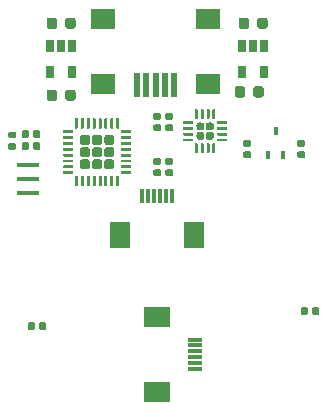
<source format=gtp>
G04 #@! TF.GenerationSoftware,KiCad,Pcbnew,(5.1.0)-1*
G04 #@! TF.CreationDate,2019-03-21T22:16:58+11:00*
G04 #@! TF.ProjectId,top-hemi,746f702d-6865-46d6-992e-6b696361645f,rev?*
G04 #@! TF.SameCoordinates,Original*
G04 #@! TF.FileFunction,Paste,Top*
G04 #@! TF.FilePolarity,Positive*
%FSLAX46Y46*%
G04 Gerber Fmt 4.6, Leading zero omitted, Abs format (unit mm)*
G04 Created by KiCad (PCBNEW (5.1.0)-1) date 2019-03-21 22:16:58*
%MOMM*%
%LPD*%
G04 APERTURE LIST*
%ADD10R,0.650000X1.060000*%
%ADD11R,0.300000X1.300000*%
%ADD12R,1.800000X2.200000*%
%ADD13C,0.100000*%
%ADD14C,0.590000*%
%ADD15C,0.875000*%
%ADD16R,0.450000X0.700000*%
%ADD17R,0.500000X2.000000*%
%ADD18R,2.000000X1.700000*%
%ADD19R,2.200000X1.800000*%
%ADD20R,1.300000X0.300000*%
%ADD21C,0.640000*%
%ADD22C,0.250000*%
%ADD23R,1.900000X0.400000*%
%ADD24C,0.830000*%
G04 APERTURE END LIST*
D10*
X142174000Y-75268000D03*
X140274000Y-75268000D03*
X140274000Y-73068000D03*
X141224000Y-73068000D03*
X142174000Y-73068000D03*
D11*
X134346000Y-85780000D03*
X133846000Y-85780000D03*
X133346000Y-85780000D03*
X132846000Y-85780000D03*
X132346000Y-85780000D03*
X131846000Y-85780000D03*
D12*
X129946000Y-89030000D03*
X136246000Y-89030000D03*
D13*
G36*
X133282958Y-83502710D02*
G01*
X133297276Y-83504834D01*
X133311317Y-83508351D01*
X133324946Y-83513228D01*
X133338031Y-83519417D01*
X133350447Y-83526858D01*
X133362073Y-83535481D01*
X133372798Y-83545202D01*
X133382519Y-83555927D01*
X133391142Y-83567553D01*
X133398583Y-83579969D01*
X133404772Y-83593054D01*
X133409649Y-83606683D01*
X133413166Y-83620724D01*
X133415290Y-83635042D01*
X133416000Y-83649500D01*
X133416000Y-83944500D01*
X133415290Y-83958958D01*
X133413166Y-83973276D01*
X133409649Y-83987317D01*
X133404772Y-84000946D01*
X133398583Y-84014031D01*
X133391142Y-84026447D01*
X133382519Y-84038073D01*
X133372798Y-84048798D01*
X133362073Y-84058519D01*
X133350447Y-84067142D01*
X133338031Y-84074583D01*
X133324946Y-84080772D01*
X133311317Y-84085649D01*
X133297276Y-84089166D01*
X133282958Y-84091290D01*
X133268500Y-84092000D01*
X132923500Y-84092000D01*
X132909042Y-84091290D01*
X132894724Y-84089166D01*
X132880683Y-84085649D01*
X132867054Y-84080772D01*
X132853969Y-84074583D01*
X132841553Y-84067142D01*
X132829927Y-84058519D01*
X132819202Y-84048798D01*
X132809481Y-84038073D01*
X132800858Y-84026447D01*
X132793417Y-84014031D01*
X132787228Y-84000946D01*
X132782351Y-83987317D01*
X132778834Y-83973276D01*
X132776710Y-83958958D01*
X132776000Y-83944500D01*
X132776000Y-83649500D01*
X132776710Y-83635042D01*
X132778834Y-83620724D01*
X132782351Y-83606683D01*
X132787228Y-83593054D01*
X132793417Y-83579969D01*
X132800858Y-83567553D01*
X132809481Y-83555927D01*
X132819202Y-83545202D01*
X132829927Y-83535481D01*
X132841553Y-83526858D01*
X132853969Y-83519417D01*
X132867054Y-83513228D01*
X132880683Y-83508351D01*
X132894724Y-83504834D01*
X132909042Y-83502710D01*
X132923500Y-83502000D01*
X133268500Y-83502000D01*
X133282958Y-83502710D01*
X133282958Y-83502710D01*
G37*
D14*
X133096000Y-83797000D03*
D13*
G36*
X133282958Y-82532710D02*
G01*
X133297276Y-82534834D01*
X133311317Y-82538351D01*
X133324946Y-82543228D01*
X133338031Y-82549417D01*
X133350447Y-82556858D01*
X133362073Y-82565481D01*
X133372798Y-82575202D01*
X133382519Y-82585927D01*
X133391142Y-82597553D01*
X133398583Y-82609969D01*
X133404772Y-82623054D01*
X133409649Y-82636683D01*
X133413166Y-82650724D01*
X133415290Y-82665042D01*
X133416000Y-82679500D01*
X133416000Y-82974500D01*
X133415290Y-82988958D01*
X133413166Y-83003276D01*
X133409649Y-83017317D01*
X133404772Y-83030946D01*
X133398583Y-83044031D01*
X133391142Y-83056447D01*
X133382519Y-83068073D01*
X133372798Y-83078798D01*
X133362073Y-83088519D01*
X133350447Y-83097142D01*
X133338031Y-83104583D01*
X133324946Y-83110772D01*
X133311317Y-83115649D01*
X133297276Y-83119166D01*
X133282958Y-83121290D01*
X133268500Y-83122000D01*
X132923500Y-83122000D01*
X132909042Y-83121290D01*
X132894724Y-83119166D01*
X132880683Y-83115649D01*
X132867054Y-83110772D01*
X132853969Y-83104583D01*
X132841553Y-83097142D01*
X132829927Y-83088519D01*
X132819202Y-83078798D01*
X132809481Y-83068073D01*
X132800858Y-83056447D01*
X132793417Y-83044031D01*
X132787228Y-83030946D01*
X132782351Y-83017317D01*
X132778834Y-83003276D01*
X132776710Y-82988958D01*
X132776000Y-82974500D01*
X132776000Y-82679500D01*
X132776710Y-82665042D01*
X132778834Y-82650724D01*
X132782351Y-82636683D01*
X132787228Y-82623054D01*
X132793417Y-82609969D01*
X132800858Y-82597553D01*
X132809481Y-82585927D01*
X132819202Y-82575202D01*
X132829927Y-82565481D01*
X132841553Y-82556858D01*
X132853969Y-82549417D01*
X132867054Y-82543228D01*
X132880683Y-82538351D01*
X132894724Y-82534834D01*
X132909042Y-82532710D01*
X132923500Y-82532000D01*
X133268500Y-82532000D01*
X133282958Y-82532710D01*
X133282958Y-82532710D01*
G37*
D14*
X133096000Y-82827000D03*
D13*
G36*
X121014758Y-80297510D02*
G01*
X121029076Y-80299634D01*
X121043117Y-80303151D01*
X121056746Y-80308028D01*
X121069831Y-80314217D01*
X121082247Y-80321658D01*
X121093873Y-80330281D01*
X121104598Y-80340002D01*
X121114319Y-80350727D01*
X121122942Y-80362353D01*
X121130383Y-80374769D01*
X121136572Y-80387854D01*
X121141449Y-80401483D01*
X121144966Y-80415524D01*
X121147090Y-80429842D01*
X121147800Y-80444300D01*
X121147800Y-80739300D01*
X121147090Y-80753758D01*
X121144966Y-80768076D01*
X121141449Y-80782117D01*
X121136572Y-80795746D01*
X121130383Y-80808831D01*
X121122942Y-80821247D01*
X121114319Y-80832873D01*
X121104598Y-80843598D01*
X121093873Y-80853319D01*
X121082247Y-80861942D01*
X121069831Y-80869383D01*
X121056746Y-80875572D01*
X121043117Y-80880449D01*
X121029076Y-80883966D01*
X121014758Y-80886090D01*
X121000300Y-80886800D01*
X120655300Y-80886800D01*
X120640842Y-80886090D01*
X120626524Y-80883966D01*
X120612483Y-80880449D01*
X120598854Y-80875572D01*
X120585769Y-80869383D01*
X120573353Y-80861942D01*
X120561727Y-80853319D01*
X120551002Y-80843598D01*
X120541281Y-80832873D01*
X120532658Y-80821247D01*
X120525217Y-80808831D01*
X120519028Y-80795746D01*
X120514151Y-80782117D01*
X120510634Y-80768076D01*
X120508510Y-80753758D01*
X120507800Y-80739300D01*
X120507800Y-80444300D01*
X120508510Y-80429842D01*
X120510634Y-80415524D01*
X120514151Y-80401483D01*
X120519028Y-80387854D01*
X120525217Y-80374769D01*
X120532658Y-80362353D01*
X120541281Y-80350727D01*
X120551002Y-80340002D01*
X120561727Y-80330281D01*
X120573353Y-80321658D01*
X120585769Y-80314217D01*
X120598854Y-80308028D01*
X120612483Y-80303151D01*
X120626524Y-80299634D01*
X120640842Y-80297510D01*
X120655300Y-80296800D01*
X121000300Y-80296800D01*
X121014758Y-80297510D01*
X121014758Y-80297510D01*
G37*
D14*
X120827800Y-80591800D03*
D13*
G36*
X121014758Y-81267510D02*
G01*
X121029076Y-81269634D01*
X121043117Y-81273151D01*
X121056746Y-81278028D01*
X121069831Y-81284217D01*
X121082247Y-81291658D01*
X121093873Y-81300281D01*
X121104598Y-81310002D01*
X121114319Y-81320727D01*
X121122942Y-81332353D01*
X121130383Y-81344769D01*
X121136572Y-81357854D01*
X121141449Y-81371483D01*
X121144966Y-81385524D01*
X121147090Y-81399842D01*
X121147800Y-81414300D01*
X121147800Y-81709300D01*
X121147090Y-81723758D01*
X121144966Y-81738076D01*
X121141449Y-81752117D01*
X121136572Y-81765746D01*
X121130383Y-81778831D01*
X121122942Y-81791247D01*
X121114319Y-81802873D01*
X121104598Y-81813598D01*
X121093873Y-81823319D01*
X121082247Y-81831942D01*
X121069831Y-81839383D01*
X121056746Y-81845572D01*
X121043117Y-81850449D01*
X121029076Y-81853966D01*
X121014758Y-81856090D01*
X121000300Y-81856800D01*
X120655300Y-81856800D01*
X120640842Y-81856090D01*
X120626524Y-81853966D01*
X120612483Y-81850449D01*
X120598854Y-81845572D01*
X120585769Y-81839383D01*
X120573353Y-81831942D01*
X120561727Y-81823319D01*
X120551002Y-81813598D01*
X120541281Y-81802873D01*
X120532658Y-81791247D01*
X120525217Y-81778831D01*
X120519028Y-81765746D01*
X120514151Y-81752117D01*
X120510634Y-81738076D01*
X120508510Y-81723758D01*
X120507800Y-81709300D01*
X120507800Y-81414300D01*
X120508510Y-81399842D01*
X120510634Y-81385524D01*
X120514151Y-81371483D01*
X120519028Y-81357854D01*
X120525217Y-81344769D01*
X120532658Y-81332353D01*
X120541281Y-81320727D01*
X120551002Y-81310002D01*
X120561727Y-81300281D01*
X120573353Y-81291658D01*
X120585769Y-81284217D01*
X120598854Y-81278028D01*
X120612483Y-81273151D01*
X120626524Y-81269634D01*
X120640842Y-81267510D01*
X120655300Y-81266800D01*
X121000300Y-81266800D01*
X121014758Y-81267510D01*
X121014758Y-81267510D01*
G37*
D14*
X120827800Y-81561800D03*
D13*
G36*
X140676691Y-70646053D02*
G01*
X140697926Y-70649203D01*
X140718750Y-70654419D01*
X140738962Y-70661651D01*
X140758368Y-70670830D01*
X140776781Y-70681866D01*
X140794024Y-70694654D01*
X140809930Y-70709070D01*
X140824346Y-70724976D01*
X140837134Y-70742219D01*
X140848170Y-70760632D01*
X140857349Y-70780038D01*
X140864581Y-70800250D01*
X140869797Y-70821074D01*
X140872947Y-70842309D01*
X140874000Y-70863750D01*
X140874000Y-71376250D01*
X140872947Y-71397691D01*
X140869797Y-71418926D01*
X140864581Y-71439750D01*
X140857349Y-71459962D01*
X140848170Y-71479368D01*
X140837134Y-71497781D01*
X140824346Y-71515024D01*
X140809930Y-71530930D01*
X140794024Y-71545346D01*
X140776781Y-71558134D01*
X140758368Y-71569170D01*
X140738962Y-71578349D01*
X140718750Y-71585581D01*
X140697926Y-71590797D01*
X140676691Y-71593947D01*
X140655250Y-71595000D01*
X140217750Y-71595000D01*
X140196309Y-71593947D01*
X140175074Y-71590797D01*
X140154250Y-71585581D01*
X140134038Y-71578349D01*
X140114632Y-71569170D01*
X140096219Y-71558134D01*
X140078976Y-71545346D01*
X140063070Y-71530930D01*
X140048654Y-71515024D01*
X140035866Y-71497781D01*
X140024830Y-71479368D01*
X140015651Y-71459962D01*
X140008419Y-71439750D01*
X140003203Y-71418926D01*
X140000053Y-71397691D01*
X139999000Y-71376250D01*
X139999000Y-70863750D01*
X140000053Y-70842309D01*
X140003203Y-70821074D01*
X140008419Y-70800250D01*
X140015651Y-70780038D01*
X140024830Y-70760632D01*
X140035866Y-70742219D01*
X140048654Y-70724976D01*
X140063070Y-70709070D01*
X140078976Y-70694654D01*
X140096219Y-70681866D01*
X140114632Y-70670830D01*
X140134038Y-70661651D01*
X140154250Y-70654419D01*
X140175074Y-70649203D01*
X140196309Y-70646053D01*
X140217750Y-70645000D01*
X140655250Y-70645000D01*
X140676691Y-70646053D01*
X140676691Y-70646053D01*
G37*
D15*
X140436500Y-71120000D03*
D13*
G36*
X142251691Y-70646053D02*
G01*
X142272926Y-70649203D01*
X142293750Y-70654419D01*
X142313962Y-70661651D01*
X142333368Y-70670830D01*
X142351781Y-70681866D01*
X142369024Y-70694654D01*
X142384930Y-70709070D01*
X142399346Y-70724976D01*
X142412134Y-70742219D01*
X142423170Y-70760632D01*
X142432349Y-70780038D01*
X142439581Y-70800250D01*
X142444797Y-70821074D01*
X142447947Y-70842309D01*
X142449000Y-70863750D01*
X142449000Y-71376250D01*
X142447947Y-71397691D01*
X142444797Y-71418926D01*
X142439581Y-71439750D01*
X142432349Y-71459962D01*
X142423170Y-71479368D01*
X142412134Y-71497781D01*
X142399346Y-71515024D01*
X142384930Y-71530930D01*
X142369024Y-71545346D01*
X142351781Y-71558134D01*
X142333368Y-71569170D01*
X142313962Y-71578349D01*
X142293750Y-71585581D01*
X142272926Y-71590797D01*
X142251691Y-71593947D01*
X142230250Y-71595000D01*
X141792750Y-71595000D01*
X141771309Y-71593947D01*
X141750074Y-71590797D01*
X141729250Y-71585581D01*
X141709038Y-71578349D01*
X141689632Y-71569170D01*
X141671219Y-71558134D01*
X141653976Y-71545346D01*
X141638070Y-71530930D01*
X141623654Y-71515024D01*
X141610866Y-71497781D01*
X141599830Y-71479368D01*
X141590651Y-71459962D01*
X141583419Y-71439750D01*
X141578203Y-71418926D01*
X141575053Y-71397691D01*
X141574000Y-71376250D01*
X141574000Y-70863750D01*
X141575053Y-70842309D01*
X141578203Y-70821074D01*
X141583419Y-70800250D01*
X141590651Y-70780038D01*
X141599830Y-70760632D01*
X141610866Y-70742219D01*
X141623654Y-70724976D01*
X141638070Y-70709070D01*
X141653976Y-70694654D01*
X141671219Y-70681866D01*
X141689632Y-70670830D01*
X141709038Y-70661651D01*
X141729250Y-70654419D01*
X141750074Y-70649203D01*
X141771309Y-70646053D01*
X141792750Y-70645000D01*
X142230250Y-70645000D01*
X142251691Y-70646053D01*
X142251691Y-70646053D01*
G37*
D15*
X142011500Y-71120000D03*
D13*
G36*
X125995691Y-70646053D02*
G01*
X126016926Y-70649203D01*
X126037750Y-70654419D01*
X126057962Y-70661651D01*
X126077368Y-70670830D01*
X126095781Y-70681866D01*
X126113024Y-70694654D01*
X126128930Y-70709070D01*
X126143346Y-70724976D01*
X126156134Y-70742219D01*
X126167170Y-70760632D01*
X126176349Y-70780038D01*
X126183581Y-70800250D01*
X126188797Y-70821074D01*
X126191947Y-70842309D01*
X126193000Y-70863750D01*
X126193000Y-71376250D01*
X126191947Y-71397691D01*
X126188797Y-71418926D01*
X126183581Y-71439750D01*
X126176349Y-71459962D01*
X126167170Y-71479368D01*
X126156134Y-71497781D01*
X126143346Y-71515024D01*
X126128930Y-71530930D01*
X126113024Y-71545346D01*
X126095781Y-71558134D01*
X126077368Y-71569170D01*
X126057962Y-71578349D01*
X126037750Y-71585581D01*
X126016926Y-71590797D01*
X125995691Y-71593947D01*
X125974250Y-71595000D01*
X125536750Y-71595000D01*
X125515309Y-71593947D01*
X125494074Y-71590797D01*
X125473250Y-71585581D01*
X125453038Y-71578349D01*
X125433632Y-71569170D01*
X125415219Y-71558134D01*
X125397976Y-71545346D01*
X125382070Y-71530930D01*
X125367654Y-71515024D01*
X125354866Y-71497781D01*
X125343830Y-71479368D01*
X125334651Y-71459962D01*
X125327419Y-71439750D01*
X125322203Y-71418926D01*
X125319053Y-71397691D01*
X125318000Y-71376250D01*
X125318000Y-70863750D01*
X125319053Y-70842309D01*
X125322203Y-70821074D01*
X125327419Y-70800250D01*
X125334651Y-70780038D01*
X125343830Y-70760632D01*
X125354866Y-70742219D01*
X125367654Y-70724976D01*
X125382070Y-70709070D01*
X125397976Y-70694654D01*
X125415219Y-70681866D01*
X125433632Y-70670830D01*
X125453038Y-70661651D01*
X125473250Y-70654419D01*
X125494074Y-70649203D01*
X125515309Y-70646053D01*
X125536750Y-70645000D01*
X125974250Y-70645000D01*
X125995691Y-70646053D01*
X125995691Y-70646053D01*
G37*
D15*
X125755500Y-71120000D03*
D13*
G36*
X124420691Y-70646053D02*
G01*
X124441926Y-70649203D01*
X124462750Y-70654419D01*
X124482962Y-70661651D01*
X124502368Y-70670830D01*
X124520781Y-70681866D01*
X124538024Y-70694654D01*
X124553930Y-70709070D01*
X124568346Y-70724976D01*
X124581134Y-70742219D01*
X124592170Y-70760632D01*
X124601349Y-70780038D01*
X124608581Y-70800250D01*
X124613797Y-70821074D01*
X124616947Y-70842309D01*
X124618000Y-70863750D01*
X124618000Y-71376250D01*
X124616947Y-71397691D01*
X124613797Y-71418926D01*
X124608581Y-71439750D01*
X124601349Y-71459962D01*
X124592170Y-71479368D01*
X124581134Y-71497781D01*
X124568346Y-71515024D01*
X124553930Y-71530930D01*
X124538024Y-71545346D01*
X124520781Y-71558134D01*
X124502368Y-71569170D01*
X124482962Y-71578349D01*
X124462750Y-71585581D01*
X124441926Y-71590797D01*
X124420691Y-71593947D01*
X124399250Y-71595000D01*
X123961750Y-71595000D01*
X123940309Y-71593947D01*
X123919074Y-71590797D01*
X123898250Y-71585581D01*
X123878038Y-71578349D01*
X123858632Y-71569170D01*
X123840219Y-71558134D01*
X123822976Y-71545346D01*
X123807070Y-71530930D01*
X123792654Y-71515024D01*
X123779866Y-71497781D01*
X123768830Y-71479368D01*
X123759651Y-71459962D01*
X123752419Y-71439750D01*
X123747203Y-71418926D01*
X123744053Y-71397691D01*
X123743000Y-71376250D01*
X123743000Y-70863750D01*
X123744053Y-70842309D01*
X123747203Y-70821074D01*
X123752419Y-70800250D01*
X123759651Y-70780038D01*
X123768830Y-70760632D01*
X123779866Y-70742219D01*
X123792654Y-70724976D01*
X123807070Y-70709070D01*
X123822976Y-70694654D01*
X123840219Y-70681866D01*
X123858632Y-70670830D01*
X123878038Y-70661651D01*
X123898250Y-70654419D01*
X123919074Y-70649203D01*
X123940309Y-70646053D01*
X123961750Y-70645000D01*
X124399250Y-70645000D01*
X124420691Y-70646053D01*
X124420691Y-70646053D01*
G37*
D15*
X124180500Y-71120000D03*
D13*
G36*
X125995691Y-76742053D02*
G01*
X126016926Y-76745203D01*
X126037750Y-76750419D01*
X126057962Y-76757651D01*
X126077368Y-76766830D01*
X126095781Y-76777866D01*
X126113024Y-76790654D01*
X126128930Y-76805070D01*
X126143346Y-76820976D01*
X126156134Y-76838219D01*
X126167170Y-76856632D01*
X126176349Y-76876038D01*
X126183581Y-76896250D01*
X126188797Y-76917074D01*
X126191947Y-76938309D01*
X126193000Y-76959750D01*
X126193000Y-77472250D01*
X126191947Y-77493691D01*
X126188797Y-77514926D01*
X126183581Y-77535750D01*
X126176349Y-77555962D01*
X126167170Y-77575368D01*
X126156134Y-77593781D01*
X126143346Y-77611024D01*
X126128930Y-77626930D01*
X126113024Y-77641346D01*
X126095781Y-77654134D01*
X126077368Y-77665170D01*
X126057962Y-77674349D01*
X126037750Y-77681581D01*
X126016926Y-77686797D01*
X125995691Y-77689947D01*
X125974250Y-77691000D01*
X125536750Y-77691000D01*
X125515309Y-77689947D01*
X125494074Y-77686797D01*
X125473250Y-77681581D01*
X125453038Y-77674349D01*
X125433632Y-77665170D01*
X125415219Y-77654134D01*
X125397976Y-77641346D01*
X125382070Y-77626930D01*
X125367654Y-77611024D01*
X125354866Y-77593781D01*
X125343830Y-77575368D01*
X125334651Y-77555962D01*
X125327419Y-77535750D01*
X125322203Y-77514926D01*
X125319053Y-77493691D01*
X125318000Y-77472250D01*
X125318000Y-76959750D01*
X125319053Y-76938309D01*
X125322203Y-76917074D01*
X125327419Y-76896250D01*
X125334651Y-76876038D01*
X125343830Y-76856632D01*
X125354866Y-76838219D01*
X125367654Y-76820976D01*
X125382070Y-76805070D01*
X125397976Y-76790654D01*
X125415219Y-76777866D01*
X125433632Y-76766830D01*
X125453038Y-76757651D01*
X125473250Y-76750419D01*
X125494074Y-76745203D01*
X125515309Y-76742053D01*
X125536750Y-76741000D01*
X125974250Y-76741000D01*
X125995691Y-76742053D01*
X125995691Y-76742053D01*
G37*
D15*
X125755500Y-77216000D03*
D13*
G36*
X124420691Y-76742053D02*
G01*
X124441926Y-76745203D01*
X124462750Y-76750419D01*
X124482962Y-76757651D01*
X124502368Y-76766830D01*
X124520781Y-76777866D01*
X124538024Y-76790654D01*
X124553930Y-76805070D01*
X124568346Y-76820976D01*
X124581134Y-76838219D01*
X124592170Y-76856632D01*
X124601349Y-76876038D01*
X124608581Y-76896250D01*
X124613797Y-76917074D01*
X124616947Y-76938309D01*
X124618000Y-76959750D01*
X124618000Y-77472250D01*
X124616947Y-77493691D01*
X124613797Y-77514926D01*
X124608581Y-77535750D01*
X124601349Y-77555962D01*
X124592170Y-77575368D01*
X124581134Y-77593781D01*
X124568346Y-77611024D01*
X124553930Y-77626930D01*
X124538024Y-77641346D01*
X124520781Y-77654134D01*
X124502368Y-77665170D01*
X124482962Y-77674349D01*
X124462750Y-77681581D01*
X124441926Y-77686797D01*
X124420691Y-77689947D01*
X124399250Y-77691000D01*
X123961750Y-77691000D01*
X123940309Y-77689947D01*
X123919074Y-77686797D01*
X123898250Y-77681581D01*
X123878038Y-77674349D01*
X123858632Y-77665170D01*
X123840219Y-77654134D01*
X123822976Y-77641346D01*
X123807070Y-77626930D01*
X123792654Y-77611024D01*
X123779866Y-77593781D01*
X123768830Y-77575368D01*
X123759651Y-77555962D01*
X123752419Y-77535750D01*
X123747203Y-77514926D01*
X123744053Y-77493691D01*
X123743000Y-77472250D01*
X123743000Y-76959750D01*
X123744053Y-76938309D01*
X123747203Y-76917074D01*
X123752419Y-76896250D01*
X123759651Y-76876038D01*
X123768830Y-76856632D01*
X123779866Y-76838219D01*
X123792654Y-76820976D01*
X123807070Y-76805070D01*
X123822976Y-76790654D01*
X123840219Y-76777866D01*
X123858632Y-76766830D01*
X123878038Y-76757651D01*
X123898250Y-76750419D01*
X123919074Y-76745203D01*
X123940309Y-76742053D01*
X123961750Y-76741000D01*
X124399250Y-76741000D01*
X124420691Y-76742053D01*
X124420691Y-76742053D01*
G37*
D15*
X124180500Y-77216000D03*
D13*
G36*
X141921491Y-76467733D02*
G01*
X141942726Y-76470883D01*
X141963550Y-76476099D01*
X141983762Y-76483331D01*
X142003168Y-76492510D01*
X142021581Y-76503546D01*
X142038824Y-76516334D01*
X142054730Y-76530750D01*
X142069146Y-76546656D01*
X142081934Y-76563899D01*
X142092970Y-76582312D01*
X142102149Y-76601718D01*
X142109381Y-76621930D01*
X142114597Y-76642754D01*
X142117747Y-76663989D01*
X142118800Y-76685430D01*
X142118800Y-77197930D01*
X142117747Y-77219371D01*
X142114597Y-77240606D01*
X142109381Y-77261430D01*
X142102149Y-77281642D01*
X142092970Y-77301048D01*
X142081934Y-77319461D01*
X142069146Y-77336704D01*
X142054730Y-77352610D01*
X142038824Y-77367026D01*
X142021581Y-77379814D01*
X142003168Y-77390850D01*
X141983762Y-77400029D01*
X141963550Y-77407261D01*
X141942726Y-77412477D01*
X141921491Y-77415627D01*
X141900050Y-77416680D01*
X141462550Y-77416680D01*
X141441109Y-77415627D01*
X141419874Y-77412477D01*
X141399050Y-77407261D01*
X141378838Y-77400029D01*
X141359432Y-77390850D01*
X141341019Y-77379814D01*
X141323776Y-77367026D01*
X141307870Y-77352610D01*
X141293454Y-77336704D01*
X141280666Y-77319461D01*
X141269630Y-77301048D01*
X141260451Y-77281642D01*
X141253219Y-77261430D01*
X141248003Y-77240606D01*
X141244853Y-77219371D01*
X141243800Y-77197930D01*
X141243800Y-76685430D01*
X141244853Y-76663989D01*
X141248003Y-76642754D01*
X141253219Y-76621930D01*
X141260451Y-76601718D01*
X141269630Y-76582312D01*
X141280666Y-76563899D01*
X141293454Y-76546656D01*
X141307870Y-76530750D01*
X141323776Y-76516334D01*
X141341019Y-76503546D01*
X141359432Y-76492510D01*
X141378838Y-76483331D01*
X141399050Y-76476099D01*
X141419874Y-76470883D01*
X141441109Y-76467733D01*
X141462550Y-76466680D01*
X141900050Y-76466680D01*
X141921491Y-76467733D01*
X141921491Y-76467733D01*
G37*
D15*
X141681300Y-76941680D03*
D13*
G36*
X140346491Y-76467733D02*
G01*
X140367726Y-76470883D01*
X140388550Y-76476099D01*
X140408762Y-76483331D01*
X140428168Y-76492510D01*
X140446581Y-76503546D01*
X140463824Y-76516334D01*
X140479730Y-76530750D01*
X140494146Y-76546656D01*
X140506934Y-76563899D01*
X140517970Y-76582312D01*
X140527149Y-76601718D01*
X140534381Y-76621930D01*
X140539597Y-76642754D01*
X140542747Y-76663989D01*
X140543800Y-76685430D01*
X140543800Y-77197930D01*
X140542747Y-77219371D01*
X140539597Y-77240606D01*
X140534381Y-77261430D01*
X140527149Y-77281642D01*
X140517970Y-77301048D01*
X140506934Y-77319461D01*
X140494146Y-77336704D01*
X140479730Y-77352610D01*
X140463824Y-77367026D01*
X140446581Y-77379814D01*
X140428168Y-77390850D01*
X140408762Y-77400029D01*
X140388550Y-77407261D01*
X140367726Y-77412477D01*
X140346491Y-77415627D01*
X140325050Y-77416680D01*
X139887550Y-77416680D01*
X139866109Y-77415627D01*
X139844874Y-77412477D01*
X139824050Y-77407261D01*
X139803838Y-77400029D01*
X139784432Y-77390850D01*
X139766019Y-77379814D01*
X139748776Y-77367026D01*
X139732870Y-77352610D01*
X139718454Y-77336704D01*
X139705666Y-77319461D01*
X139694630Y-77301048D01*
X139685451Y-77281642D01*
X139678219Y-77261430D01*
X139673003Y-77240606D01*
X139669853Y-77219371D01*
X139668800Y-77197930D01*
X139668800Y-76685430D01*
X139669853Y-76663989D01*
X139673003Y-76642754D01*
X139678219Y-76621930D01*
X139685451Y-76601718D01*
X139694630Y-76582312D01*
X139705666Y-76563899D01*
X139718454Y-76546656D01*
X139732870Y-76530750D01*
X139748776Y-76516334D01*
X139766019Y-76503546D01*
X139784432Y-76492510D01*
X139803838Y-76483331D01*
X139824050Y-76476099D01*
X139844874Y-76470883D01*
X139866109Y-76467733D01*
X139887550Y-76466680D01*
X140325050Y-76466680D01*
X140346491Y-76467733D01*
X140346491Y-76467733D01*
G37*
D15*
X140106300Y-76941680D03*
D13*
G36*
X122104958Y-81214710D02*
G01*
X122119276Y-81216834D01*
X122133317Y-81220351D01*
X122146946Y-81225228D01*
X122160031Y-81231417D01*
X122172447Y-81238858D01*
X122184073Y-81247481D01*
X122194798Y-81257202D01*
X122204519Y-81267927D01*
X122213142Y-81279553D01*
X122220583Y-81291969D01*
X122226772Y-81305054D01*
X122231649Y-81318683D01*
X122235166Y-81332724D01*
X122237290Y-81347042D01*
X122238000Y-81361500D01*
X122238000Y-81706500D01*
X122237290Y-81720958D01*
X122235166Y-81735276D01*
X122231649Y-81749317D01*
X122226772Y-81762946D01*
X122220583Y-81776031D01*
X122213142Y-81788447D01*
X122204519Y-81800073D01*
X122194798Y-81810798D01*
X122184073Y-81820519D01*
X122172447Y-81829142D01*
X122160031Y-81836583D01*
X122146946Y-81842772D01*
X122133317Y-81847649D01*
X122119276Y-81851166D01*
X122104958Y-81853290D01*
X122090500Y-81854000D01*
X121795500Y-81854000D01*
X121781042Y-81853290D01*
X121766724Y-81851166D01*
X121752683Y-81847649D01*
X121739054Y-81842772D01*
X121725969Y-81836583D01*
X121713553Y-81829142D01*
X121701927Y-81820519D01*
X121691202Y-81810798D01*
X121681481Y-81800073D01*
X121672858Y-81788447D01*
X121665417Y-81776031D01*
X121659228Y-81762946D01*
X121654351Y-81749317D01*
X121650834Y-81735276D01*
X121648710Y-81720958D01*
X121648000Y-81706500D01*
X121648000Y-81361500D01*
X121648710Y-81347042D01*
X121650834Y-81332724D01*
X121654351Y-81318683D01*
X121659228Y-81305054D01*
X121665417Y-81291969D01*
X121672858Y-81279553D01*
X121681481Y-81267927D01*
X121691202Y-81257202D01*
X121701927Y-81247481D01*
X121713553Y-81238858D01*
X121725969Y-81231417D01*
X121739054Y-81225228D01*
X121752683Y-81220351D01*
X121766724Y-81216834D01*
X121781042Y-81214710D01*
X121795500Y-81214000D01*
X122090500Y-81214000D01*
X122104958Y-81214710D01*
X122104958Y-81214710D01*
G37*
D14*
X121943000Y-81534000D03*
D13*
G36*
X123074958Y-81214710D02*
G01*
X123089276Y-81216834D01*
X123103317Y-81220351D01*
X123116946Y-81225228D01*
X123130031Y-81231417D01*
X123142447Y-81238858D01*
X123154073Y-81247481D01*
X123164798Y-81257202D01*
X123174519Y-81267927D01*
X123183142Y-81279553D01*
X123190583Y-81291969D01*
X123196772Y-81305054D01*
X123201649Y-81318683D01*
X123205166Y-81332724D01*
X123207290Y-81347042D01*
X123208000Y-81361500D01*
X123208000Y-81706500D01*
X123207290Y-81720958D01*
X123205166Y-81735276D01*
X123201649Y-81749317D01*
X123196772Y-81762946D01*
X123190583Y-81776031D01*
X123183142Y-81788447D01*
X123174519Y-81800073D01*
X123164798Y-81810798D01*
X123154073Y-81820519D01*
X123142447Y-81829142D01*
X123130031Y-81836583D01*
X123116946Y-81842772D01*
X123103317Y-81847649D01*
X123089276Y-81851166D01*
X123074958Y-81853290D01*
X123060500Y-81854000D01*
X122765500Y-81854000D01*
X122751042Y-81853290D01*
X122736724Y-81851166D01*
X122722683Y-81847649D01*
X122709054Y-81842772D01*
X122695969Y-81836583D01*
X122683553Y-81829142D01*
X122671927Y-81820519D01*
X122661202Y-81810798D01*
X122651481Y-81800073D01*
X122642858Y-81788447D01*
X122635417Y-81776031D01*
X122629228Y-81762946D01*
X122624351Y-81749317D01*
X122620834Y-81735276D01*
X122618710Y-81720958D01*
X122618000Y-81706500D01*
X122618000Y-81361500D01*
X122618710Y-81347042D01*
X122620834Y-81332724D01*
X122624351Y-81318683D01*
X122629228Y-81305054D01*
X122635417Y-81291969D01*
X122642858Y-81279553D01*
X122651481Y-81267927D01*
X122661202Y-81257202D01*
X122671927Y-81247481D01*
X122683553Y-81238858D01*
X122695969Y-81231417D01*
X122709054Y-81225228D01*
X122722683Y-81220351D01*
X122736724Y-81216834D01*
X122751042Y-81214710D01*
X122765500Y-81214000D01*
X123060500Y-81214000D01*
X123074958Y-81214710D01*
X123074958Y-81214710D01*
G37*
D14*
X122913000Y-81534000D03*
D13*
G36*
X134298958Y-79692710D02*
G01*
X134313276Y-79694834D01*
X134327317Y-79698351D01*
X134340946Y-79703228D01*
X134354031Y-79709417D01*
X134366447Y-79716858D01*
X134378073Y-79725481D01*
X134388798Y-79735202D01*
X134398519Y-79745927D01*
X134407142Y-79757553D01*
X134414583Y-79769969D01*
X134420772Y-79783054D01*
X134425649Y-79796683D01*
X134429166Y-79810724D01*
X134431290Y-79825042D01*
X134432000Y-79839500D01*
X134432000Y-80134500D01*
X134431290Y-80148958D01*
X134429166Y-80163276D01*
X134425649Y-80177317D01*
X134420772Y-80190946D01*
X134414583Y-80204031D01*
X134407142Y-80216447D01*
X134398519Y-80228073D01*
X134388798Y-80238798D01*
X134378073Y-80248519D01*
X134366447Y-80257142D01*
X134354031Y-80264583D01*
X134340946Y-80270772D01*
X134327317Y-80275649D01*
X134313276Y-80279166D01*
X134298958Y-80281290D01*
X134284500Y-80282000D01*
X133939500Y-80282000D01*
X133925042Y-80281290D01*
X133910724Y-80279166D01*
X133896683Y-80275649D01*
X133883054Y-80270772D01*
X133869969Y-80264583D01*
X133857553Y-80257142D01*
X133845927Y-80248519D01*
X133835202Y-80238798D01*
X133825481Y-80228073D01*
X133816858Y-80216447D01*
X133809417Y-80204031D01*
X133803228Y-80190946D01*
X133798351Y-80177317D01*
X133794834Y-80163276D01*
X133792710Y-80148958D01*
X133792000Y-80134500D01*
X133792000Y-79839500D01*
X133792710Y-79825042D01*
X133794834Y-79810724D01*
X133798351Y-79796683D01*
X133803228Y-79783054D01*
X133809417Y-79769969D01*
X133816858Y-79757553D01*
X133825481Y-79745927D01*
X133835202Y-79735202D01*
X133845927Y-79725481D01*
X133857553Y-79716858D01*
X133869969Y-79709417D01*
X133883054Y-79703228D01*
X133896683Y-79698351D01*
X133910724Y-79694834D01*
X133925042Y-79692710D01*
X133939500Y-79692000D01*
X134284500Y-79692000D01*
X134298958Y-79692710D01*
X134298958Y-79692710D01*
G37*
D14*
X134112000Y-79987000D03*
D13*
G36*
X134298958Y-78722710D02*
G01*
X134313276Y-78724834D01*
X134327317Y-78728351D01*
X134340946Y-78733228D01*
X134354031Y-78739417D01*
X134366447Y-78746858D01*
X134378073Y-78755481D01*
X134388798Y-78765202D01*
X134398519Y-78775927D01*
X134407142Y-78787553D01*
X134414583Y-78799969D01*
X134420772Y-78813054D01*
X134425649Y-78826683D01*
X134429166Y-78840724D01*
X134431290Y-78855042D01*
X134432000Y-78869500D01*
X134432000Y-79164500D01*
X134431290Y-79178958D01*
X134429166Y-79193276D01*
X134425649Y-79207317D01*
X134420772Y-79220946D01*
X134414583Y-79234031D01*
X134407142Y-79246447D01*
X134398519Y-79258073D01*
X134388798Y-79268798D01*
X134378073Y-79278519D01*
X134366447Y-79287142D01*
X134354031Y-79294583D01*
X134340946Y-79300772D01*
X134327317Y-79305649D01*
X134313276Y-79309166D01*
X134298958Y-79311290D01*
X134284500Y-79312000D01*
X133939500Y-79312000D01*
X133925042Y-79311290D01*
X133910724Y-79309166D01*
X133896683Y-79305649D01*
X133883054Y-79300772D01*
X133869969Y-79294583D01*
X133857553Y-79287142D01*
X133845927Y-79278519D01*
X133835202Y-79268798D01*
X133825481Y-79258073D01*
X133816858Y-79246447D01*
X133809417Y-79234031D01*
X133803228Y-79220946D01*
X133798351Y-79207317D01*
X133794834Y-79193276D01*
X133792710Y-79178958D01*
X133792000Y-79164500D01*
X133792000Y-78869500D01*
X133792710Y-78855042D01*
X133794834Y-78840724D01*
X133798351Y-78826683D01*
X133803228Y-78813054D01*
X133809417Y-78799969D01*
X133816858Y-78787553D01*
X133825481Y-78775927D01*
X133835202Y-78765202D01*
X133845927Y-78755481D01*
X133857553Y-78746858D01*
X133869969Y-78739417D01*
X133883054Y-78733228D01*
X133896683Y-78728351D01*
X133910724Y-78724834D01*
X133925042Y-78722710D01*
X133939500Y-78722000D01*
X134284500Y-78722000D01*
X134298958Y-78722710D01*
X134298958Y-78722710D01*
G37*
D14*
X134112000Y-79017000D03*
D13*
G36*
X140902958Y-81978710D02*
G01*
X140917276Y-81980834D01*
X140931317Y-81984351D01*
X140944946Y-81989228D01*
X140958031Y-81995417D01*
X140970447Y-82002858D01*
X140982073Y-82011481D01*
X140992798Y-82021202D01*
X141002519Y-82031927D01*
X141011142Y-82043553D01*
X141018583Y-82055969D01*
X141024772Y-82069054D01*
X141029649Y-82082683D01*
X141033166Y-82096724D01*
X141035290Y-82111042D01*
X141036000Y-82125500D01*
X141036000Y-82420500D01*
X141035290Y-82434958D01*
X141033166Y-82449276D01*
X141029649Y-82463317D01*
X141024772Y-82476946D01*
X141018583Y-82490031D01*
X141011142Y-82502447D01*
X141002519Y-82514073D01*
X140992798Y-82524798D01*
X140982073Y-82534519D01*
X140970447Y-82543142D01*
X140958031Y-82550583D01*
X140944946Y-82556772D01*
X140931317Y-82561649D01*
X140917276Y-82565166D01*
X140902958Y-82567290D01*
X140888500Y-82568000D01*
X140543500Y-82568000D01*
X140529042Y-82567290D01*
X140514724Y-82565166D01*
X140500683Y-82561649D01*
X140487054Y-82556772D01*
X140473969Y-82550583D01*
X140461553Y-82543142D01*
X140449927Y-82534519D01*
X140439202Y-82524798D01*
X140429481Y-82514073D01*
X140420858Y-82502447D01*
X140413417Y-82490031D01*
X140407228Y-82476946D01*
X140402351Y-82463317D01*
X140398834Y-82449276D01*
X140396710Y-82434958D01*
X140396000Y-82420500D01*
X140396000Y-82125500D01*
X140396710Y-82111042D01*
X140398834Y-82096724D01*
X140402351Y-82082683D01*
X140407228Y-82069054D01*
X140413417Y-82055969D01*
X140420858Y-82043553D01*
X140429481Y-82031927D01*
X140439202Y-82021202D01*
X140449927Y-82011481D01*
X140461553Y-82002858D01*
X140473969Y-81995417D01*
X140487054Y-81989228D01*
X140500683Y-81984351D01*
X140514724Y-81980834D01*
X140529042Y-81978710D01*
X140543500Y-81978000D01*
X140888500Y-81978000D01*
X140902958Y-81978710D01*
X140902958Y-81978710D01*
G37*
D14*
X140716000Y-82273000D03*
D13*
G36*
X140902958Y-81008710D02*
G01*
X140917276Y-81010834D01*
X140931317Y-81014351D01*
X140944946Y-81019228D01*
X140958031Y-81025417D01*
X140970447Y-81032858D01*
X140982073Y-81041481D01*
X140992798Y-81051202D01*
X141002519Y-81061927D01*
X141011142Y-81073553D01*
X141018583Y-81085969D01*
X141024772Y-81099054D01*
X141029649Y-81112683D01*
X141033166Y-81126724D01*
X141035290Y-81141042D01*
X141036000Y-81155500D01*
X141036000Y-81450500D01*
X141035290Y-81464958D01*
X141033166Y-81479276D01*
X141029649Y-81493317D01*
X141024772Y-81506946D01*
X141018583Y-81520031D01*
X141011142Y-81532447D01*
X141002519Y-81544073D01*
X140992798Y-81554798D01*
X140982073Y-81564519D01*
X140970447Y-81573142D01*
X140958031Y-81580583D01*
X140944946Y-81586772D01*
X140931317Y-81591649D01*
X140917276Y-81595166D01*
X140902958Y-81597290D01*
X140888500Y-81598000D01*
X140543500Y-81598000D01*
X140529042Y-81597290D01*
X140514724Y-81595166D01*
X140500683Y-81591649D01*
X140487054Y-81586772D01*
X140473969Y-81580583D01*
X140461553Y-81573142D01*
X140449927Y-81564519D01*
X140439202Y-81554798D01*
X140429481Y-81544073D01*
X140420858Y-81532447D01*
X140413417Y-81520031D01*
X140407228Y-81506946D01*
X140402351Y-81493317D01*
X140398834Y-81479276D01*
X140396710Y-81464958D01*
X140396000Y-81450500D01*
X140396000Y-81155500D01*
X140396710Y-81141042D01*
X140398834Y-81126724D01*
X140402351Y-81112683D01*
X140407228Y-81099054D01*
X140413417Y-81085969D01*
X140420858Y-81073553D01*
X140429481Y-81061927D01*
X140439202Y-81051202D01*
X140449927Y-81041481D01*
X140461553Y-81032858D01*
X140473969Y-81025417D01*
X140487054Y-81019228D01*
X140500683Y-81014351D01*
X140514724Y-81010834D01*
X140529042Y-81008710D01*
X140543500Y-81008000D01*
X140888500Y-81008000D01*
X140902958Y-81008710D01*
X140902958Y-81008710D01*
G37*
D14*
X140716000Y-81303000D03*
D13*
G36*
X134298958Y-82532710D02*
G01*
X134313276Y-82534834D01*
X134327317Y-82538351D01*
X134340946Y-82543228D01*
X134354031Y-82549417D01*
X134366447Y-82556858D01*
X134378073Y-82565481D01*
X134388798Y-82575202D01*
X134398519Y-82585927D01*
X134407142Y-82597553D01*
X134414583Y-82609969D01*
X134420772Y-82623054D01*
X134425649Y-82636683D01*
X134429166Y-82650724D01*
X134431290Y-82665042D01*
X134432000Y-82679500D01*
X134432000Y-82974500D01*
X134431290Y-82988958D01*
X134429166Y-83003276D01*
X134425649Y-83017317D01*
X134420772Y-83030946D01*
X134414583Y-83044031D01*
X134407142Y-83056447D01*
X134398519Y-83068073D01*
X134388798Y-83078798D01*
X134378073Y-83088519D01*
X134366447Y-83097142D01*
X134354031Y-83104583D01*
X134340946Y-83110772D01*
X134327317Y-83115649D01*
X134313276Y-83119166D01*
X134298958Y-83121290D01*
X134284500Y-83122000D01*
X133939500Y-83122000D01*
X133925042Y-83121290D01*
X133910724Y-83119166D01*
X133896683Y-83115649D01*
X133883054Y-83110772D01*
X133869969Y-83104583D01*
X133857553Y-83097142D01*
X133845927Y-83088519D01*
X133835202Y-83078798D01*
X133825481Y-83068073D01*
X133816858Y-83056447D01*
X133809417Y-83044031D01*
X133803228Y-83030946D01*
X133798351Y-83017317D01*
X133794834Y-83003276D01*
X133792710Y-82988958D01*
X133792000Y-82974500D01*
X133792000Y-82679500D01*
X133792710Y-82665042D01*
X133794834Y-82650724D01*
X133798351Y-82636683D01*
X133803228Y-82623054D01*
X133809417Y-82609969D01*
X133816858Y-82597553D01*
X133825481Y-82585927D01*
X133835202Y-82575202D01*
X133845927Y-82565481D01*
X133857553Y-82556858D01*
X133869969Y-82549417D01*
X133883054Y-82543228D01*
X133896683Y-82538351D01*
X133910724Y-82534834D01*
X133925042Y-82532710D01*
X133939500Y-82532000D01*
X134284500Y-82532000D01*
X134298958Y-82532710D01*
X134298958Y-82532710D01*
G37*
D14*
X134112000Y-82827000D03*
D13*
G36*
X134298958Y-83502710D02*
G01*
X134313276Y-83504834D01*
X134327317Y-83508351D01*
X134340946Y-83513228D01*
X134354031Y-83519417D01*
X134366447Y-83526858D01*
X134378073Y-83535481D01*
X134388798Y-83545202D01*
X134398519Y-83555927D01*
X134407142Y-83567553D01*
X134414583Y-83579969D01*
X134420772Y-83593054D01*
X134425649Y-83606683D01*
X134429166Y-83620724D01*
X134431290Y-83635042D01*
X134432000Y-83649500D01*
X134432000Y-83944500D01*
X134431290Y-83958958D01*
X134429166Y-83973276D01*
X134425649Y-83987317D01*
X134420772Y-84000946D01*
X134414583Y-84014031D01*
X134407142Y-84026447D01*
X134398519Y-84038073D01*
X134388798Y-84048798D01*
X134378073Y-84058519D01*
X134366447Y-84067142D01*
X134354031Y-84074583D01*
X134340946Y-84080772D01*
X134327317Y-84085649D01*
X134313276Y-84089166D01*
X134298958Y-84091290D01*
X134284500Y-84092000D01*
X133939500Y-84092000D01*
X133925042Y-84091290D01*
X133910724Y-84089166D01*
X133896683Y-84085649D01*
X133883054Y-84080772D01*
X133869969Y-84074583D01*
X133857553Y-84067142D01*
X133845927Y-84058519D01*
X133835202Y-84048798D01*
X133825481Y-84038073D01*
X133816858Y-84026447D01*
X133809417Y-84014031D01*
X133803228Y-84000946D01*
X133798351Y-83987317D01*
X133794834Y-83973276D01*
X133792710Y-83958958D01*
X133792000Y-83944500D01*
X133792000Y-83649500D01*
X133792710Y-83635042D01*
X133794834Y-83620724D01*
X133798351Y-83606683D01*
X133803228Y-83593054D01*
X133809417Y-83579969D01*
X133816858Y-83567553D01*
X133825481Y-83555927D01*
X133835202Y-83545202D01*
X133845927Y-83535481D01*
X133857553Y-83526858D01*
X133869969Y-83519417D01*
X133883054Y-83513228D01*
X133896683Y-83508351D01*
X133910724Y-83504834D01*
X133925042Y-83502710D01*
X133939500Y-83502000D01*
X134284500Y-83502000D01*
X134298958Y-83502710D01*
X134298958Y-83502710D01*
G37*
D14*
X134112000Y-83797000D03*
D13*
G36*
X145474958Y-81008710D02*
G01*
X145489276Y-81010834D01*
X145503317Y-81014351D01*
X145516946Y-81019228D01*
X145530031Y-81025417D01*
X145542447Y-81032858D01*
X145554073Y-81041481D01*
X145564798Y-81051202D01*
X145574519Y-81061927D01*
X145583142Y-81073553D01*
X145590583Y-81085969D01*
X145596772Y-81099054D01*
X145601649Y-81112683D01*
X145605166Y-81126724D01*
X145607290Y-81141042D01*
X145608000Y-81155500D01*
X145608000Y-81450500D01*
X145607290Y-81464958D01*
X145605166Y-81479276D01*
X145601649Y-81493317D01*
X145596772Y-81506946D01*
X145590583Y-81520031D01*
X145583142Y-81532447D01*
X145574519Y-81544073D01*
X145564798Y-81554798D01*
X145554073Y-81564519D01*
X145542447Y-81573142D01*
X145530031Y-81580583D01*
X145516946Y-81586772D01*
X145503317Y-81591649D01*
X145489276Y-81595166D01*
X145474958Y-81597290D01*
X145460500Y-81598000D01*
X145115500Y-81598000D01*
X145101042Y-81597290D01*
X145086724Y-81595166D01*
X145072683Y-81591649D01*
X145059054Y-81586772D01*
X145045969Y-81580583D01*
X145033553Y-81573142D01*
X145021927Y-81564519D01*
X145011202Y-81554798D01*
X145001481Y-81544073D01*
X144992858Y-81532447D01*
X144985417Y-81520031D01*
X144979228Y-81506946D01*
X144974351Y-81493317D01*
X144970834Y-81479276D01*
X144968710Y-81464958D01*
X144968000Y-81450500D01*
X144968000Y-81155500D01*
X144968710Y-81141042D01*
X144970834Y-81126724D01*
X144974351Y-81112683D01*
X144979228Y-81099054D01*
X144985417Y-81085969D01*
X144992858Y-81073553D01*
X145001481Y-81061927D01*
X145011202Y-81051202D01*
X145021927Y-81041481D01*
X145033553Y-81032858D01*
X145045969Y-81025417D01*
X145059054Y-81019228D01*
X145072683Y-81014351D01*
X145086724Y-81010834D01*
X145101042Y-81008710D01*
X145115500Y-81008000D01*
X145460500Y-81008000D01*
X145474958Y-81008710D01*
X145474958Y-81008710D01*
G37*
D14*
X145288000Y-81303000D03*
D13*
G36*
X145474958Y-81978710D02*
G01*
X145489276Y-81980834D01*
X145503317Y-81984351D01*
X145516946Y-81989228D01*
X145530031Y-81995417D01*
X145542447Y-82002858D01*
X145554073Y-82011481D01*
X145564798Y-82021202D01*
X145574519Y-82031927D01*
X145583142Y-82043553D01*
X145590583Y-82055969D01*
X145596772Y-82069054D01*
X145601649Y-82082683D01*
X145605166Y-82096724D01*
X145607290Y-82111042D01*
X145608000Y-82125500D01*
X145608000Y-82420500D01*
X145607290Y-82434958D01*
X145605166Y-82449276D01*
X145601649Y-82463317D01*
X145596772Y-82476946D01*
X145590583Y-82490031D01*
X145583142Y-82502447D01*
X145574519Y-82514073D01*
X145564798Y-82524798D01*
X145554073Y-82534519D01*
X145542447Y-82543142D01*
X145530031Y-82550583D01*
X145516946Y-82556772D01*
X145503317Y-82561649D01*
X145489276Y-82565166D01*
X145474958Y-82567290D01*
X145460500Y-82568000D01*
X145115500Y-82568000D01*
X145101042Y-82567290D01*
X145086724Y-82565166D01*
X145072683Y-82561649D01*
X145059054Y-82556772D01*
X145045969Y-82550583D01*
X145033553Y-82543142D01*
X145021927Y-82534519D01*
X145011202Y-82524798D01*
X145001481Y-82514073D01*
X144992858Y-82502447D01*
X144985417Y-82490031D01*
X144979228Y-82476946D01*
X144974351Y-82463317D01*
X144970834Y-82449276D01*
X144968710Y-82434958D01*
X144968000Y-82420500D01*
X144968000Y-82125500D01*
X144968710Y-82111042D01*
X144970834Y-82096724D01*
X144974351Y-82082683D01*
X144979228Y-82069054D01*
X144985417Y-82055969D01*
X144992858Y-82043553D01*
X145001481Y-82031927D01*
X145011202Y-82021202D01*
X145021927Y-82011481D01*
X145033553Y-82002858D01*
X145045969Y-81995417D01*
X145059054Y-81989228D01*
X145072683Y-81984351D01*
X145086724Y-81980834D01*
X145101042Y-81978710D01*
X145115500Y-81978000D01*
X145460500Y-81978000D01*
X145474958Y-81978710D01*
X145474958Y-81978710D01*
G37*
D14*
X145288000Y-82273000D03*
D13*
G36*
X122612958Y-96454710D02*
G01*
X122627276Y-96456834D01*
X122641317Y-96460351D01*
X122654946Y-96465228D01*
X122668031Y-96471417D01*
X122680447Y-96478858D01*
X122692073Y-96487481D01*
X122702798Y-96497202D01*
X122712519Y-96507927D01*
X122721142Y-96519553D01*
X122728583Y-96531969D01*
X122734772Y-96545054D01*
X122739649Y-96558683D01*
X122743166Y-96572724D01*
X122745290Y-96587042D01*
X122746000Y-96601500D01*
X122746000Y-96946500D01*
X122745290Y-96960958D01*
X122743166Y-96975276D01*
X122739649Y-96989317D01*
X122734772Y-97002946D01*
X122728583Y-97016031D01*
X122721142Y-97028447D01*
X122712519Y-97040073D01*
X122702798Y-97050798D01*
X122692073Y-97060519D01*
X122680447Y-97069142D01*
X122668031Y-97076583D01*
X122654946Y-97082772D01*
X122641317Y-97087649D01*
X122627276Y-97091166D01*
X122612958Y-97093290D01*
X122598500Y-97094000D01*
X122303500Y-97094000D01*
X122289042Y-97093290D01*
X122274724Y-97091166D01*
X122260683Y-97087649D01*
X122247054Y-97082772D01*
X122233969Y-97076583D01*
X122221553Y-97069142D01*
X122209927Y-97060519D01*
X122199202Y-97050798D01*
X122189481Y-97040073D01*
X122180858Y-97028447D01*
X122173417Y-97016031D01*
X122167228Y-97002946D01*
X122162351Y-96989317D01*
X122158834Y-96975276D01*
X122156710Y-96960958D01*
X122156000Y-96946500D01*
X122156000Y-96601500D01*
X122156710Y-96587042D01*
X122158834Y-96572724D01*
X122162351Y-96558683D01*
X122167228Y-96545054D01*
X122173417Y-96531969D01*
X122180858Y-96519553D01*
X122189481Y-96507927D01*
X122199202Y-96497202D01*
X122209927Y-96487481D01*
X122221553Y-96478858D01*
X122233969Y-96471417D01*
X122247054Y-96465228D01*
X122260683Y-96460351D01*
X122274724Y-96456834D01*
X122289042Y-96454710D01*
X122303500Y-96454000D01*
X122598500Y-96454000D01*
X122612958Y-96454710D01*
X122612958Y-96454710D01*
G37*
D14*
X122451000Y-96774000D03*
D13*
G36*
X123582958Y-96454710D02*
G01*
X123597276Y-96456834D01*
X123611317Y-96460351D01*
X123624946Y-96465228D01*
X123638031Y-96471417D01*
X123650447Y-96478858D01*
X123662073Y-96487481D01*
X123672798Y-96497202D01*
X123682519Y-96507927D01*
X123691142Y-96519553D01*
X123698583Y-96531969D01*
X123704772Y-96545054D01*
X123709649Y-96558683D01*
X123713166Y-96572724D01*
X123715290Y-96587042D01*
X123716000Y-96601500D01*
X123716000Y-96946500D01*
X123715290Y-96960958D01*
X123713166Y-96975276D01*
X123709649Y-96989317D01*
X123704772Y-97002946D01*
X123698583Y-97016031D01*
X123691142Y-97028447D01*
X123682519Y-97040073D01*
X123672798Y-97050798D01*
X123662073Y-97060519D01*
X123650447Y-97069142D01*
X123638031Y-97076583D01*
X123624946Y-97082772D01*
X123611317Y-97087649D01*
X123597276Y-97091166D01*
X123582958Y-97093290D01*
X123568500Y-97094000D01*
X123273500Y-97094000D01*
X123259042Y-97093290D01*
X123244724Y-97091166D01*
X123230683Y-97087649D01*
X123217054Y-97082772D01*
X123203969Y-97076583D01*
X123191553Y-97069142D01*
X123179927Y-97060519D01*
X123169202Y-97050798D01*
X123159481Y-97040073D01*
X123150858Y-97028447D01*
X123143417Y-97016031D01*
X123137228Y-97002946D01*
X123132351Y-96989317D01*
X123128834Y-96975276D01*
X123126710Y-96960958D01*
X123126000Y-96946500D01*
X123126000Y-96601500D01*
X123126710Y-96587042D01*
X123128834Y-96572724D01*
X123132351Y-96558683D01*
X123137228Y-96545054D01*
X123143417Y-96531969D01*
X123150858Y-96519553D01*
X123159481Y-96507927D01*
X123169202Y-96497202D01*
X123179927Y-96487481D01*
X123191553Y-96478858D01*
X123203969Y-96471417D01*
X123217054Y-96465228D01*
X123230683Y-96460351D01*
X123244724Y-96456834D01*
X123259042Y-96454710D01*
X123273500Y-96454000D01*
X123568500Y-96454000D01*
X123582958Y-96454710D01*
X123582958Y-96454710D01*
G37*
D14*
X123421000Y-96774000D03*
D13*
G36*
X145726958Y-95184710D02*
G01*
X145741276Y-95186834D01*
X145755317Y-95190351D01*
X145768946Y-95195228D01*
X145782031Y-95201417D01*
X145794447Y-95208858D01*
X145806073Y-95217481D01*
X145816798Y-95227202D01*
X145826519Y-95237927D01*
X145835142Y-95249553D01*
X145842583Y-95261969D01*
X145848772Y-95275054D01*
X145853649Y-95288683D01*
X145857166Y-95302724D01*
X145859290Y-95317042D01*
X145860000Y-95331500D01*
X145860000Y-95676500D01*
X145859290Y-95690958D01*
X145857166Y-95705276D01*
X145853649Y-95719317D01*
X145848772Y-95732946D01*
X145842583Y-95746031D01*
X145835142Y-95758447D01*
X145826519Y-95770073D01*
X145816798Y-95780798D01*
X145806073Y-95790519D01*
X145794447Y-95799142D01*
X145782031Y-95806583D01*
X145768946Y-95812772D01*
X145755317Y-95817649D01*
X145741276Y-95821166D01*
X145726958Y-95823290D01*
X145712500Y-95824000D01*
X145417500Y-95824000D01*
X145403042Y-95823290D01*
X145388724Y-95821166D01*
X145374683Y-95817649D01*
X145361054Y-95812772D01*
X145347969Y-95806583D01*
X145335553Y-95799142D01*
X145323927Y-95790519D01*
X145313202Y-95780798D01*
X145303481Y-95770073D01*
X145294858Y-95758447D01*
X145287417Y-95746031D01*
X145281228Y-95732946D01*
X145276351Y-95719317D01*
X145272834Y-95705276D01*
X145270710Y-95690958D01*
X145270000Y-95676500D01*
X145270000Y-95331500D01*
X145270710Y-95317042D01*
X145272834Y-95302724D01*
X145276351Y-95288683D01*
X145281228Y-95275054D01*
X145287417Y-95261969D01*
X145294858Y-95249553D01*
X145303481Y-95237927D01*
X145313202Y-95227202D01*
X145323927Y-95217481D01*
X145335553Y-95208858D01*
X145347969Y-95201417D01*
X145361054Y-95195228D01*
X145374683Y-95190351D01*
X145388724Y-95186834D01*
X145403042Y-95184710D01*
X145417500Y-95184000D01*
X145712500Y-95184000D01*
X145726958Y-95184710D01*
X145726958Y-95184710D01*
G37*
D14*
X145565000Y-95504000D03*
D13*
G36*
X146696958Y-95184710D02*
G01*
X146711276Y-95186834D01*
X146725317Y-95190351D01*
X146738946Y-95195228D01*
X146752031Y-95201417D01*
X146764447Y-95208858D01*
X146776073Y-95217481D01*
X146786798Y-95227202D01*
X146796519Y-95237927D01*
X146805142Y-95249553D01*
X146812583Y-95261969D01*
X146818772Y-95275054D01*
X146823649Y-95288683D01*
X146827166Y-95302724D01*
X146829290Y-95317042D01*
X146830000Y-95331500D01*
X146830000Y-95676500D01*
X146829290Y-95690958D01*
X146827166Y-95705276D01*
X146823649Y-95719317D01*
X146818772Y-95732946D01*
X146812583Y-95746031D01*
X146805142Y-95758447D01*
X146796519Y-95770073D01*
X146786798Y-95780798D01*
X146776073Y-95790519D01*
X146764447Y-95799142D01*
X146752031Y-95806583D01*
X146738946Y-95812772D01*
X146725317Y-95817649D01*
X146711276Y-95821166D01*
X146696958Y-95823290D01*
X146682500Y-95824000D01*
X146387500Y-95824000D01*
X146373042Y-95823290D01*
X146358724Y-95821166D01*
X146344683Y-95817649D01*
X146331054Y-95812772D01*
X146317969Y-95806583D01*
X146305553Y-95799142D01*
X146293927Y-95790519D01*
X146283202Y-95780798D01*
X146273481Y-95770073D01*
X146264858Y-95758447D01*
X146257417Y-95746031D01*
X146251228Y-95732946D01*
X146246351Y-95719317D01*
X146242834Y-95705276D01*
X146240710Y-95690958D01*
X146240000Y-95676500D01*
X146240000Y-95331500D01*
X146240710Y-95317042D01*
X146242834Y-95302724D01*
X146246351Y-95288683D01*
X146251228Y-95275054D01*
X146257417Y-95261969D01*
X146264858Y-95249553D01*
X146273481Y-95237927D01*
X146283202Y-95227202D01*
X146293927Y-95217481D01*
X146305553Y-95208858D01*
X146317969Y-95201417D01*
X146331054Y-95195228D01*
X146344683Y-95190351D01*
X146358724Y-95186834D01*
X146373042Y-95184710D01*
X146387500Y-95184000D01*
X146682500Y-95184000D01*
X146696958Y-95184710D01*
X146696958Y-95184710D01*
G37*
D14*
X146535000Y-95504000D03*
D16*
X142479000Y-82280000D03*
X143779000Y-82280000D03*
X143129000Y-80280000D03*
D17*
X134569000Y-76360000D03*
X133769000Y-76360000D03*
X132969000Y-76360000D03*
X132169000Y-76360000D03*
X131369000Y-76360000D03*
D18*
X137419000Y-76260000D03*
X137419000Y-70810000D03*
X128519000Y-76260000D03*
X128519000Y-70810000D03*
D19*
X133093000Y-102311600D03*
X133093000Y-96011600D03*
D20*
X136343000Y-97911600D03*
X136343000Y-98411600D03*
X136343000Y-98911600D03*
X136343000Y-99411600D03*
X136343000Y-99911600D03*
X136343000Y-100411600D03*
D13*
G36*
X133282958Y-78722710D02*
G01*
X133297276Y-78724834D01*
X133311317Y-78728351D01*
X133324946Y-78733228D01*
X133338031Y-78739417D01*
X133350447Y-78746858D01*
X133362073Y-78755481D01*
X133372798Y-78765202D01*
X133382519Y-78775927D01*
X133391142Y-78787553D01*
X133398583Y-78799969D01*
X133404772Y-78813054D01*
X133409649Y-78826683D01*
X133413166Y-78840724D01*
X133415290Y-78855042D01*
X133416000Y-78869500D01*
X133416000Y-79164500D01*
X133415290Y-79178958D01*
X133413166Y-79193276D01*
X133409649Y-79207317D01*
X133404772Y-79220946D01*
X133398583Y-79234031D01*
X133391142Y-79246447D01*
X133382519Y-79258073D01*
X133372798Y-79268798D01*
X133362073Y-79278519D01*
X133350447Y-79287142D01*
X133338031Y-79294583D01*
X133324946Y-79300772D01*
X133311317Y-79305649D01*
X133297276Y-79309166D01*
X133282958Y-79311290D01*
X133268500Y-79312000D01*
X132923500Y-79312000D01*
X132909042Y-79311290D01*
X132894724Y-79309166D01*
X132880683Y-79305649D01*
X132867054Y-79300772D01*
X132853969Y-79294583D01*
X132841553Y-79287142D01*
X132829927Y-79278519D01*
X132819202Y-79268798D01*
X132809481Y-79258073D01*
X132800858Y-79246447D01*
X132793417Y-79234031D01*
X132787228Y-79220946D01*
X132782351Y-79207317D01*
X132778834Y-79193276D01*
X132776710Y-79178958D01*
X132776000Y-79164500D01*
X132776000Y-78869500D01*
X132776710Y-78855042D01*
X132778834Y-78840724D01*
X132782351Y-78826683D01*
X132787228Y-78813054D01*
X132793417Y-78799969D01*
X132800858Y-78787553D01*
X132809481Y-78775927D01*
X132819202Y-78765202D01*
X132829927Y-78755481D01*
X132841553Y-78746858D01*
X132853969Y-78739417D01*
X132867054Y-78733228D01*
X132880683Y-78728351D01*
X132894724Y-78724834D01*
X132909042Y-78722710D01*
X132923500Y-78722000D01*
X133268500Y-78722000D01*
X133282958Y-78722710D01*
X133282958Y-78722710D01*
G37*
D14*
X133096000Y-79017000D03*
D13*
G36*
X133282958Y-79692710D02*
G01*
X133297276Y-79694834D01*
X133311317Y-79698351D01*
X133324946Y-79703228D01*
X133338031Y-79709417D01*
X133350447Y-79716858D01*
X133362073Y-79725481D01*
X133372798Y-79735202D01*
X133382519Y-79745927D01*
X133391142Y-79757553D01*
X133398583Y-79769969D01*
X133404772Y-79783054D01*
X133409649Y-79796683D01*
X133413166Y-79810724D01*
X133415290Y-79825042D01*
X133416000Y-79839500D01*
X133416000Y-80134500D01*
X133415290Y-80148958D01*
X133413166Y-80163276D01*
X133409649Y-80177317D01*
X133404772Y-80190946D01*
X133398583Y-80204031D01*
X133391142Y-80216447D01*
X133382519Y-80228073D01*
X133372798Y-80238798D01*
X133362073Y-80248519D01*
X133350447Y-80257142D01*
X133338031Y-80264583D01*
X133324946Y-80270772D01*
X133311317Y-80275649D01*
X133297276Y-80279166D01*
X133282958Y-80281290D01*
X133268500Y-80282000D01*
X132923500Y-80282000D01*
X132909042Y-80281290D01*
X132894724Y-80279166D01*
X132880683Y-80275649D01*
X132867054Y-80270772D01*
X132853969Y-80264583D01*
X132841553Y-80257142D01*
X132829927Y-80248519D01*
X132819202Y-80238798D01*
X132809481Y-80228073D01*
X132800858Y-80216447D01*
X132793417Y-80204031D01*
X132787228Y-80190946D01*
X132782351Y-80177317D01*
X132778834Y-80163276D01*
X132776710Y-80148958D01*
X132776000Y-80134500D01*
X132776000Y-79839500D01*
X132776710Y-79825042D01*
X132778834Y-79810724D01*
X132782351Y-79796683D01*
X132787228Y-79783054D01*
X132793417Y-79769969D01*
X132800858Y-79757553D01*
X132809481Y-79745927D01*
X132819202Y-79735202D01*
X132829927Y-79725481D01*
X132841553Y-79716858D01*
X132853969Y-79709417D01*
X132867054Y-79703228D01*
X132880683Y-79698351D01*
X132894724Y-79694834D01*
X132909042Y-79692710D01*
X132923500Y-79692000D01*
X133268500Y-79692000D01*
X133282958Y-79692710D01*
X133282958Y-79692710D01*
G37*
D14*
X133096000Y-79987000D03*
D13*
G36*
X122104958Y-80198710D02*
G01*
X122119276Y-80200834D01*
X122133317Y-80204351D01*
X122146946Y-80209228D01*
X122160031Y-80215417D01*
X122172447Y-80222858D01*
X122184073Y-80231481D01*
X122194798Y-80241202D01*
X122204519Y-80251927D01*
X122213142Y-80263553D01*
X122220583Y-80275969D01*
X122226772Y-80289054D01*
X122231649Y-80302683D01*
X122235166Y-80316724D01*
X122237290Y-80331042D01*
X122238000Y-80345500D01*
X122238000Y-80690500D01*
X122237290Y-80704958D01*
X122235166Y-80719276D01*
X122231649Y-80733317D01*
X122226772Y-80746946D01*
X122220583Y-80760031D01*
X122213142Y-80772447D01*
X122204519Y-80784073D01*
X122194798Y-80794798D01*
X122184073Y-80804519D01*
X122172447Y-80813142D01*
X122160031Y-80820583D01*
X122146946Y-80826772D01*
X122133317Y-80831649D01*
X122119276Y-80835166D01*
X122104958Y-80837290D01*
X122090500Y-80838000D01*
X121795500Y-80838000D01*
X121781042Y-80837290D01*
X121766724Y-80835166D01*
X121752683Y-80831649D01*
X121739054Y-80826772D01*
X121725969Y-80820583D01*
X121713553Y-80813142D01*
X121701927Y-80804519D01*
X121691202Y-80794798D01*
X121681481Y-80784073D01*
X121672858Y-80772447D01*
X121665417Y-80760031D01*
X121659228Y-80746946D01*
X121654351Y-80733317D01*
X121650834Y-80719276D01*
X121648710Y-80704958D01*
X121648000Y-80690500D01*
X121648000Y-80345500D01*
X121648710Y-80331042D01*
X121650834Y-80316724D01*
X121654351Y-80302683D01*
X121659228Y-80289054D01*
X121665417Y-80275969D01*
X121672858Y-80263553D01*
X121681481Y-80251927D01*
X121691202Y-80241202D01*
X121701927Y-80231481D01*
X121713553Y-80222858D01*
X121725969Y-80215417D01*
X121739054Y-80209228D01*
X121752683Y-80204351D01*
X121766724Y-80200834D01*
X121781042Y-80198710D01*
X121795500Y-80198000D01*
X122090500Y-80198000D01*
X122104958Y-80198710D01*
X122104958Y-80198710D01*
G37*
D14*
X121943000Y-80518000D03*
D13*
G36*
X123074958Y-80198710D02*
G01*
X123089276Y-80200834D01*
X123103317Y-80204351D01*
X123116946Y-80209228D01*
X123130031Y-80215417D01*
X123142447Y-80222858D01*
X123154073Y-80231481D01*
X123164798Y-80241202D01*
X123174519Y-80251927D01*
X123183142Y-80263553D01*
X123190583Y-80275969D01*
X123196772Y-80289054D01*
X123201649Y-80302683D01*
X123205166Y-80316724D01*
X123207290Y-80331042D01*
X123208000Y-80345500D01*
X123208000Y-80690500D01*
X123207290Y-80704958D01*
X123205166Y-80719276D01*
X123201649Y-80733317D01*
X123196772Y-80746946D01*
X123190583Y-80760031D01*
X123183142Y-80772447D01*
X123174519Y-80784073D01*
X123164798Y-80794798D01*
X123154073Y-80804519D01*
X123142447Y-80813142D01*
X123130031Y-80820583D01*
X123116946Y-80826772D01*
X123103317Y-80831649D01*
X123089276Y-80835166D01*
X123074958Y-80837290D01*
X123060500Y-80838000D01*
X122765500Y-80838000D01*
X122751042Y-80837290D01*
X122736724Y-80835166D01*
X122722683Y-80831649D01*
X122709054Y-80826772D01*
X122695969Y-80820583D01*
X122683553Y-80813142D01*
X122671927Y-80804519D01*
X122661202Y-80794798D01*
X122651481Y-80784073D01*
X122642858Y-80772447D01*
X122635417Y-80760031D01*
X122629228Y-80746946D01*
X122624351Y-80733317D01*
X122620834Y-80719276D01*
X122618710Y-80704958D01*
X122618000Y-80690500D01*
X122618000Y-80345500D01*
X122618710Y-80331042D01*
X122620834Y-80316724D01*
X122624351Y-80302683D01*
X122629228Y-80289054D01*
X122635417Y-80275969D01*
X122642858Y-80263553D01*
X122651481Y-80251927D01*
X122661202Y-80241202D01*
X122671927Y-80231481D01*
X122683553Y-80222858D01*
X122695969Y-80215417D01*
X122709054Y-80209228D01*
X122722683Y-80204351D01*
X122736724Y-80200834D01*
X122751042Y-80198710D01*
X122765500Y-80198000D01*
X123060500Y-80198000D01*
X123074958Y-80198710D01*
X123074958Y-80198710D01*
G37*
D14*
X122913000Y-80518000D03*
D10*
X125918000Y-73068000D03*
X124968000Y-73068000D03*
X124018000Y-73068000D03*
X124018000Y-75268000D03*
X125918000Y-75268000D03*
D13*
G36*
X137735683Y-79544770D02*
G01*
X137751214Y-79547074D01*
X137766446Y-79550890D01*
X137781229Y-79556179D01*
X137795423Y-79562893D01*
X137808891Y-79570965D01*
X137821503Y-79580318D01*
X137833137Y-79590863D01*
X137843682Y-79602497D01*
X137853035Y-79615109D01*
X137861107Y-79628577D01*
X137867821Y-79642771D01*
X137873110Y-79657554D01*
X137876926Y-79672786D01*
X137879230Y-79688317D01*
X137880000Y-79704000D01*
X137880000Y-80024000D01*
X137879230Y-80039683D01*
X137876926Y-80055214D01*
X137873110Y-80070446D01*
X137867821Y-80085229D01*
X137861107Y-80099423D01*
X137853035Y-80112891D01*
X137843682Y-80125503D01*
X137833137Y-80137137D01*
X137821503Y-80147682D01*
X137808891Y-80157035D01*
X137795423Y-80165107D01*
X137781229Y-80171821D01*
X137766446Y-80177110D01*
X137751214Y-80180926D01*
X137735683Y-80183230D01*
X137720000Y-80184000D01*
X137400000Y-80184000D01*
X137384317Y-80183230D01*
X137368786Y-80180926D01*
X137353554Y-80177110D01*
X137338771Y-80171821D01*
X137324577Y-80165107D01*
X137311109Y-80157035D01*
X137298497Y-80147682D01*
X137286863Y-80137137D01*
X137276318Y-80125503D01*
X137266965Y-80112891D01*
X137258893Y-80099423D01*
X137252179Y-80085229D01*
X137246890Y-80070446D01*
X137243074Y-80055214D01*
X137240770Y-80039683D01*
X137240000Y-80024000D01*
X137240000Y-79704000D01*
X137240770Y-79688317D01*
X137243074Y-79672786D01*
X137246890Y-79657554D01*
X137252179Y-79642771D01*
X137258893Y-79628577D01*
X137266965Y-79615109D01*
X137276318Y-79602497D01*
X137286863Y-79590863D01*
X137298497Y-79580318D01*
X137311109Y-79570965D01*
X137324577Y-79562893D01*
X137338771Y-79556179D01*
X137353554Y-79550890D01*
X137368786Y-79547074D01*
X137384317Y-79544770D01*
X137400000Y-79544000D01*
X137720000Y-79544000D01*
X137735683Y-79544770D01*
X137735683Y-79544770D01*
G37*
D21*
X137560000Y-79864000D03*
D13*
G36*
X136935683Y-79544770D02*
G01*
X136951214Y-79547074D01*
X136966446Y-79550890D01*
X136981229Y-79556179D01*
X136995423Y-79562893D01*
X137008891Y-79570965D01*
X137021503Y-79580318D01*
X137033137Y-79590863D01*
X137043682Y-79602497D01*
X137053035Y-79615109D01*
X137061107Y-79628577D01*
X137067821Y-79642771D01*
X137073110Y-79657554D01*
X137076926Y-79672786D01*
X137079230Y-79688317D01*
X137080000Y-79704000D01*
X137080000Y-80024000D01*
X137079230Y-80039683D01*
X137076926Y-80055214D01*
X137073110Y-80070446D01*
X137067821Y-80085229D01*
X137061107Y-80099423D01*
X137053035Y-80112891D01*
X137043682Y-80125503D01*
X137033137Y-80137137D01*
X137021503Y-80147682D01*
X137008891Y-80157035D01*
X136995423Y-80165107D01*
X136981229Y-80171821D01*
X136966446Y-80177110D01*
X136951214Y-80180926D01*
X136935683Y-80183230D01*
X136920000Y-80184000D01*
X136600000Y-80184000D01*
X136584317Y-80183230D01*
X136568786Y-80180926D01*
X136553554Y-80177110D01*
X136538771Y-80171821D01*
X136524577Y-80165107D01*
X136511109Y-80157035D01*
X136498497Y-80147682D01*
X136486863Y-80137137D01*
X136476318Y-80125503D01*
X136466965Y-80112891D01*
X136458893Y-80099423D01*
X136452179Y-80085229D01*
X136446890Y-80070446D01*
X136443074Y-80055214D01*
X136440770Y-80039683D01*
X136440000Y-80024000D01*
X136440000Y-79704000D01*
X136440770Y-79688317D01*
X136443074Y-79672786D01*
X136446890Y-79657554D01*
X136452179Y-79642771D01*
X136458893Y-79628577D01*
X136466965Y-79615109D01*
X136476318Y-79602497D01*
X136486863Y-79590863D01*
X136498497Y-79580318D01*
X136511109Y-79570965D01*
X136524577Y-79562893D01*
X136538771Y-79556179D01*
X136553554Y-79550890D01*
X136568786Y-79547074D01*
X136584317Y-79544770D01*
X136600000Y-79544000D01*
X136920000Y-79544000D01*
X136935683Y-79544770D01*
X136935683Y-79544770D01*
G37*
D21*
X136760000Y-79864000D03*
D13*
G36*
X137735683Y-80344770D02*
G01*
X137751214Y-80347074D01*
X137766446Y-80350890D01*
X137781229Y-80356179D01*
X137795423Y-80362893D01*
X137808891Y-80370965D01*
X137821503Y-80380318D01*
X137833137Y-80390863D01*
X137843682Y-80402497D01*
X137853035Y-80415109D01*
X137861107Y-80428577D01*
X137867821Y-80442771D01*
X137873110Y-80457554D01*
X137876926Y-80472786D01*
X137879230Y-80488317D01*
X137880000Y-80504000D01*
X137880000Y-80824000D01*
X137879230Y-80839683D01*
X137876926Y-80855214D01*
X137873110Y-80870446D01*
X137867821Y-80885229D01*
X137861107Y-80899423D01*
X137853035Y-80912891D01*
X137843682Y-80925503D01*
X137833137Y-80937137D01*
X137821503Y-80947682D01*
X137808891Y-80957035D01*
X137795423Y-80965107D01*
X137781229Y-80971821D01*
X137766446Y-80977110D01*
X137751214Y-80980926D01*
X137735683Y-80983230D01*
X137720000Y-80984000D01*
X137400000Y-80984000D01*
X137384317Y-80983230D01*
X137368786Y-80980926D01*
X137353554Y-80977110D01*
X137338771Y-80971821D01*
X137324577Y-80965107D01*
X137311109Y-80957035D01*
X137298497Y-80947682D01*
X137286863Y-80937137D01*
X137276318Y-80925503D01*
X137266965Y-80912891D01*
X137258893Y-80899423D01*
X137252179Y-80885229D01*
X137246890Y-80870446D01*
X137243074Y-80855214D01*
X137240770Y-80839683D01*
X137240000Y-80824000D01*
X137240000Y-80504000D01*
X137240770Y-80488317D01*
X137243074Y-80472786D01*
X137246890Y-80457554D01*
X137252179Y-80442771D01*
X137258893Y-80428577D01*
X137266965Y-80415109D01*
X137276318Y-80402497D01*
X137286863Y-80390863D01*
X137298497Y-80380318D01*
X137311109Y-80370965D01*
X137324577Y-80362893D01*
X137338771Y-80356179D01*
X137353554Y-80350890D01*
X137368786Y-80347074D01*
X137384317Y-80344770D01*
X137400000Y-80344000D01*
X137720000Y-80344000D01*
X137735683Y-80344770D01*
X137735683Y-80344770D01*
G37*
D21*
X137560000Y-80664000D03*
D13*
G36*
X136935683Y-80344770D02*
G01*
X136951214Y-80347074D01*
X136966446Y-80350890D01*
X136981229Y-80356179D01*
X136995423Y-80362893D01*
X137008891Y-80370965D01*
X137021503Y-80380318D01*
X137033137Y-80390863D01*
X137043682Y-80402497D01*
X137053035Y-80415109D01*
X137061107Y-80428577D01*
X137067821Y-80442771D01*
X137073110Y-80457554D01*
X137076926Y-80472786D01*
X137079230Y-80488317D01*
X137080000Y-80504000D01*
X137080000Y-80824000D01*
X137079230Y-80839683D01*
X137076926Y-80855214D01*
X137073110Y-80870446D01*
X137067821Y-80885229D01*
X137061107Y-80899423D01*
X137053035Y-80912891D01*
X137043682Y-80925503D01*
X137033137Y-80937137D01*
X137021503Y-80947682D01*
X137008891Y-80957035D01*
X136995423Y-80965107D01*
X136981229Y-80971821D01*
X136966446Y-80977110D01*
X136951214Y-80980926D01*
X136935683Y-80983230D01*
X136920000Y-80984000D01*
X136600000Y-80984000D01*
X136584317Y-80983230D01*
X136568786Y-80980926D01*
X136553554Y-80977110D01*
X136538771Y-80971821D01*
X136524577Y-80965107D01*
X136511109Y-80957035D01*
X136498497Y-80947682D01*
X136486863Y-80937137D01*
X136476318Y-80925503D01*
X136466965Y-80912891D01*
X136458893Y-80899423D01*
X136452179Y-80885229D01*
X136446890Y-80870446D01*
X136443074Y-80855214D01*
X136440770Y-80839683D01*
X136440000Y-80824000D01*
X136440000Y-80504000D01*
X136440770Y-80488317D01*
X136443074Y-80472786D01*
X136446890Y-80457554D01*
X136452179Y-80442771D01*
X136458893Y-80428577D01*
X136466965Y-80415109D01*
X136476318Y-80402497D01*
X136486863Y-80390863D01*
X136498497Y-80380318D01*
X136511109Y-80370965D01*
X136524577Y-80362893D01*
X136538771Y-80356179D01*
X136553554Y-80350890D01*
X136568786Y-80347074D01*
X136584317Y-80344770D01*
X136600000Y-80344000D01*
X136920000Y-80344000D01*
X136935683Y-80344770D01*
X136935683Y-80344770D01*
G37*
D21*
X136760000Y-80664000D03*
D13*
G36*
X137978626Y-78414301D02*
G01*
X137984693Y-78415201D01*
X137990643Y-78416691D01*
X137996418Y-78418758D01*
X138001962Y-78421380D01*
X138007223Y-78424533D01*
X138012150Y-78428187D01*
X138016694Y-78432306D01*
X138020813Y-78436850D01*
X138024467Y-78441777D01*
X138027620Y-78447038D01*
X138030242Y-78452582D01*
X138032309Y-78458357D01*
X138033799Y-78464307D01*
X138034699Y-78470374D01*
X138035000Y-78476500D01*
X138035000Y-79176500D01*
X138034699Y-79182626D01*
X138033799Y-79188693D01*
X138032309Y-79194643D01*
X138030242Y-79200418D01*
X138027620Y-79205962D01*
X138024467Y-79211223D01*
X138020813Y-79216150D01*
X138016694Y-79220694D01*
X138012150Y-79224813D01*
X138007223Y-79228467D01*
X138001962Y-79231620D01*
X137996418Y-79234242D01*
X137990643Y-79236309D01*
X137984693Y-79237799D01*
X137978626Y-79238699D01*
X137972500Y-79239000D01*
X137847500Y-79239000D01*
X137841374Y-79238699D01*
X137835307Y-79237799D01*
X137829357Y-79236309D01*
X137823582Y-79234242D01*
X137818038Y-79231620D01*
X137812777Y-79228467D01*
X137807850Y-79224813D01*
X137803306Y-79220694D01*
X137799187Y-79216150D01*
X137795533Y-79211223D01*
X137792380Y-79205962D01*
X137789758Y-79200418D01*
X137787691Y-79194643D01*
X137786201Y-79188693D01*
X137785301Y-79182626D01*
X137785000Y-79176500D01*
X137785000Y-78476500D01*
X137785301Y-78470374D01*
X137786201Y-78464307D01*
X137787691Y-78458357D01*
X137789758Y-78452582D01*
X137792380Y-78447038D01*
X137795533Y-78441777D01*
X137799187Y-78436850D01*
X137803306Y-78432306D01*
X137807850Y-78428187D01*
X137812777Y-78424533D01*
X137818038Y-78421380D01*
X137823582Y-78418758D01*
X137829357Y-78416691D01*
X137835307Y-78415201D01*
X137841374Y-78414301D01*
X137847500Y-78414000D01*
X137972500Y-78414000D01*
X137978626Y-78414301D01*
X137978626Y-78414301D01*
G37*
D22*
X137910000Y-78826500D03*
D13*
G36*
X137478626Y-78414301D02*
G01*
X137484693Y-78415201D01*
X137490643Y-78416691D01*
X137496418Y-78418758D01*
X137501962Y-78421380D01*
X137507223Y-78424533D01*
X137512150Y-78428187D01*
X137516694Y-78432306D01*
X137520813Y-78436850D01*
X137524467Y-78441777D01*
X137527620Y-78447038D01*
X137530242Y-78452582D01*
X137532309Y-78458357D01*
X137533799Y-78464307D01*
X137534699Y-78470374D01*
X137535000Y-78476500D01*
X137535000Y-79176500D01*
X137534699Y-79182626D01*
X137533799Y-79188693D01*
X137532309Y-79194643D01*
X137530242Y-79200418D01*
X137527620Y-79205962D01*
X137524467Y-79211223D01*
X137520813Y-79216150D01*
X137516694Y-79220694D01*
X137512150Y-79224813D01*
X137507223Y-79228467D01*
X137501962Y-79231620D01*
X137496418Y-79234242D01*
X137490643Y-79236309D01*
X137484693Y-79237799D01*
X137478626Y-79238699D01*
X137472500Y-79239000D01*
X137347500Y-79239000D01*
X137341374Y-79238699D01*
X137335307Y-79237799D01*
X137329357Y-79236309D01*
X137323582Y-79234242D01*
X137318038Y-79231620D01*
X137312777Y-79228467D01*
X137307850Y-79224813D01*
X137303306Y-79220694D01*
X137299187Y-79216150D01*
X137295533Y-79211223D01*
X137292380Y-79205962D01*
X137289758Y-79200418D01*
X137287691Y-79194643D01*
X137286201Y-79188693D01*
X137285301Y-79182626D01*
X137285000Y-79176500D01*
X137285000Y-78476500D01*
X137285301Y-78470374D01*
X137286201Y-78464307D01*
X137287691Y-78458357D01*
X137289758Y-78452582D01*
X137292380Y-78447038D01*
X137295533Y-78441777D01*
X137299187Y-78436850D01*
X137303306Y-78432306D01*
X137307850Y-78428187D01*
X137312777Y-78424533D01*
X137318038Y-78421380D01*
X137323582Y-78418758D01*
X137329357Y-78416691D01*
X137335307Y-78415201D01*
X137341374Y-78414301D01*
X137347500Y-78414000D01*
X137472500Y-78414000D01*
X137478626Y-78414301D01*
X137478626Y-78414301D01*
G37*
D22*
X137410000Y-78826500D03*
D13*
G36*
X136978626Y-78414301D02*
G01*
X136984693Y-78415201D01*
X136990643Y-78416691D01*
X136996418Y-78418758D01*
X137001962Y-78421380D01*
X137007223Y-78424533D01*
X137012150Y-78428187D01*
X137016694Y-78432306D01*
X137020813Y-78436850D01*
X137024467Y-78441777D01*
X137027620Y-78447038D01*
X137030242Y-78452582D01*
X137032309Y-78458357D01*
X137033799Y-78464307D01*
X137034699Y-78470374D01*
X137035000Y-78476500D01*
X137035000Y-79176500D01*
X137034699Y-79182626D01*
X137033799Y-79188693D01*
X137032309Y-79194643D01*
X137030242Y-79200418D01*
X137027620Y-79205962D01*
X137024467Y-79211223D01*
X137020813Y-79216150D01*
X137016694Y-79220694D01*
X137012150Y-79224813D01*
X137007223Y-79228467D01*
X137001962Y-79231620D01*
X136996418Y-79234242D01*
X136990643Y-79236309D01*
X136984693Y-79237799D01*
X136978626Y-79238699D01*
X136972500Y-79239000D01*
X136847500Y-79239000D01*
X136841374Y-79238699D01*
X136835307Y-79237799D01*
X136829357Y-79236309D01*
X136823582Y-79234242D01*
X136818038Y-79231620D01*
X136812777Y-79228467D01*
X136807850Y-79224813D01*
X136803306Y-79220694D01*
X136799187Y-79216150D01*
X136795533Y-79211223D01*
X136792380Y-79205962D01*
X136789758Y-79200418D01*
X136787691Y-79194643D01*
X136786201Y-79188693D01*
X136785301Y-79182626D01*
X136785000Y-79176500D01*
X136785000Y-78476500D01*
X136785301Y-78470374D01*
X136786201Y-78464307D01*
X136787691Y-78458357D01*
X136789758Y-78452582D01*
X136792380Y-78447038D01*
X136795533Y-78441777D01*
X136799187Y-78436850D01*
X136803306Y-78432306D01*
X136807850Y-78428187D01*
X136812777Y-78424533D01*
X136818038Y-78421380D01*
X136823582Y-78418758D01*
X136829357Y-78416691D01*
X136835307Y-78415201D01*
X136841374Y-78414301D01*
X136847500Y-78414000D01*
X136972500Y-78414000D01*
X136978626Y-78414301D01*
X136978626Y-78414301D01*
G37*
D22*
X136910000Y-78826500D03*
D13*
G36*
X136478626Y-78414301D02*
G01*
X136484693Y-78415201D01*
X136490643Y-78416691D01*
X136496418Y-78418758D01*
X136501962Y-78421380D01*
X136507223Y-78424533D01*
X136512150Y-78428187D01*
X136516694Y-78432306D01*
X136520813Y-78436850D01*
X136524467Y-78441777D01*
X136527620Y-78447038D01*
X136530242Y-78452582D01*
X136532309Y-78458357D01*
X136533799Y-78464307D01*
X136534699Y-78470374D01*
X136535000Y-78476500D01*
X136535000Y-79176500D01*
X136534699Y-79182626D01*
X136533799Y-79188693D01*
X136532309Y-79194643D01*
X136530242Y-79200418D01*
X136527620Y-79205962D01*
X136524467Y-79211223D01*
X136520813Y-79216150D01*
X136516694Y-79220694D01*
X136512150Y-79224813D01*
X136507223Y-79228467D01*
X136501962Y-79231620D01*
X136496418Y-79234242D01*
X136490643Y-79236309D01*
X136484693Y-79237799D01*
X136478626Y-79238699D01*
X136472500Y-79239000D01*
X136347500Y-79239000D01*
X136341374Y-79238699D01*
X136335307Y-79237799D01*
X136329357Y-79236309D01*
X136323582Y-79234242D01*
X136318038Y-79231620D01*
X136312777Y-79228467D01*
X136307850Y-79224813D01*
X136303306Y-79220694D01*
X136299187Y-79216150D01*
X136295533Y-79211223D01*
X136292380Y-79205962D01*
X136289758Y-79200418D01*
X136287691Y-79194643D01*
X136286201Y-79188693D01*
X136285301Y-79182626D01*
X136285000Y-79176500D01*
X136285000Y-78476500D01*
X136285301Y-78470374D01*
X136286201Y-78464307D01*
X136287691Y-78458357D01*
X136289758Y-78452582D01*
X136292380Y-78447038D01*
X136295533Y-78441777D01*
X136299187Y-78436850D01*
X136303306Y-78432306D01*
X136307850Y-78428187D01*
X136312777Y-78424533D01*
X136318038Y-78421380D01*
X136323582Y-78418758D01*
X136329357Y-78416691D01*
X136335307Y-78415201D01*
X136341374Y-78414301D01*
X136347500Y-78414000D01*
X136472500Y-78414000D01*
X136478626Y-78414301D01*
X136478626Y-78414301D01*
G37*
D22*
X136410000Y-78826500D03*
D13*
G36*
X136078626Y-79389301D02*
G01*
X136084693Y-79390201D01*
X136090643Y-79391691D01*
X136096418Y-79393758D01*
X136101962Y-79396380D01*
X136107223Y-79399533D01*
X136112150Y-79403187D01*
X136116694Y-79407306D01*
X136120813Y-79411850D01*
X136124467Y-79416777D01*
X136127620Y-79422038D01*
X136130242Y-79427582D01*
X136132309Y-79433357D01*
X136133799Y-79439307D01*
X136134699Y-79445374D01*
X136135000Y-79451500D01*
X136135000Y-79576500D01*
X136134699Y-79582626D01*
X136133799Y-79588693D01*
X136132309Y-79594643D01*
X136130242Y-79600418D01*
X136127620Y-79605962D01*
X136124467Y-79611223D01*
X136120813Y-79616150D01*
X136116694Y-79620694D01*
X136112150Y-79624813D01*
X136107223Y-79628467D01*
X136101962Y-79631620D01*
X136096418Y-79634242D01*
X136090643Y-79636309D01*
X136084693Y-79637799D01*
X136078626Y-79638699D01*
X136072500Y-79639000D01*
X135372500Y-79639000D01*
X135366374Y-79638699D01*
X135360307Y-79637799D01*
X135354357Y-79636309D01*
X135348582Y-79634242D01*
X135343038Y-79631620D01*
X135337777Y-79628467D01*
X135332850Y-79624813D01*
X135328306Y-79620694D01*
X135324187Y-79616150D01*
X135320533Y-79611223D01*
X135317380Y-79605962D01*
X135314758Y-79600418D01*
X135312691Y-79594643D01*
X135311201Y-79588693D01*
X135310301Y-79582626D01*
X135310000Y-79576500D01*
X135310000Y-79451500D01*
X135310301Y-79445374D01*
X135311201Y-79439307D01*
X135312691Y-79433357D01*
X135314758Y-79427582D01*
X135317380Y-79422038D01*
X135320533Y-79416777D01*
X135324187Y-79411850D01*
X135328306Y-79407306D01*
X135332850Y-79403187D01*
X135337777Y-79399533D01*
X135343038Y-79396380D01*
X135348582Y-79393758D01*
X135354357Y-79391691D01*
X135360307Y-79390201D01*
X135366374Y-79389301D01*
X135372500Y-79389000D01*
X136072500Y-79389000D01*
X136078626Y-79389301D01*
X136078626Y-79389301D01*
G37*
D22*
X135722500Y-79514000D03*
D13*
G36*
X136078626Y-79889301D02*
G01*
X136084693Y-79890201D01*
X136090643Y-79891691D01*
X136096418Y-79893758D01*
X136101962Y-79896380D01*
X136107223Y-79899533D01*
X136112150Y-79903187D01*
X136116694Y-79907306D01*
X136120813Y-79911850D01*
X136124467Y-79916777D01*
X136127620Y-79922038D01*
X136130242Y-79927582D01*
X136132309Y-79933357D01*
X136133799Y-79939307D01*
X136134699Y-79945374D01*
X136135000Y-79951500D01*
X136135000Y-80076500D01*
X136134699Y-80082626D01*
X136133799Y-80088693D01*
X136132309Y-80094643D01*
X136130242Y-80100418D01*
X136127620Y-80105962D01*
X136124467Y-80111223D01*
X136120813Y-80116150D01*
X136116694Y-80120694D01*
X136112150Y-80124813D01*
X136107223Y-80128467D01*
X136101962Y-80131620D01*
X136096418Y-80134242D01*
X136090643Y-80136309D01*
X136084693Y-80137799D01*
X136078626Y-80138699D01*
X136072500Y-80139000D01*
X135372500Y-80139000D01*
X135366374Y-80138699D01*
X135360307Y-80137799D01*
X135354357Y-80136309D01*
X135348582Y-80134242D01*
X135343038Y-80131620D01*
X135337777Y-80128467D01*
X135332850Y-80124813D01*
X135328306Y-80120694D01*
X135324187Y-80116150D01*
X135320533Y-80111223D01*
X135317380Y-80105962D01*
X135314758Y-80100418D01*
X135312691Y-80094643D01*
X135311201Y-80088693D01*
X135310301Y-80082626D01*
X135310000Y-80076500D01*
X135310000Y-79951500D01*
X135310301Y-79945374D01*
X135311201Y-79939307D01*
X135312691Y-79933357D01*
X135314758Y-79927582D01*
X135317380Y-79922038D01*
X135320533Y-79916777D01*
X135324187Y-79911850D01*
X135328306Y-79907306D01*
X135332850Y-79903187D01*
X135337777Y-79899533D01*
X135343038Y-79896380D01*
X135348582Y-79893758D01*
X135354357Y-79891691D01*
X135360307Y-79890201D01*
X135366374Y-79889301D01*
X135372500Y-79889000D01*
X136072500Y-79889000D01*
X136078626Y-79889301D01*
X136078626Y-79889301D01*
G37*
D22*
X135722500Y-80014000D03*
D13*
G36*
X136078626Y-80389301D02*
G01*
X136084693Y-80390201D01*
X136090643Y-80391691D01*
X136096418Y-80393758D01*
X136101962Y-80396380D01*
X136107223Y-80399533D01*
X136112150Y-80403187D01*
X136116694Y-80407306D01*
X136120813Y-80411850D01*
X136124467Y-80416777D01*
X136127620Y-80422038D01*
X136130242Y-80427582D01*
X136132309Y-80433357D01*
X136133799Y-80439307D01*
X136134699Y-80445374D01*
X136135000Y-80451500D01*
X136135000Y-80576500D01*
X136134699Y-80582626D01*
X136133799Y-80588693D01*
X136132309Y-80594643D01*
X136130242Y-80600418D01*
X136127620Y-80605962D01*
X136124467Y-80611223D01*
X136120813Y-80616150D01*
X136116694Y-80620694D01*
X136112150Y-80624813D01*
X136107223Y-80628467D01*
X136101962Y-80631620D01*
X136096418Y-80634242D01*
X136090643Y-80636309D01*
X136084693Y-80637799D01*
X136078626Y-80638699D01*
X136072500Y-80639000D01*
X135372500Y-80639000D01*
X135366374Y-80638699D01*
X135360307Y-80637799D01*
X135354357Y-80636309D01*
X135348582Y-80634242D01*
X135343038Y-80631620D01*
X135337777Y-80628467D01*
X135332850Y-80624813D01*
X135328306Y-80620694D01*
X135324187Y-80616150D01*
X135320533Y-80611223D01*
X135317380Y-80605962D01*
X135314758Y-80600418D01*
X135312691Y-80594643D01*
X135311201Y-80588693D01*
X135310301Y-80582626D01*
X135310000Y-80576500D01*
X135310000Y-80451500D01*
X135310301Y-80445374D01*
X135311201Y-80439307D01*
X135312691Y-80433357D01*
X135314758Y-80427582D01*
X135317380Y-80422038D01*
X135320533Y-80416777D01*
X135324187Y-80411850D01*
X135328306Y-80407306D01*
X135332850Y-80403187D01*
X135337777Y-80399533D01*
X135343038Y-80396380D01*
X135348582Y-80393758D01*
X135354357Y-80391691D01*
X135360307Y-80390201D01*
X135366374Y-80389301D01*
X135372500Y-80389000D01*
X136072500Y-80389000D01*
X136078626Y-80389301D01*
X136078626Y-80389301D01*
G37*
D22*
X135722500Y-80514000D03*
D13*
G36*
X136078626Y-80889301D02*
G01*
X136084693Y-80890201D01*
X136090643Y-80891691D01*
X136096418Y-80893758D01*
X136101962Y-80896380D01*
X136107223Y-80899533D01*
X136112150Y-80903187D01*
X136116694Y-80907306D01*
X136120813Y-80911850D01*
X136124467Y-80916777D01*
X136127620Y-80922038D01*
X136130242Y-80927582D01*
X136132309Y-80933357D01*
X136133799Y-80939307D01*
X136134699Y-80945374D01*
X136135000Y-80951500D01*
X136135000Y-81076500D01*
X136134699Y-81082626D01*
X136133799Y-81088693D01*
X136132309Y-81094643D01*
X136130242Y-81100418D01*
X136127620Y-81105962D01*
X136124467Y-81111223D01*
X136120813Y-81116150D01*
X136116694Y-81120694D01*
X136112150Y-81124813D01*
X136107223Y-81128467D01*
X136101962Y-81131620D01*
X136096418Y-81134242D01*
X136090643Y-81136309D01*
X136084693Y-81137799D01*
X136078626Y-81138699D01*
X136072500Y-81139000D01*
X135372500Y-81139000D01*
X135366374Y-81138699D01*
X135360307Y-81137799D01*
X135354357Y-81136309D01*
X135348582Y-81134242D01*
X135343038Y-81131620D01*
X135337777Y-81128467D01*
X135332850Y-81124813D01*
X135328306Y-81120694D01*
X135324187Y-81116150D01*
X135320533Y-81111223D01*
X135317380Y-81105962D01*
X135314758Y-81100418D01*
X135312691Y-81094643D01*
X135311201Y-81088693D01*
X135310301Y-81082626D01*
X135310000Y-81076500D01*
X135310000Y-80951500D01*
X135310301Y-80945374D01*
X135311201Y-80939307D01*
X135312691Y-80933357D01*
X135314758Y-80927582D01*
X135317380Y-80922038D01*
X135320533Y-80916777D01*
X135324187Y-80911850D01*
X135328306Y-80907306D01*
X135332850Y-80903187D01*
X135337777Y-80899533D01*
X135343038Y-80896380D01*
X135348582Y-80893758D01*
X135354357Y-80891691D01*
X135360307Y-80890201D01*
X135366374Y-80889301D01*
X135372500Y-80889000D01*
X136072500Y-80889000D01*
X136078626Y-80889301D01*
X136078626Y-80889301D01*
G37*
D22*
X135722500Y-81014000D03*
D13*
G36*
X136478626Y-81289301D02*
G01*
X136484693Y-81290201D01*
X136490643Y-81291691D01*
X136496418Y-81293758D01*
X136501962Y-81296380D01*
X136507223Y-81299533D01*
X136512150Y-81303187D01*
X136516694Y-81307306D01*
X136520813Y-81311850D01*
X136524467Y-81316777D01*
X136527620Y-81322038D01*
X136530242Y-81327582D01*
X136532309Y-81333357D01*
X136533799Y-81339307D01*
X136534699Y-81345374D01*
X136535000Y-81351500D01*
X136535000Y-82051500D01*
X136534699Y-82057626D01*
X136533799Y-82063693D01*
X136532309Y-82069643D01*
X136530242Y-82075418D01*
X136527620Y-82080962D01*
X136524467Y-82086223D01*
X136520813Y-82091150D01*
X136516694Y-82095694D01*
X136512150Y-82099813D01*
X136507223Y-82103467D01*
X136501962Y-82106620D01*
X136496418Y-82109242D01*
X136490643Y-82111309D01*
X136484693Y-82112799D01*
X136478626Y-82113699D01*
X136472500Y-82114000D01*
X136347500Y-82114000D01*
X136341374Y-82113699D01*
X136335307Y-82112799D01*
X136329357Y-82111309D01*
X136323582Y-82109242D01*
X136318038Y-82106620D01*
X136312777Y-82103467D01*
X136307850Y-82099813D01*
X136303306Y-82095694D01*
X136299187Y-82091150D01*
X136295533Y-82086223D01*
X136292380Y-82080962D01*
X136289758Y-82075418D01*
X136287691Y-82069643D01*
X136286201Y-82063693D01*
X136285301Y-82057626D01*
X136285000Y-82051500D01*
X136285000Y-81351500D01*
X136285301Y-81345374D01*
X136286201Y-81339307D01*
X136287691Y-81333357D01*
X136289758Y-81327582D01*
X136292380Y-81322038D01*
X136295533Y-81316777D01*
X136299187Y-81311850D01*
X136303306Y-81307306D01*
X136307850Y-81303187D01*
X136312777Y-81299533D01*
X136318038Y-81296380D01*
X136323582Y-81293758D01*
X136329357Y-81291691D01*
X136335307Y-81290201D01*
X136341374Y-81289301D01*
X136347500Y-81289000D01*
X136472500Y-81289000D01*
X136478626Y-81289301D01*
X136478626Y-81289301D01*
G37*
D22*
X136410000Y-81701500D03*
D13*
G36*
X136978626Y-81289301D02*
G01*
X136984693Y-81290201D01*
X136990643Y-81291691D01*
X136996418Y-81293758D01*
X137001962Y-81296380D01*
X137007223Y-81299533D01*
X137012150Y-81303187D01*
X137016694Y-81307306D01*
X137020813Y-81311850D01*
X137024467Y-81316777D01*
X137027620Y-81322038D01*
X137030242Y-81327582D01*
X137032309Y-81333357D01*
X137033799Y-81339307D01*
X137034699Y-81345374D01*
X137035000Y-81351500D01*
X137035000Y-82051500D01*
X137034699Y-82057626D01*
X137033799Y-82063693D01*
X137032309Y-82069643D01*
X137030242Y-82075418D01*
X137027620Y-82080962D01*
X137024467Y-82086223D01*
X137020813Y-82091150D01*
X137016694Y-82095694D01*
X137012150Y-82099813D01*
X137007223Y-82103467D01*
X137001962Y-82106620D01*
X136996418Y-82109242D01*
X136990643Y-82111309D01*
X136984693Y-82112799D01*
X136978626Y-82113699D01*
X136972500Y-82114000D01*
X136847500Y-82114000D01*
X136841374Y-82113699D01*
X136835307Y-82112799D01*
X136829357Y-82111309D01*
X136823582Y-82109242D01*
X136818038Y-82106620D01*
X136812777Y-82103467D01*
X136807850Y-82099813D01*
X136803306Y-82095694D01*
X136799187Y-82091150D01*
X136795533Y-82086223D01*
X136792380Y-82080962D01*
X136789758Y-82075418D01*
X136787691Y-82069643D01*
X136786201Y-82063693D01*
X136785301Y-82057626D01*
X136785000Y-82051500D01*
X136785000Y-81351500D01*
X136785301Y-81345374D01*
X136786201Y-81339307D01*
X136787691Y-81333357D01*
X136789758Y-81327582D01*
X136792380Y-81322038D01*
X136795533Y-81316777D01*
X136799187Y-81311850D01*
X136803306Y-81307306D01*
X136807850Y-81303187D01*
X136812777Y-81299533D01*
X136818038Y-81296380D01*
X136823582Y-81293758D01*
X136829357Y-81291691D01*
X136835307Y-81290201D01*
X136841374Y-81289301D01*
X136847500Y-81289000D01*
X136972500Y-81289000D01*
X136978626Y-81289301D01*
X136978626Y-81289301D01*
G37*
D22*
X136910000Y-81701500D03*
D13*
G36*
X137478626Y-81289301D02*
G01*
X137484693Y-81290201D01*
X137490643Y-81291691D01*
X137496418Y-81293758D01*
X137501962Y-81296380D01*
X137507223Y-81299533D01*
X137512150Y-81303187D01*
X137516694Y-81307306D01*
X137520813Y-81311850D01*
X137524467Y-81316777D01*
X137527620Y-81322038D01*
X137530242Y-81327582D01*
X137532309Y-81333357D01*
X137533799Y-81339307D01*
X137534699Y-81345374D01*
X137535000Y-81351500D01*
X137535000Y-82051500D01*
X137534699Y-82057626D01*
X137533799Y-82063693D01*
X137532309Y-82069643D01*
X137530242Y-82075418D01*
X137527620Y-82080962D01*
X137524467Y-82086223D01*
X137520813Y-82091150D01*
X137516694Y-82095694D01*
X137512150Y-82099813D01*
X137507223Y-82103467D01*
X137501962Y-82106620D01*
X137496418Y-82109242D01*
X137490643Y-82111309D01*
X137484693Y-82112799D01*
X137478626Y-82113699D01*
X137472500Y-82114000D01*
X137347500Y-82114000D01*
X137341374Y-82113699D01*
X137335307Y-82112799D01*
X137329357Y-82111309D01*
X137323582Y-82109242D01*
X137318038Y-82106620D01*
X137312777Y-82103467D01*
X137307850Y-82099813D01*
X137303306Y-82095694D01*
X137299187Y-82091150D01*
X137295533Y-82086223D01*
X137292380Y-82080962D01*
X137289758Y-82075418D01*
X137287691Y-82069643D01*
X137286201Y-82063693D01*
X137285301Y-82057626D01*
X137285000Y-82051500D01*
X137285000Y-81351500D01*
X137285301Y-81345374D01*
X137286201Y-81339307D01*
X137287691Y-81333357D01*
X137289758Y-81327582D01*
X137292380Y-81322038D01*
X137295533Y-81316777D01*
X137299187Y-81311850D01*
X137303306Y-81307306D01*
X137307850Y-81303187D01*
X137312777Y-81299533D01*
X137318038Y-81296380D01*
X137323582Y-81293758D01*
X137329357Y-81291691D01*
X137335307Y-81290201D01*
X137341374Y-81289301D01*
X137347500Y-81289000D01*
X137472500Y-81289000D01*
X137478626Y-81289301D01*
X137478626Y-81289301D01*
G37*
D22*
X137410000Y-81701500D03*
D13*
G36*
X137978626Y-81289301D02*
G01*
X137984693Y-81290201D01*
X137990643Y-81291691D01*
X137996418Y-81293758D01*
X138001962Y-81296380D01*
X138007223Y-81299533D01*
X138012150Y-81303187D01*
X138016694Y-81307306D01*
X138020813Y-81311850D01*
X138024467Y-81316777D01*
X138027620Y-81322038D01*
X138030242Y-81327582D01*
X138032309Y-81333357D01*
X138033799Y-81339307D01*
X138034699Y-81345374D01*
X138035000Y-81351500D01*
X138035000Y-82051500D01*
X138034699Y-82057626D01*
X138033799Y-82063693D01*
X138032309Y-82069643D01*
X138030242Y-82075418D01*
X138027620Y-82080962D01*
X138024467Y-82086223D01*
X138020813Y-82091150D01*
X138016694Y-82095694D01*
X138012150Y-82099813D01*
X138007223Y-82103467D01*
X138001962Y-82106620D01*
X137996418Y-82109242D01*
X137990643Y-82111309D01*
X137984693Y-82112799D01*
X137978626Y-82113699D01*
X137972500Y-82114000D01*
X137847500Y-82114000D01*
X137841374Y-82113699D01*
X137835307Y-82112799D01*
X137829357Y-82111309D01*
X137823582Y-82109242D01*
X137818038Y-82106620D01*
X137812777Y-82103467D01*
X137807850Y-82099813D01*
X137803306Y-82095694D01*
X137799187Y-82091150D01*
X137795533Y-82086223D01*
X137792380Y-82080962D01*
X137789758Y-82075418D01*
X137787691Y-82069643D01*
X137786201Y-82063693D01*
X137785301Y-82057626D01*
X137785000Y-82051500D01*
X137785000Y-81351500D01*
X137785301Y-81345374D01*
X137786201Y-81339307D01*
X137787691Y-81333357D01*
X137789758Y-81327582D01*
X137792380Y-81322038D01*
X137795533Y-81316777D01*
X137799187Y-81311850D01*
X137803306Y-81307306D01*
X137807850Y-81303187D01*
X137812777Y-81299533D01*
X137818038Y-81296380D01*
X137823582Y-81293758D01*
X137829357Y-81291691D01*
X137835307Y-81290201D01*
X137841374Y-81289301D01*
X137847500Y-81289000D01*
X137972500Y-81289000D01*
X137978626Y-81289301D01*
X137978626Y-81289301D01*
G37*
D22*
X137910000Y-81701500D03*
D13*
G36*
X138953626Y-80889301D02*
G01*
X138959693Y-80890201D01*
X138965643Y-80891691D01*
X138971418Y-80893758D01*
X138976962Y-80896380D01*
X138982223Y-80899533D01*
X138987150Y-80903187D01*
X138991694Y-80907306D01*
X138995813Y-80911850D01*
X138999467Y-80916777D01*
X139002620Y-80922038D01*
X139005242Y-80927582D01*
X139007309Y-80933357D01*
X139008799Y-80939307D01*
X139009699Y-80945374D01*
X139010000Y-80951500D01*
X139010000Y-81076500D01*
X139009699Y-81082626D01*
X139008799Y-81088693D01*
X139007309Y-81094643D01*
X139005242Y-81100418D01*
X139002620Y-81105962D01*
X138999467Y-81111223D01*
X138995813Y-81116150D01*
X138991694Y-81120694D01*
X138987150Y-81124813D01*
X138982223Y-81128467D01*
X138976962Y-81131620D01*
X138971418Y-81134242D01*
X138965643Y-81136309D01*
X138959693Y-81137799D01*
X138953626Y-81138699D01*
X138947500Y-81139000D01*
X138247500Y-81139000D01*
X138241374Y-81138699D01*
X138235307Y-81137799D01*
X138229357Y-81136309D01*
X138223582Y-81134242D01*
X138218038Y-81131620D01*
X138212777Y-81128467D01*
X138207850Y-81124813D01*
X138203306Y-81120694D01*
X138199187Y-81116150D01*
X138195533Y-81111223D01*
X138192380Y-81105962D01*
X138189758Y-81100418D01*
X138187691Y-81094643D01*
X138186201Y-81088693D01*
X138185301Y-81082626D01*
X138185000Y-81076500D01*
X138185000Y-80951500D01*
X138185301Y-80945374D01*
X138186201Y-80939307D01*
X138187691Y-80933357D01*
X138189758Y-80927582D01*
X138192380Y-80922038D01*
X138195533Y-80916777D01*
X138199187Y-80911850D01*
X138203306Y-80907306D01*
X138207850Y-80903187D01*
X138212777Y-80899533D01*
X138218038Y-80896380D01*
X138223582Y-80893758D01*
X138229357Y-80891691D01*
X138235307Y-80890201D01*
X138241374Y-80889301D01*
X138247500Y-80889000D01*
X138947500Y-80889000D01*
X138953626Y-80889301D01*
X138953626Y-80889301D01*
G37*
D22*
X138597500Y-81014000D03*
D13*
G36*
X138953626Y-80389301D02*
G01*
X138959693Y-80390201D01*
X138965643Y-80391691D01*
X138971418Y-80393758D01*
X138976962Y-80396380D01*
X138982223Y-80399533D01*
X138987150Y-80403187D01*
X138991694Y-80407306D01*
X138995813Y-80411850D01*
X138999467Y-80416777D01*
X139002620Y-80422038D01*
X139005242Y-80427582D01*
X139007309Y-80433357D01*
X139008799Y-80439307D01*
X139009699Y-80445374D01*
X139010000Y-80451500D01*
X139010000Y-80576500D01*
X139009699Y-80582626D01*
X139008799Y-80588693D01*
X139007309Y-80594643D01*
X139005242Y-80600418D01*
X139002620Y-80605962D01*
X138999467Y-80611223D01*
X138995813Y-80616150D01*
X138991694Y-80620694D01*
X138987150Y-80624813D01*
X138982223Y-80628467D01*
X138976962Y-80631620D01*
X138971418Y-80634242D01*
X138965643Y-80636309D01*
X138959693Y-80637799D01*
X138953626Y-80638699D01*
X138947500Y-80639000D01*
X138247500Y-80639000D01*
X138241374Y-80638699D01*
X138235307Y-80637799D01*
X138229357Y-80636309D01*
X138223582Y-80634242D01*
X138218038Y-80631620D01*
X138212777Y-80628467D01*
X138207850Y-80624813D01*
X138203306Y-80620694D01*
X138199187Y-80616150D01*
X138195533Y-80611223D01*
X138192380Y-80605962D01*
X138189758Y-80600418D01*
X138187691Y-80594643D01*
X138186201Y-80588693D01*
X138185301Y-80582626D01*
X138185000Y-80576500D01*
X138185000Y-80451500D01*
X138185301Y-80445374D01*
X138186201Y-80439307D01*
X138187691Y-80433357D01*
X138189758Y-80427582D01*
X138192380Y-80422038D01*
X138195533Y-80416777D01*
X138199187Y-80411850D01*
X138203306Y-80407306D01*
X138207850Y-80403187D01*
X138212777Y-80399533D01*
X138218038Y-80396380D01*
X138223582Y-80393758D01*
X138229357Y-80391691D01*
X138235307Y-80390201D01*
X138241374Y-80389301D01*
X138247500Y-80389000D01*
X138947500Y-80389000D01*
X138953626Y-80389301D01*
X138953626Y-80389301D01*
G37*
D22*
X138597500Y-80514000D03*
D13*
G36*
X138953626Y-79889301D02*
G01*
X138959693Y-79890201D01*
X138965643Y-79891691D01*
X138971418Y-79893758D01*
X138976962Y-79896380D01*
X138982223Y-79899533D01*
X138987150Y-79903187D01*
X138991694Y-79907306D01*
X138995813Y-79911850D01*
X138999467Y-79916777D01*
X139002620Y-79922038D01*
X139005242Y-79927582D01*
X139007309Y-79933357D01*
X139008799Y-79939307D01*
X139009699Y-79945374D01*
X139010000Y-79951500D01*
X139010000Y-80076500D01*
X139009699Y-80082626D01*
X139008799Y-80088693D01*
X139007309Y-80094643D01*
X139005242Y-80100418D01*
X139002620Y-80105962D01*
X138999467Y-80111223D01*
X138995813Y-80116150D01*
X138991694Y-80120694D01*
X138987150Y-80124813D01*
X138982223Y-80128467D01*
X138976962Y-80131620D01*
X138971418Y-80134242D01*
X138965643Y-80136309D01*
X138959693Y-80137799D01*
X138953626Y-80138699D01*
X138947500Y-80139000D01*
X138247500Y-80139000D01*
X138241374Y-80138699D01*
X138235307Y-80137799D01*
X138229357Y-80136309D01*
X138223582Y-80134242D01*
X138218038Y-80131620D01*
X138212777Y-80128467D01*
X138207850Y-80124813D01*
X138203306Y-80120694D01*
X138199187Y-80116150D01*
X138195533Y-80111223D01*
X138192380Y-80105962D01*
X138189758Y-80100418D01*
X138187691Y-80094643D01*
X138186201Y-80088693D01*
X138185301Y-80082626D01*
X138185000Y-80076500D01*
X138185000Y-79951500D01*
X138185301Y-79945374D01*
X138186201Y-79939307D01*
X138187691Y-79933357D01*
X138189758Y-79927582D01*
X138192380Y-79922038D01*
X138195533Y-79916777D01*
X138199187Y-79911850D01*
X138203306Y-79907306D01*
X138207850Y-79903187D01*
X138212777Y-79899533D01*
X138218038Y-79896380D01*
X138223582Y-79893758D01*
X138229357Y-79891691D01*
X138235307Y-79890201D01*
X138241374Y-79889301D01*
X138247500Y-79889000D01*
X138947500Y-79889000D01*
X138953626Y-79889301D01*
X138953626Y-79889301D01*
G37*
D22*
X138597500Y-80014000D03*
D13*
G36*
X138953626Y-79389301D02*
G01*
X138959693Y-79390201D01*
X138965643Y-79391691D01*
X138971418Y-79393758D01*
X138976962Y-79396380D01*
X138982223Y-79399533D01*
X138987150Y-79403187D01*
X138991694Y-79407306D01*
X138995813Y-79411850D01*
X138999467Y-79416777D01*
X139002620Y-79422038D01*
X139005242Y-79427582D01*
X139007309Y-79433357D01*
X139008799Y-79439307D01*
X139009699Y-79445374D01*
X139010000Y-79451500D01*
X139010000Y-79576500D01*
X139009699Y-79582626D01*
X139008799Y-79588693D01*
X139007309Y-79594643D01*
X139005242Y-79600418D01*
X139002620Y-79605962D01*
X138999467Y-79611223D01*
X138995813Y-79616150D01*
X138991694Y-79620694D01*
X138987150Y-79624813D01*
X138982223Y-79628467D01*
X138976962Y-79631620D01*
X138971418Y-79634242D01*
X138965643Y-79636309D01*
X138959693Y-79637799D01*
X138953626Y-79638699D01*
X138947500Y-79639000D01*
X138247500Y-79639000D01*
X138241374Y-79638699D01*
X138235307Y-79637799D01*
X138229357Y-79636309D01*
X138223582Y-79634242D01*
X138218038Y-79631620D01*
X138212777Y-79628467D01*
X138207850Y-79624813D01*
X138203306Y-79620694D01*
X138199187Y-79616150D01*
X138195533Y-79611223D01*
X138192380Y-79605962D01*
X138189758Y-79600418D01*
X138187691Y-79594643D01*
X138186201Y-79588693D01*
X138185301Y-79582626D01*
X138185000Y-79576500D01*
X138185000Y-79451500D01*
X138185301Y-79445374D01*
X138186201Y-79439307D01*
X138187691Y-79433357D01*
X138189758Y-79427582D01*
X138192380Y-79422038D01*
X138195533Y-79416777D01*
X138199187Y-79411850D01*
X138203306Y-79407306D01*
X138207850Y-79403187D01*
X138212777Y-79399533D01*
X138218038Y-79396380D01*
X138223582Y-79393758D01*
X138229357Y-79391691D01*
X138235307Y-79390201D01*
X138241374Y-79389301D01*
X138247500Y-79389000D01*
X138947500Y-79389000D01*
X138953626Y-79389301D01*
X138953626Y-79389301D01*
G37*
D22*
X138597500Y-79514000D03*
D23*
X122174000Y-85528000D03*
X122174000Y-84328000D03*
X122174000Y-83128000D03*
D13*
G36*
X127213839Y-80597999D02*
G01*
X127233981Y-80600987D01*
X127253734Y-80605935D01*
X127272907Y-80612795D01*
X127291315Y-80621501D01*
X127308781Y-80631970D01*
X127325137Y-80644100D01*
X127340225Y-80657775D01*
X127353900Y-80672863D01*
X127366030Y-80689219D01*
X127376499Y-80706685D01*
X127385205Y-80725093D01*
X127392065Y-80744266D01*
X127397013Y-80764019D01*
X127400001Y-80784161D01*
X127401000Y-80804500D01*
X127401000Y-81219500D01*
X127400001Y-81239839D01*
X127397013Y-81259981D01*
X127392065Y-81279734D01*
X127385205Y-81298907D01*
X127376499Y-81317315D01*
X127366030Y-81334781D01*
X127353900Y-81351137D01*
X127340225Y-81366225D01*
X127325137Y-81379900D01*
X127308781Y-81392030D01*
X127291315Y-81402499D01*
X127272907Y-81411205D01*
X127253734Y-81418065D01*
X127233981Y-81423013D01*
X127213839Y-81426001D01*
X127193500Y-81427000D01*
X126778500Y-81427000D01*
X126758161Y-81426001D01*
X126738019Y-81423013D01*
X126718266Y-81418065D01*
X126699093Y-81411205D01*
X126680685Y-81402499D01*
X126663219Y-81392030D01*
X126646863Y-81379900D01*
X126631775Y-81366225D01*
X126618100Y-81351137D01*
X126605970Y-81334781D01*
X126595501Y-81317315D01*
X126586795Y-81298907D01*
X126579935Y-81279734D01*
X126574987Y-81259981D01*
X126571999Y-81239839D01*
X126571000Y-81219500D01*
X126571000Y-80804500D01*
X126571999Y-80784161D01*
X126574987Y-80764019D01*
X126579935Y-80744266D01*
X126586795Y-80725093D01*
X126595501Y-80706685D01*
X126605970Y-80689219D01*
X126618100Y-80672863D01*
X126631775Y-80657775D01*
X126646863Y-80644100D01*
X126663219Y-80631970D01*
X126680685Y-80621501D01*
X126699093Y-80612795D01*
X126718266Y-80605935D01*
X126738019Y-80600987D01*
X126758161Y-80597999D01*
X126778500Y-80597000D01*
X127193500Y-80597000D01*
X127213839Y-80597999D01*
X127213839Y-80597999D01*
G37*
D24*
X126986000Y-81012000D03*
D13*
G36*
X127213839Y-81627999D02*
G01*
X127233981Y-81630987D01*
X127253734Y-81635935D01*
X127272907Y-81642795D01*
X127291315Y-81651501D01*
X127308781Y-81661970D01*
X127325137Y-81674100D01*
X127340225Y-81687775D01*
X127353900Y-81702863D01*
X127366030Y-81719219D01*
X127376499Y-81736685D01*
X127385205Y-81755093D01*
X127392065Y-81774266D01*
X127397013Y-81794019D01*
X127400001Y-81814161D01*
X127401000Y-81834500D01*
X127401000Y-82249500D01*
X127400001Y-82269839D01*
X127397013Y-82289981D01*
X127392065Y-82309734D01*
X127385205Y-82328907D01*
X127376499Y-82347315D01*
X127366030Y-82364781D01*
X127353900Y-82381137D01*
X127340225Y-82396225D01*
X127325137Y-82409900D01*
X127308781Y-82422030D01*
X127291315Y-82432499D01*
X127272907Y-82441205D01*
X127253734Y-82448065D01*
X127233981Y-82453013D01*
X127213839Y-82456001D01*
X127193500Y-82457000D01*
X126778500Y-82457000D01*
X126758161Y-82456001D01*
X126738019Y-82453013D01*
X126718266Y-82448065D01*
X126699093Y-82441205D01*
X126680685Y-82432499D01*
X126663219Y-82422030D01*
X126646863Y-82409900D01*
X126631775Y-82396225D01*
X126618100Y-82381137D01*
X126605970Y-82364781D01*
X126595501Y-82347315D01*
X126586795Y-82328907D01*
X126579935Y-82309734D01*
X126574987Y-82289981D01*
X126571999Y-82269839D01*
X126571000Y-82249500D01*
X126571000Y-81834500D01*
X126571999Y-81814161D01*
X126574987Y-81794019D01*
X126579935Y-81774266D01*
X126586795Y-81755093D01*
X126595501Y-81736685D01*
X126605970Y-81719219D01*
X126618100Y-81702863D01*
X126631775Y-81687775D01*
X126646863Y-81674100D01*
X126663219Y-81661970D01*
X126680685Y-81651501D01*
X126699093Y-81642795D01*
X126718266Y-81635935D01*
X126738019Y-81630987D01*
X126758161Y-81627999D01*
X126778500Y-81627000D01*
X127193500Y-81627000D01*
X127213839Y-81627999D01*
X127213839Y-81627999D01*
G37*
D24*
X126986000Y-82042000D03*
D13*
G36*
X127213839Y-82657999D02*
G01*
X127233981Y-82660987D01*
X127253734Y-82665935D01*
X127272907Y-82672795D01*
X127291315Y-82681501D01*
X127308781Y-82691970D01*
X127325137Y-82704100D01*
X127340225Y-82717775D01*
X127353900Y-82732863D01*
X127366030Y-82749219D01*
X127376499Y-82766685D01*
X127385205Y-82785093D01*
X127392065Y-82804266D01*
X127397013Y-82824019D01*
X127400001Y-82844161D01*
X127401000Y-82864500D01*
X127401000Y-83279500D01*
X127400001Y-83299839D01*
X127397013Y-83319981D01*
X127392065Y-83339734D01*
X127385205Y-83358907D01*
X127376499Y-83377315D01*
X127366030Y-83394781D01*
X127353900Y-83411137D01*
X127340225Y-83426225D01*
X127325137Y-83439900D01*
X127308781Y-83452030D01*
X127291315Y-83462499D01*
X127272907Y-83471205D01*
X127253734Y-83478065D01*
X127233981Y-83483013D01*
X127213839Y-83486001D01*
X127193500Y-83487000D01*
X126778500Y-83487000D01*
X126758161Y-83486001D01*
X126738019Y-83483013D01*
X126718266Y-83478065D01*
X126699093Y-83471205D01*
X126680685Y-83462499D01*
X126663219Y-83452030D01*
X126646863Y-83439900D01*
X126631775Y-83426225D01*
X126618100Y-83411137D01*
X126605970Y-83394781D01*
X126595501Y-83377315D01*
X126586795Y-83358907D01*
X126579935Y-83339734D01*
X126574987Y-83319981D01*
X126571999Y-83299839D01*
X126571000Y-83279500D01*
X126571000Y-82864500D01*
X126571999Y-82844161D01*
X126574987Y-82824019D01*
X126579935Y-82804266D01*
X126586795Y-82785093D01*
X126595501Y-82766685D01*
X126605970Y-82749219D01*
X126618100Y-82732863D01*
X126631775Y-82717775D01*
X126646863Y-82704100D01*
X126663219Y-82691970D01*
X126680685Y-82681501D01*
X126699093Y-82672795D01*
X126718266Y-82665935D01*
X126738019Y-82660987D01*
X126758161Y-82657999D01*
X126778500Y-82657000D01*
X127193500Y-82657000D01*
X127213839Y-82657999D01*
X127213839Y-82657999D01*
G37*
D24*
X126986000Y-83072000D03*
D13*
G36*
X128243839Y-80597999D02*
G01*
X128263981Y-80600987D01*
X128283734Y-80605935D01*
X128302907Y-80612795D01*
X128321315Y-80621501D01*
X128338781Y-80631970D01*
X128355137Y-80644100D01*
X128370225Y-80657775D01*
X128383900Y-80672863D01*
X128396030Y-80689219D01*
X128406499Y-80706685D01*
X128415205Y-80725093D01*
X128422065Y-80744266D01*
X128427013Y-80764019D01*
X128430001Y-80784161D01*
X128431000Y-80804500D01*
X128431000Y-81219500D01*
X128430001Y-81239839D01*
X128427013Y-81259981D01*
X128422065Y-81279734D01*
X128415205Y-81298907D01*
X128406499Y-81317315D01*
X128396030Y-81334781D01*
X128383900Y-81351137D01*
X128370225Y-81366225D01*
X128355137Y-81379900D01*
X128338781Y-81392030D01*
X128321315Y-81402499D01*
X128302907Y-81411205D01*
X128283734Y-81418065D01*
X128263981Y-81423013D01*
X128243839Y-81426001D01*
X128223500Y-81427000D01*
X127808500Y-81427000D01*
X127788161Y-81426001D01*
X127768019Y-81423013D01*
X127748266Y-81418065D01*
X127729093Y-81411205D01*
X127710685Y-81402499D01*
X127693219Y-81392030D01*
X127676863Y-81379900D01*
X127661775Y-81366225D01*
X127648100Y-81351137D01*
X127635970Y-81334781D01*
X127625501Y-81317315D01*
X127616795Y-81298907D01*
X127609935Y-81279734D01*
X127604987Y-81259981D01*
X127601999Y-81239839D01*
X127601000Y-81219500D01*
X127601000Y-80804500D01*
X127601999Y-80784161D01*
X127604987Y-80764019D01*
X127609935Y-80744266D01*
X127616795Y-80725093D01*
X127625501Y-80706685D01*
X127635970Y-80689219D01*
X127648100Y-80672863D01*
X127661775Y-80657775D01*
X127676863Y-80644100D01*
X127693219Y-80631970D01*
X127710685Y-80621501D01*
X127729093Y-80612795D01*
X127748266Y-80605935D01*
X127768019Y-80600987D01*
X127788161Y-80597999D01*
X127808500Y-80597000D01*
X128223500Y-80597000D01*
X128243839Y-80597999D01*
X128243839Y-80597999D01*
G37*
D24*
X128016000Y-81012000D03*
D13*
G36*
X128243839Y-81627999D02*
G01*
X128263981Y-81630987D01*
X128283734Y-81635935D01*
X128302907Y-81642795D01*
X128321315Y-81651501D01*
X128338781Y-81661970D01*
X128355137Y-81674100D01*
X128370225Y-81687775D01*
X128383900Y-81702863D01*
X128396030Y-81719219D01*
X128406499Y-81736685D01*
X128415205Y-81755093D01*
X128422065Y-81774266D01*
X128427013Y-81794019D01*
X128430001Y-81814161D01*
X128431000Y-81834500D01*
X128431000Y-82249500D01*
X128430001Y-82269839D01*
X128427013Y-82289981D01*
X128422065Y-82309734D01*
X128415205Y-82328907D01*
X128406499Y-82347315D01*
X128396030Y-82364781D01*
X128383900Y-82381137D01*
X128370225Y-82396225D01*
X128355137Y-82409900D01*
X128338781Y-82422030D01*
X128321315Y-82432499D01*
X128302907Y-82441205D01*
X128283734Y-82448065D01*
X128263981Y-82453013D01*
X128243839Y-82456001D01*
X128223500Y-82457000D01*
X127808500Y-82457000D01*
X127788161Y-82456001D01*
X127768019Y-82453013D01*
X127748266Y-82448065D01*
X127729093Y-82441205D01*
X127710685Y-82432499D01*
X127693219Y-82422030D01*
X127676863Y-82409900D01*
X127661775Y-82396225D01*
X127648100Y-82381137D01*
X127635970Y-82364781D01*
X127625501Y-82347315D01*
X127616795Y-82328907D01*
X127609935Y-82309734D01*
X127604987Y-82289981D01*
X127601999Y-82269839D01*
X127601000Y-82249500D01*
X127601000Y-81834500D01*
X127601999Y-81814161D01*
X127604987Y-81794019D01*
X127609935Y-81774266D01*
X127616795Y-81755093D01*
X127625501Y-81736685D01*
X127635970Y-81719219D01*
X127648100Y-81702863D01*
X127661775Y-81687775D01*
X127676863Y-81674100D01*
X127693219Y-81661970D01*
X127710685Y-81651501D01*
X127729093Y-81642795D01*
X127748266Y-81635935D01*
X127768019Y-81630987D01*
X127788161Y-81627999D01*
X127808500Y-81627000D01*
X128223500Y-81627000D01*
X128243839Y-81627999D01*
X128243839Y-81627999D01*
G37*
D24*
X128016000Y-82042000D03*
D13*
G36*
X128243839Y-82657999D02*
G01*
X128263981Y-82660987D01*
X128283734Y-82665935D01*
X128302907Y-82672795D01*
X128321315Y-82681501D01*
X128338781Y-82691970D01*
X128355137Y-82704100D01*
X128370225Y-82717775D01*
X128383900Y-82732863D01*
X128396030Y-82749219D01*
X128406499Y-82766685D01*
X128415205Y-82785093D01*
X128422065Y-82804266D01*
X128427013Y-82824019D01*
X128430001Y-82844161D01*
X128431000Y-82864500D01*
X128431000Y-83279500D01*
X128430001Y-83299839D01*
X128427013Y-83319981D01*
X128422065Y-83339734D01*
X128415205Y-83358907D01*
X128406499Y-83377315D01*
X128396030Y-83394781D01*
X128383900Y-83411137D01*
X128370225Y-83426225D01*
X128355137Y-83439900D01*
X128338781Y-83452030D01*
X128321315Y-83462499D01*
X128302907Y-83471205D01*
X128283734Y-83478065D01*
X128263981Y-83483013D01*
X128243839Y-83486001D01*
X128223500Y-83487000D01*
X127808500Y-83487000D01*
X127788161Y-83486001D01*
X127768019Y-83483013D01*
X127748266Y-83478065D01*
X127729093Y-83471205D01*
X127710685Y-83462499D01*
X127693219Y-83452030D01*
X127676863Y-83439900D01*
X127661775Y-83426225D01*
X127648100Y-83411137D01*
X127635970Y-83394781D01*
X127625501Y-83377315D01*
X127616795Y-83358907D01*
X127609935Y-83339734D01*
X127604987Y-83319981D01*
X127601999Y-83299839D01*
X127601000Y-83279500D01*
X127601000Y-82864500D01*
X127601999Y-82844161D01*
X127604987Y-82824019D01*
X127609935Y-82804266D01*
X127616795Y-82785093D01*
X127625501Y-82766685D01*
X127635970Y-82749219D01*
X127648100Y-82732863D01*
X127661775Y-82717775D01*
X127676863Y-82704100D01*
X127693219Y-82691970D01*
X127710685Y-82681501D01*
X127729093Y-82672795D01*
X127748266Y-82665935D01*
X127768019Y-82660987D01*
X127788161Y-82657999D01*
X127808500Y-82657000D01*
X128223500Y-82657000D01*
X128243839Y-82657999D01*
X128243839Y-82657999D01*
G37*
D24*
X128016000Y-83072000D03*
D13*
G36*
X129273839Y-80597999D02*
G01*
X129293981Y-80600987D01*
X129313734Y-80605935D01*
X129332907Y-80612795D01*
X129351315Y-80621501D01*
X129368781Y-80631970D01*
X129385137Y-80644100D01*
X129400225Y-80657775D01*
X129413900Y-80672863D01*
X129426030Y-80689219D01*
X129436499Y-80706685D01*
X129445205Y-80725093D01*
X129452065Y-80744266D01*
X129457013Y-80764019D01*
X129460001Y-80784161D01*
X129461000Y-80804500D01*
X129461000Y-81219500D01*
X129460001Y-81239839D01*
X129457013Y-81259981D01*
X129452065Y-81279734D01*
X129445205Y-81298907D01*
X129436499Y-81317315D01*
X129426030Y-81334781D01*
X129413900Y-81351137D01*
X129400225Y-81366225D01*
X129385137Y-81379900D01*
X129368781Y-81392030D01*
X129351315Y-81402499D01*
X129332907Y-81411205D01*
X129313734Y-81418065D01*
X129293981Y-81423013D01*
X129273839Y-81426001D01*
X129253500Y-81427000D01*
X128838500Y-81427000D01*
X128818161Y-81426001D01*
X128798019Y-81423013D01*
X128778266Y-81418065D01*
X128759093Y-81411205D01*
X128740685Y-81402499D01*
X128723219Y-81392030D01*
X128706863Y-81379900D01*
X128691775Y-81366225D01*
X128678100Y-81351137D01*
X128665970Y-81334781D01*
X128655501Y-81317315D01*
X128646795Y-81298907D01*
X128639935Y-81279734D01*
X128634987Y-81259981D01*
X128631999Y-81239839D01*
X128631000Y-81219500D01*
X128631000Y-80804500D01*
X128631999Y-80784161D01*
X128634987Y-80764019D01*
X128639935Y-80744266D01*
X128646795Y-80725093D01*
X128655501Y-80706685D01*
X128665970Y-80689219D01*
X128678100Y-80672863D01*
X128691775Y-80657775D01*
X128706863Y-80644100D01*
X128723219Y-80631970D01*
X128740685Y-80621501D01*
X128759093Y-80612795D01*
X128778266Y-80605935D01*
X128798019Y-80600987D01*
X128818161Y-80597999D01*
X128838500Y-80597000D01*
X129253500Y-80597000D01*
X129273839Y-80597999D01*
X129273839Y-80597999D01*
G37*
D24*
X129046000Y-81012000D03*
D13*
G36*
X129273839Y-81627999D02*
G01*
X129293981Y-81630987D01*
X129313734Y-81635935D01*
X129332907Y-81642795D01*
X129351315Y-81651501D01*
X129368781Y-81661970D01*
X129385137Y-81674100D01*
X129400225Y-81687775D01*
X129413900Y-81702863D01*
X129426030Y-81719219D01*
X129436499Y-81736685D01*
X129445205Y-81755093D01*
X129452065Y-81774266D01*
X129457013Y-81794019D01*
X129460001Y-81814161D01*
X129461000Y-81834500D01*
X129461000Y-82249500D01*
X129460001Y-82269839D01*
X129457013Y-82289981D01*
X129452065Y-82309734D01*
X129445205Y-82328907D01*
X129436499Y-82347315D01*
X129426030Y-82364781D01*
X129413900Y-82381137D01*
X129400225Y-82396225D01*
X129385137Y-82409900D01*
X129368781Y-82422030D01*
X129351315Y-82432499D01*
X129332907Y-82441205D01*
X129313734Y-82448065D01*
X129293981Y-82453013D01*
X129273839Y-82456001D01*
X129253500Y-82457000D01*
X128838500Y-82457000D01*
X128818161Y-82456001D01*
X128798019Y-82453013D01*
X128778266Y-82448065D01*
X128759093Y-82441205D01*
X128740685Y-82432499D01*
X128723219Y-82422030D01*
X128706863Y-82409900D01*
X128691775Y-82396225D01*
X128678100Y-82381137D01*
X128665970Y-82364781D01*
X128655501Y-82347315D01*
X128646795Y-82328907D01*
X128639935Y-82309734D01*
X128634987Y-82289981D01*
X128631999Y-82269839D01*
X128631000Y-82249500D01*
X128631000Y-81834500D01*
X128631999Y-81814161D01*
X128634987Y-81794019D01*
X128639935Y-81774266D01*
X128646795Y-81755093D01*
X128655501Y-81736685D01*
X128665970Y-81719219D01*
X128678100Y-81702863D01*
X128691775Y-81687775D01*
X128706863Y-81674100D01*
X128723219Y-81661970D01*
X128740685Y-81651501D01*
X128759093Y-81642795D01*
X128778266Y-81635935D01*
X128798019Y-81630987D01*
X128818161Y-81627999D01*
X128838500Y-81627000D01*
X129253500Y-81627000D01*
X129273839Y-81627999D01*
X129273839Y-81627999D01*
G37*
D24*
X129046000Y-82042000D03*
D13*
G36*
X129273839Y-82657999D02*
G01*
X129293981Y-82660987D01*
X129313734Y-82665935D01*
X129332907Y-82672795D01*
X129351315Y-82681501D01*
X129368781Y-82691970D01*
X129385137Y-82704100D01*
X129400225Y-82717775D01*
X129413900Y-82732863D01*
X129426030Y-82749219D01*
X129436499Y-82766685D01*
X129445205Y-82785093D01*
X129452065Y-82804266D01*
X129457013Y-82824019D01*
X129460001Y-82844161D01*
X129461000Y-82864500D01*
X129461000Y-83279500D01*
X129460001Y-83299839D01*
X129457013Y-83319981D01*
X129452065Y-83339734D01*
X129445205Y-83358907D01*
X129436499Y-83377315D01*
X129426030Y-83394781D01*
X129413900Y-83411137D01*
X129400225Y-83426225D01*
X129385137Y-83439900D01*
X129368781Y-83452030D01*
X129351315Y-83462499D01*
X129332907Y-83471205D01*
X129313734Y-83478065D01*
X129293981Y-83483013D01*
X129273839Y-83486001D01*
X129253500Y-83487000D01*
X128838500Y-83487000D01*
X128818161Y-83486001D01*
X128798019Y-83483013D01*
X128778266Y-83478065D01*
X128759093Y-83471205D01*
X128740685Y-83462499D01*
X128723219Y-83452030D01*
X128706863Y-83439900D01*
X128691775Y-83426225D01*
X128678100Y-83411137D01*
X128665970Y-83394781D01*
X128655501Y-83377315D01*
X128646795Y-83358907D01*
X128639935Y-83339734D01*
X128634987Y-83319981D01*
X128631999Y-83299839D01*
X128631000Y-83279500D01*
X128631000Y-82864500D01*
X128631999Y-82844161D01*
X128634987Y-82824019D01*
X128639935Y-82804266D01*
X128646795Y-82785093D01*
X128655501Y-82766685D01*
X128665970Y-82749219D01*
X128678100Y-82732863D01*
X128691775Y-82717775D01*
X128706863Y-82704100D01*
X128723219Y-82691970D01*
X128740685Y-82681501D01*
X128759093Y-82672795D01*
X128778266Y-82665935D01*
X128798019Y-82660987D01*
X128818161Y-82657999D01*
X128838500Y-82657000D01*
X129253500Y-82657000D01*
X129273839Y-82657999D01*
X129273839Y-82657999D01*
G37*
D24*
X129046000Y-83072000D03*
D13*
G36*
X125959626Y-80167301D02*
G01*
X125965693Y-80168201D01*
X125971643Y-80169691D01*
X125977418Y-80171758D01*
X125982962Y-80174380D01*
X125988223Y-80177533D01*
X125993150Y-80181187D01*
X125997694Y-80185306D01*
X126001813Y-80189850D01*
X126005467Y-80194777D01*
X126008620Y-80200038D01*
X126011242Y-80205582D01*
X126013309Y-80211357D01*
X126014799Y-80217307D01*
X126015699Y-80223374D01*
X126016000Y-80229500D01*
X126016000Y-80354500D01*
X126015699Y-80360626D01*
X126014799Y-80366693D01*
X126013309Y-80372643D01*
X126011242Y-80378418D01*
X126008620Y-80383962D01*
X126005467Y-80389223D01*
X126001813Y-80394150D01*
X125997694Y-80398694D01*
X125993150Y-80402813D01*
X125988223Y-80406467D01*
X125982962Y-80409620D01*
X125977418Y-80412242D01*
X125971643Y-80414309D01*
X125965693Y-80415799D01*
X125959626Y-80416699D01*
X125953500Y-80417000D01*
X125203500Y-80417000D01*
X125197374Y-80416699D01*
X125191307Y-80415799D01*
X125185357Y-80414309D01*
X125179582Y-80412242D01*
X125174038Y-80409620D01*
X125168777Y-80406467D01*
X125163850Y-80402813D01*
X125159306Y-80398694D01*
X125155187Y-80394150D01*
X125151533Y-80389223D01*
X125148380Y-80383962D01*
X125145758Y-80378418D01*
X125143691Y-80372643D01*
X125142201Y-80366693D01*
X125141301Y-80360626D01*
X125141000Y-80354500D01*
X125141000Y-80229500D01*
X125141301Y-80223374D01*
X125142201Y-80217307D01*
X125143691Y-80211357D01*
X125145758Y-80205582D01*
X125148380Y-80200038D01*
X125151533Y-80194777D01*
X125155187Y-80189850D01*
X125159306Y-80185306D01*
X125163850Y-80181187D01*
X125168777Y-80177533D01*
X125174038Y-80174380D01*
X125179582Y-80171758D01*
X125185357Y-80169691D01*
X125191307Y-80168201D01*
X125197374Y-80167301D01*
X125203500Y-80167000D01*
X125953500Y-80167000D01*
X125959626Y-80167301D01*
X125959626Y-80167301D01*
G37*
D22*
X125578500Y-80292000D03*
D13*
G36*
X125959626Y-80667301D02*
G01*
X125965693Y-80668201D01*
X125971643Y-80669691D01*
X125977418Y-80671758D01*
X125982962Y-80674380D01*
X125988223Y-80677533D01*
X125993150Y-80681187D01*
X125997694Y-80685306D01*
X126001813Y-80689850D01*
X126005467Y-80694777D01*
X126008620Y-80700038D01*
X126011242Y-80705582D01*
X126013309Y-80711357D01*
X126014799Y-80717307D01*
X126015699Y-80723374D01*
X126016000Y-80729500D01*
X126016000Y-80854500D01*
X126015699Y-80860626D01*
X126014799Y-80866693D01*
X126013309Y-80872643D01*
X126011242Y-80878418D01*
X126008620Y-80883962D01*
X126005467Y-80889223D01*
X126001813Y-80894150D01*
X125997694Y-80898694D01*
X125993150Y-80902813D01*
X125988223Y-80906467D01*
X125982962Y-80909620D01*
X125977418Y-80912242D01*
X125971643Y-80914309D01*
X125965693Y-80915799D01*
X125959626Y-80916699D01*
X125953500Y-80917000D01*
X125203500Y-80917000D01*
X125197374Y-80916699D01*
X125191307Y-80915799D01*
X125185357Y-80914309D01*
X125179582Y-80912242D01*
X125174038Y-80909620D01*
X125168777Y-80906467D01*
X125163850Y-80902813D01*
X125159306Y-80898694D01*
X125155187Y-80894150D01*
X125151533Y-80889223D01*
X125148380Y-80883962D01*
X125145758Y-80878418D01*
X125143691Y-80872643D01*
X125142201Y-80866693D01*
X125141301Y-80860626D01*
X125141000Y-80854500D01*
X125141000Y-80729500D01*
X125141301Y-80723374D01*
X125142201Y-80717307D01*
X125143691Y-80711357D01*
X125145758Y-80705582D01*
X125148380Y-80700038D01*
X125151533Y-80694777D01*
X125155187Y-80689850D01*
X125159306Y-80685306D01*
X125163850Y-80681187D01*
X125168777Y-80677533D01*
X125174038Y-80674380D01*
X125179582Y-80671758D01*
X125185357Y-80669691D01*
X125191307Y-80668201D01*
X125197374Y-80667301D01*
X125203500Y-80667000D01*
X125953500Y-80667000D01*
X125959626Y-80667301D01*
X125959626Y-80667301D01*
G37*
D22*
X125578500Y-80792000D03*
D13*
G36*
X125959626Y-81167301D02*
G01*
X125965693Y-81168201D01*
X125971643Y-81169691D01*
X125977418Y-81171758D01*
X125982962Y-81174380D01*
X125988223Y-81177533D01*
X125993150Y-81181187D01*
X125997694Y-81185306D01*
X126001813Y-81189850D01*
X126005467Y-81194777D01*
X126008620Y-81200038D01*
X126011242Y-81205582D01*
X126013309Y-81211357D01*
X126014799Y-81217307D01*
X126015699Y-81223374D01*
X126016000Y-81229500D01*
X126016000Y-81354500D01*
X126015699Y-81360626D01*
X126014799Y-81366693D01*
X126013309Y-81372643D01*
X126011242Y-81378418D01*
X126008620Y-81383962D01*
X126005467Y-81389223D01*
X126001813Y-81394150D01*
X125997694Y-81398694D01*
X125993150Y-81402813D01*
X125988223Y-81406467D01*
X125982962Y-81409620D01*
X125977418Y-81412242D01*
X125971643Y-81414309D01*
X125965693Y-81415799D01*
X125959626Y-81416699D01*
X125953500Y-81417000D01*
X125203500Y-81417000D01*
X125197374Y-81416699D01*
X125191307Y-81415799D01*
X125185357Y-81414309D01*
X125179582Y-81412242D01*
X125174038Y-81409620D01*
X125168777Y-81406467D01*
X125163850Y-81402813D01*
X125159306Y-81398694D01*
X125155187Y-81394150D01*
X125151533Y-81389223D01*
X125148380Y-81383962D01*
X125145758Y-81378418D01*
X125143691Y-81372643D01*
X125142201Y-81366693D01*
X125141301Y-81360626D01*
X125141000Y-81354500D01*
X125141000Y-81229500D01*
X125141301Y-81223374D01*
X125142201Y-81217307D01*
X125143691Y-81211357D01*
X125145758Y-81205582D01*
X125148380Y-81200038D01*
X125151533Y-81194777D01*
X125155187Y-81189850D01*
X125159306Y-81185306D01*
X125163850Y-81181187D01*
X125168777Y-81177533D01*
X125174038Y-81174380D01*
X125179582Y-81171758D01*
X125185357Y-81169691D01*
X125191307Y-81168201D01*
X125197374Y-81167301D01*
X125203500Y-81167000D01*
X125953500Y-81167000D01*
X125959626Y-81167301D01*
X125959626Y-81167301D01*
G37*
D22*
X125578500Y-81292000D03*
D13*
G36*
X125959626Y-81667301D02*
G01*
X125965693Y-81668201D01*
X125971643Y-81669691D01*
X125977418Y-81671758D01*
X125982962Y-81674380D01*
X125988223Y-81677533D01*
X125993150Y-81681187D01*
X125997694Y-81685306D01*
X126001813Y-81689850D01*
X126005467Y-81694777D01*
X126008620Y-81700038D01*
X126011242Y-81705582D01*
X126013309Y-81711357D01*
X126014799Y-81717307D01*
X126015699Y-81723374D01*
X126016000Y-81729500D01*
X126016000Y-81854500D01*
X126015699Y-81860626D01*
X126014799Y-81866693D01*
X126013309Y-81872643D01*
X126011242Y-81878418D01*
X126008620Y-81883962D01*
X126005467Y-81889223D01*
X126001813Y-81894150D01*
X125997694Y-81898694D01*
X125993150Y-81902813D01*
X125988223Y-81906467D01*
X125982962Y-81909620D01*
X125977418Y-81912242D01*
X125971643Y-81914309D01*
X125965693Y-81915799D01*
X125959626Y-81916699D01*
X125953500Y-81917000D01*
X125203500Y-81917000D01*
X125197374Y-81916699D01*
X125191307Y-81915799D01*
X125185357Y-81914309D01*
X125179582Y-81912242D01*
X125174038Y-81909620D01*
X125168777Y-81906467D01*
X125163850Y-81902813D01*
X125159306Y-81898694D01*
X125155187Y-81894150D01*
X125151533Y-81889223D01*
X125148380Y-81883962D01*
X125145758Y-81878418D01*
X125143691Y-81872643D01*
X125142201Y-81866693D01*
X125141301Y-81860626D01*
X125141000Y-81854500D01*
X125141000Y-81729500D01*
X125141301Y-81723374D01*
X125142201Y-81717307D01*
X125143691Y-81711357D01*
X125145758Y-81705582D01*
X125148380Y-81700038D01*
X125151533Y-81694777D01*
X125155187Y-81689850D01*
X125159306Y-81685306D01*
X125163850Y-81681187D01*
X125168777Y-81677533D01*
X125174038Y-81674380D01*
X125179582Y-81671758D01*
X125185357Y-81669691D01*
X125191307Y-81668201D01*
X125197374Y-81667301D01*
X125203500Y-81667000D01*
X125953500Y-81667000D01*
X125959626Y-81667301D01*
X125959626Y-81667301D01*
G37*
D22*
X125578500Y-81792000D03*
D13*
G36*
X125959626Y-82167301D02*
G01*
X125965693Y-82168201D01*
X125971643Y-82169691D01*
X125977418Y-82171758D01*
X125982962Y-82174380D01*
X125988223Y-82177533D01*
X125993150Y-82181187D01*
X125997694Y-82185306D01*
X126001813Y-82189850D01*
X126005467Y-82194777D01*
X126008620Y-82200038D01*
X126011242Y-82205582D01*
X126013309Y-82211357D01*
X126014799Y-82217307D01*
X126015699Y-82223374D01*
X126016000Y-82229500D01*
X126016000Y-82354500D01*
X126015699Y-82360626D01*
X126014799Y-82366693D01*
X126013309Y-82372643D01*
X126011242Y-82378418D01*
X126008620Y-82383962D01*
X126005467Y-82389223D01*
X126001813Y-82394150D01*
X125997694Y-82398694D01*
X125993150Y-82402813D01*
X125988223Y-82406467D01*
X125982962Y-82409620D01*
X125977418Y-82412242D01*
X125971643Y-82414309D01*
X125965693Y-82415799D01*
X125959626Y-82416699D01*
X125953500Y-82417000D01*
X125203500Y-82417000D01*
X125197374Y-82416699D01*
X125191307Y-82415799D01*
X125185357Y-82414309D01*
X125179582Y-82412242D01*
X125174038Y-82409620D01*
X125168777Y-82406467D01*
X125163850Y-82402813D01*
X125159306Y-82398694D01*
X125155187Y-82394150D01*
X125151533Y-82389223D01*
X125148380Y-82383962D01*
X125145758Y-82378418D01*
X125143691Y-82372643D01*
X125142201Y-82366693D01*
X125141301Y-82360626D01*
X125141000Y-82354500D01*
X125141000Y-82229500D01*
X125141301Y-82223374D01*
X125142201Y-82217307D01*
X125143691Y-82211357D01*
X125145758Y-82205582D01*
X125148380Y-82200038D01*
X125151533Y-82194777D01*
X125155187Y-82189850D01*
X125159306Y-82185306D01*
X125163850Y-82181187D01*
X125168777Y-82177533D01*
X125174038Y-82174380D01*
X125179582Y-82171758D01*
X125185357Y-82169691D01*
X125191307Y-82168201D01*
X125197374Y-82167301D01*
X125203500Y-82167000D01*
X125953500Y-82167000D01*
X125959626Y-82167301D01*
X125959626Y-82167301D01*
G37*
D22*
X125578500Y-82292000D03*
D13*
G36*
X125959626Y-82667301D02*
G01*
X125965693Y-82668201D01*
X125971643Y-82669691D01*
X125977418Y-82671758D01*
X125982962Y-82674380D01*
X125988223Y-82677533D01*
X125993150Y-82681187D01*
X125997694Y-82685306D01*
X126001813Y-82689850D01*
X126005467Y-82694777D01*
X126008620Y-82700038D01*
X126011242Y-82705582D01*
X126013309Y-82711357D01*
X126014799Y-82717307D01*
X126015699Y-82723374D01*
X126016000Y-82729500D01*
X126016000Y-82854500D01*
X126015699Y-82860626D01*
X126014799Y-82866693D01*
X126013309Y-82872643D01*
X126011242Y-82878418D01*
X126008620Y-82883962D01*
X126005467Y-82889223D01*
X126001813Y-82894150D01*
X125997694Y-82898694D01*
X125993150Y-82902813D01*
X125988223Y-82906467D01*
X125982962Y-82909620D01*
X125977418Y-82912242D01*
X125971643Y-82914309D01*
X125965693Y-82915799D01*
X125959626Y-82916699D01*
X125953500Y-82917000D01*
X125203500Y-82917000D01*
X125197374Y-82916699D01*
X125191307Y-82915799D01*
X125185357Y-82914309D01*
X125179582Y-82912242D01*
X125174038Y-82909620D01*
X125168777Y-82906467D01*
X125163850Y-82902813D01*
X125159306Y-82898694D01*
X125155187Y-82894150D01*
X125151533Y-82889223D01*
X125148380Y-82883962D01*
X125145758Y-82878418D01*
X125143691Y-82872643D01*
X125142201Y-82866693D01*
X125141301Y-82860626D01*
X125141000Y-82854500D01*
X125141000Y-82729500D01*
X125141301Y-82723374D01*
X125142201Y-82717307D01*
X125143691Y-82711357D01*
X125145758Y-82705582D01*
X125148380Y-82700038D01*
X125151533Y-82694777D01*
X125155187Y-82689850D01*
X125159306Y-82685306D01*
X125163850Y-82681187D01*
X125168777Y-82677533D01*
X125174038Y-82674380D01*
X125179582Y-82671758D01*
X125185357Y-82669691D01*
X125191307Y-82668201D01*
X125197374Y-82667301D01*
X125203500Y-82667000D01*
X125953500Y-82667000D01*
X125959626Y-82667301D01*
X125959626Y-82667301D01*
G37*
D22*
X125578500Y-82792000D03*
D13*
G36*
X125959626Y-83167301D02*
G01*
X125965693Y-83168201D01*
X125971643Y-83169691D01*
X125977418Y-83171758D01*
X125982962Y-83174380D01*
X125988223Y-83177533D01*
X125993150Y-83181187D01*
X125997694Y-83185306D01*
X126001813Y-83189850D01*
X126005467Y-83194777D01*
X126008620Y-83200038D01*
X126011242Y-83205582D01*
X126013309Y-83211357D01*
X126014799Y-83217307D01*
X126015699Y-83223374D01*
X126016000Y-83229500D01*
X126016000Y-83354500D01*
X126015699Y-83360626D01*
X126014799Y-83366693D01*
X126013309Y-83372643D01*
X126011242Y-83378418D01*
X126008620Y-83383962D01*
X126005467Y-83389223D01*
X126001813Y-83394150D01*
X125997694Y-83398694D01*
X125993150Y-83402813D01*
X125988223Y-83406467D01*
X125982962Y-83409620D01*
X125977418Y-83412242D01*
X125971643Y-83414309D01*
X125965693Y-83415799D01*
X125959626Y-83416699D01*
X125953500Y-83417000D01*
X125203500Y-83417000D01*
X125197374Y-83416699D01*
X125191307Y-83415799D01*
X125185357Y-83414309D01*
X125179582Y-83412242D01*
X125174038Y-83409620D01*
X125168777Y-83406467D01*
X125163850Y-83402813D01*
X125159306Y-83398694D01*
X125155187Y-83394150D01*
X125151533Y-83389223D01*
X125148380Y-83383962D01*
X125145758Y-83378418D01*
X125143691Y-83372643D01*
X125142201Y-83366693D01*
X125141301Y-83360626D01*
X125141000Y-83354500D01*
X125141000Y-83229500D01*
X125141301Y-83223374D01*
X125142201Y-83217307D01*
X125143691Y-83211357D01*
X125145758Y-83205582D01*
X125148380Y-83200038D01*
X125151533Y-83194777D01*
X125155187Y-83189850D01*
X125159306Y-83185306D01*
X125163850Y-83181187D01*
X125168777Y-83177533D01*
X125174038Y-83174380D01*
X125179582Y-83171758D01*
X125185357Y-83169691D01*
X125191307Y-83168201D01*
X125197374Y-83167301D01*
X125203500Y-83167000D01*
X125953500Y-83167000D01*
X125959626Y-83167301D01*
X125959626Y-83167301D01*
G37*
D22*
X125578500Y-83292000D03*
D13*
G36*
X125959626Y-83667301D02*
G01*
X125965693Y-83668201D01*
X125971643Y-83669691D01*
X125977418Y-83671758D01*
X125982962Y-83674380D01*
X125988223Y-83677533D01*
X125993150Y-83681187D01*
X125997694Y-83685306D01*
X126001813Y-83689850D01*
X126005467Y-83694777D01*
X126008620Y-83700038D01*
X126011242Y-83705582D01*
X126013309Y-83711357D01*
X126014799Y-83717307D01*
X126015699Y-83723374D01*
X126016000Y-83729500D01*
X126016000Y-83854500D01*
X126015699Y-83860626D01*
X126014799Y-83866693D01*
X126013309Y-83872643D01*
X126011242Y-83878418D01*
X126008620Y-83883962D01*
X126005467Y-83889223D01*
X126001813Y-83894150D01*
X125997694Y-83898694D01*
X125993150Y-83902813D01*
X125988223Y-83906467D01*
X125982962Y-83909620D01*
X125977418Y-83912242D01*
X125971643Y-83914309D01*
X125965693Y-83915799D01*
X125959626Y-83916699D01*
X125953500Y-83917000D01*
X125203500Y-83917000D01*
X125197374Y-83916699D01*
X125191307Y-83915799D01*
X125185357Y-83914309D01*
X125179582Y-83912242D01*
X125174038Y-83909620D01*
X125168777Y-83906467D01*
X125163850Y-83902813D01*
X125159306Y-83898694D01*
X125155187Y-83894150D01*
X125151533Y-83889223D01*
X125148380Y-83883962D01*
X125145758Y-83878418D01*
X125143691Y-83872643D01*
X125142201Y-83866693D01*
X125141301Y-83860626D01*
X125141000Y-83854500D01*
X125141000Y-83729500D01*
X125141301Y-83723374D01*
X125142201Y-83717307D01*
X125143691Y-83711357D01*
X125145758Y-83705582D01*
X125148380Y-83700038D01*
X125151533Y-83694777D01*
X125155187Y-83689850D01*
X125159306Y-83685306D01*
X125163850Y-83681187D01*
X125168777Y-83677533D01*
X125174038Y-83674380D01*
X125179582Y-83671758D01*
X125185357Y-83669691D01*
X125191307Y-83668201D01*
X125197374Y-83667301D01*
X125203500Y-83667000D01*
X125953500Y-83667000D01*
X125959626Y-83667301D01*
X125959626Y-83667301D01*
G37*
D22*
X125578500Y-83792000D03*
D13*
G36*
X126334626Y-84042301D02*
G01*
X126340693Y-84043201D01*
X126346643Y-84044691D01*
X126352418Y-84046758D01*
X126357962Y-84049380D01*
X126363223Y-84052533D01*
X126368150Y-84056187D01*
X126372694Y-84060306D01*
X126376813Y-84064850D01*
X126380467Y-84069777D01*
X126383620Y-84075038D01*
X126386242Y-84080582D01*
X126388309Y-84086357D01*
X126389799Y-84092307D01*
X126390699Y-84098374D01*
X126391000Y-84104500D01*
X126391000Y-84854500D01*
X126390699Y-84860626D01*
X126389799Y-84866693D01*
X126388309Y-84872643D01*
X126386242Y-84878418D01*
X126383620Y-84883962D01*
X126380467Y-84889223D01*
X126376813Y-84894150D01*
X126372694Y-84898694D01*
X126368150Y-84902813D01*
X126363223Y-84906467D01*
X126357962Y-84909620D01*
X126352418Y-84912242D01*
X126346643Y-84914309D01*
X126340693Y-84915799D01*
X126334626Y-84916699D01*
X126328500Y-84917000D01*
X126203500Y-84917000D01*
X126197374Y-84916699D01*
X126191307Y-84915799D01*
X126185357Y-84914309D01*
X126179582Y-84912242D01*
X126174038Y-84909620D01*
X126168777Y-84906467D01*
X126163850Y-84902813D01*
X126159306Y-84898694D01*
X126155187Y-84894150D01*
X126151533Y-84889223D01*
X126148380Y-84883962D01*
X126145758Y-84878418D01*
X126143691Y-84872643D01*
X126142201Y-84866693D01*
X126141301Y-84860626D01*
X126141000Y-84854500D01*
X126141000Y-84104500D01*
X126141301Y-84098374D01*
X126142201Y-84092307D01*
X126143691Y-84086357D01*
X126145758Y-84080582D01*
X126148380Y-84075038D01*
X126151533Y-84069777D01*
X126155187Y-84064850D01*
X126159306Y-84060306D01*
X126163850Y-84056187D01*
X126168777Y-84052533D01*
X126174038Y-84049380D01*
X126179582Y-84046758D01*
X126185357Y-84044691D01*
X126191307Y-84043201D01*
X126197374Y-84042301D01*
X126203500Y-84042000D01*
X126328500Y-84042000D01*
X126334626Y-84042301D01*
X126334626Y-84042301D01*
G37*
D22*
X126266000Y-84479500D03*
D13*
G36*
X126834626Y-84042301D02*
G01*
X126840693Y-84043201D01*
X126846643Y-84044691D01*
X126852418Y-84046758D01*
X126857962Y-84049380D01*
X126863223Y-84052533D01*
X126868150Y-84056187D01*
X126872694Y-84060306D01*
X126876813Y-84064850D01*
X126880467Y-84069777D01*
X126883620Y-84075038D01*
X126886242Y-84080582D01*
X126888309Y-84086357D01*
X126889799Y-84092307D01*
X126890699Y-84098374D01*
X126891000Y-84104500D01*
X126891000Y-84854500D01*
X126890699Y-84860626D01*
X126889799Y-84866693D01*
X126888309Y-84872643D01*
X126886242Y-84878418D01*
X126883620Y-84883962D01*
X126880467Y-84889223D01*
X126876813Y-84894150D01*
X126872694Y-84898694D01*
X126868150Y-84902813D01*
X126863223Y-84906467D01*
X126857962Y-84909620D01*
X126852418Y-84912242D01*
X126846643Y-84914309D01*
X126840693Y-84915799D01*
X126834626Y-84916699D01*
X126828500Y-84917000D01*
X126703500Y-84917000D01*
X126697374Y-84916699D01*
X126691307Y-84915799D01*
X126685357Y-84914309D01*
X126679582Y-84912242D01*
X126674038Y-84909620D01*
X126668777Y-84906467D01*
X126663850Y-84902813D01*
X126659306Y-84898694D01*
X126655187Y-84894150D01*
X126651533Y-84889223D01*
X126648380Y-84883962D01*
X126645758Y-84878418D01*
X126643691Y-84872643D01*
X126642201Y-84866693D01*
X126641301Y-84860626D01*
X126641000Y-84854500D01*
X126641000Y-84104500D01*
X126641301Y-84098374D01*
X126642201Y-84092307D01*
X126643691Y-84086357D01*
X126645758Y-84080582D01*
X126648380Y-84075038D01*
X126651533Y-84069777D01*
X126655187Y-84064850D01*
X126659306Y-84060306D01*
X126663850Y-84056187D01*
X126668777Y-84052533D01*
X126674038Y-84049380D01*
X126679582Y-84046758D01*
X126685357Y-84044691D01*
X126691307Y-84043201D01*
X126697374Y-84042301D01*
X126703500Y-84042000D01*
X126828500Y-84042000D01*
X126834626Y-84042301D01*
X126834626Y-84042301D01*
G37*
D22*
X126766000Y-84479500D03*
D13*
G36*
X127334626Y-84042301D02*
G01*
X127340693Y-84043201D01*
X127346643Y-84044691D01*
X127352418Y-84046758D01*
X127357962Y-84049380D01*
X127363223Y-84052533D01*
X127368150Y-84056187D01*
X127372694Y-84060306D01*
X127376813Y-84064850D01*
X127380467Y-84069777D01*
X127383620Y-84075038D01*
X127386242Y-84080582D01*
X127388309Y-84086357D01*
X127389799Y-84092307D01*
X127390699Y-84098374D01*
X127391000Y-84104500D01*
X127391000Y-84854500D01*
X127390699Y-84860626D01*
X127389799Y-84866693D01*
X127388309Y-84872643D01*
X127386242Y-84878418D01*
X127383620Y-84883962D01*
X127380467Y-84889223D01*
X127376813Y-84894150D01*
X127372694Y-84898694D01*
X127368150Y-84902813D01*
X127363223Y-84906467D01*
X127357962Y-84909620D01*
X127352418Y-84912242D01*
X127346643Y-84914309D01*
X127340693Y-84915799D01*
X127334626Y-84916699D01*
X127328500Y-84917000D01*
X127203500Y-84917000D01*
X127197374Y-84916699D01*
X127191307Y-84915799D01*
X127185357Y-84914309D01*
X127179582Y-84912242D01*
X127174038Y-84909620D01*
X127168777Y-84906467D01*
X127163850Y-84902813D01*
X127159306Y-84898694D01*
X127155187Y-84894150D01*
X127151533Y-84889223D01*
X127148380Y-84883962D01*
X127145758Y-84878418D01*
X127143691Y-84872643D01*
X127142201Y-84866693D01*
X127141301Y-84860626D01*
X127141000Y-84854500D01*
X127141000Y-84104500D01*
X127141301Y-84098374D01*
X127142201Y-84092307D01*
X127143691Y-84086357D01*
X127145758Y-84080582D01*
X127148380Y-84075038D01*
X127151533Y-84069777D01*
X127155187Y-84064850D01*
X127159306Y-84060306D01*
X127163850Y-84056187D01*
X127168777Y-84052533D01*
X127174038Y-84049380D01*
X127179582Y-84046758D01*
X127185357Y-84044691D01*
X127191307Y-84043201D01*
X127197374Y-84042301D01*
X127203500Y-84042000D01*
X127328500Y-84042000D01*
X127334626Y-84042301D01*
X127334626Y-84042301D01*
G37*
D22*
X127266000Y-84479500D03*
D13*
G36*
X127834626Y-84042301D02*
G01*
X127840693Y-84043201D01*
X127846643Y-84044691D01*
X127852418Y-84046758D01*
X127857962Y-84049380D01*
X127863223Y-84052533D01*
X127868150Y-84056187D01*
X127872694Y-84060306D01*
X127876813Y-84064850D01*
X127880467Y-84069777D01*
X127883620Y-84075038D01*
X127886242Y-84080582D01*
X127888309Y-84086357D01*
X127889799Y-84092307D01*
X127890699Y-84098374D01*
X127891000Y-84104500D01*
X127891000Y-84854500D01*
X127890699Y-84860626D01*
X127889799Y-84866693D01*
X127888309Y-84872643D01*
X127886242Y-84878418D01*
X127883620Y-84883962D01*
X127880467Y-84889223D01*
X127876813Y-84894150D01*
X127872694Y-84898694D01*
X127868150Y-84902813D01*
X127863223Y-84906467D01*
X127857962Y-84909620D01*
X127852418Y-84912242D01*
X127846643Y-84914309D01*
X127840693Y-84915799D01*
X127834626Y-84916699D01*
X127828500Y-84917000D01*
X127703500Y-84917000D01*
X127697374Y-84916699D01*
X127691307Y-84915799D01*
X127685357Y-84914309D01*
X127679582Y-84912242D01*
X127674038Y-84909620D01*
X127668777Y-84906467D01*
X127663850Y-84902813D01*
X127659306Y-84898694D01*
X127655187Y-84894150D01*
X127651533Y-84889223D01*
X127648380Y-84883962D01*
X127645758Y-84878418D01*
X127643691Y-84872643D01*
X127642201Y-84866693D01*
X127641301Y-84860626D01*
X127641000Y-84854500D01*
X127641000Y-84104500D01*
X127641301Y-84098374D01*
X127642201Y-84092307D01*
X127643691Y-84086357D01*
X127645758Y-84080582D01*
X127648380Y-84075038D01*
X127651533Y-84069777D01*
X127655187Y-84064850D01*
X127659306Y-84060306D01*
X127663850Y-84056187D01*
X127668777Y-84052533D01*
X127674038Y-84049380D01*
X127679582Y-84046758D01*
X127685357Y-84044691D01*
X127691307Y-84043201D01*
X127697374Y-84042301D01*
X127703500Y-84042000D01*
X127828500Y-84042000D01*
X127834626Y-84042301D01*
X127834626Y-84042301D01*
G37*
D22*
X127766000Y-84479500D03*
D13*
G36*
X128334626Y-84042301D02*
G01*
X128340693Y-84043201D01*
X128346643Y-84044691D01*
X128352418Y-84046758D01*
X128357962Y-84049380D01*
X128363223Y-84052533D01*
X128368150Y-84056187D01*
X128372694Y-84060306D01*
X128376813Y-84064850D01*
X128380467Y-84069777D01*
X128383620Y-84075038D01*
X128386242Y-84080582D01*
X128388309Y-84086357D01*
X128389799Y-84092307D01*
X128390699Y-84098374D01*
X128391000Y-84104500D01*
X128391000Y-84854500D01*
X128390699Y-84860626D01*
X128389799Y-84866693D01*
X128388309Y-84872643D01*
X128386242Y-84878418D01*
X128383620Y-84883962D01*
X128380467Y-84889223D01*
X128376813Y-84894150D01*
X128372694Y-84898694D01*
X128368150Y-84902813D01*
X128363223Y-84906467D01*
X128357962Y-84909620D01*
X128352418Y-84912242D01*
X128346643Y-84914309D01*
X128340693Y-84915799D01*
X128334626Y-84916699D01*
X128328500Y-84917000D01*
X128203500Y-84917000D01*
X128197374Y-84916699D01*
X128191307Y-84915799D01*
X128185357Y-84914309D01*
X128179582Y-84912242D01*
X128174038Y-84909620D01*
X128168777Y-84906467D01*
X128163850Y-84902813D01*
X128159306Y-84898694D01*
X128155187Y-84894150D01*
X128151533Y-84889223D01*
X128148380Y-84883962D01*
X128145758Y-84878418D01*
X128143691Y-84872643D01*
X128142201Y-84866693D01*
X128141301Y-84860626D01*
X128141000Y-84854500D01*
X128141000Y-84104500D01*
X128141301Y-84098374D01*
X128142201Y-84092307D01*
X128143691Y-84086357D01*
X128145758Y-84080582D01*
X128148380Y-84075038D01*
X128151533Y-84069777D01*
X128155187Y-84064850D01*
X128159306Y-84060306D01*
X128163850Y-84056187D01*
X128168777Y-84052533D01*
X128174038Y-84049380D01*
X128179582Y-84046758D01*
X128185357Y-84044691D01*
X128191307Y-84043201D01*
X128197374Y-84042301D01*
X128203500Y-84042000D01*
X128328500Y-84042000D01*
X128334626Y-84042301D01*
X128334626Y-84042301D01*
G37*
D22*
X128266000Y-84479500D03*
D13*
G36*
X128834626Y-84042301D02*
G01*
X128840693Y-84043201D01*
X128846643Y-84044691D01*
X128852418Y-84046758D01*
X128857962Y-84049380D01*
X128863223Y-84052533D01*
X128868150Y-84056187D01*
X128872694Y-84060306D01*
X128876813Y-84064850D01*
X128880467Y-84069777D01*
X128883620Y-84075038D01*
X128886242Y-84080582D01*
X128888309Y-84086357D01*
X128889799Y-84092307D01*
X128890699Y-84098374D01*
X128891000Y-84104500D01*
X128891000Y-84854500D01*
X128890699Y-84860626D01*
X128889799Y-84866693D01*
X128888309Y-84872643D01*
X128886242Y-84878418D01*
X128883620Y-84883962D01*
X128880467Y-84889223D01*
X128876813Y-84894150D01*
X128872694Y-84898694D01*
X128868150Y-84902813D01*
X128863223Y-84906467D01*
X128857962Y-84909620D01*
X128852418Y-84912242D01*
X128846643Y-84914309D01*
X128840693Y-84915799D01*
X128834626Y-84916699D01*
X128828500Y-84917000D01*
X128703500Y-84917000D01*
X128697374Y-84916699D01*
X128691307Y-84915799D01*
X128685357Y-84914309D01*
X128679582Y-84912242D01*
X128674038Y-84909620D01*
X128668777Y-84906467D01*
X128663850Y-84902813D01*
X128659306Y-84898694D01*
X128655187Y-84894150D01*
X128651533Y-84889223D01*
X128648380Y-84883962D01*
X128645758Y-84878418D01*
X128643691Y-84872643D01*
X128642201Y-84866693D01*
X128641301Y-84860626D01*
X128641000Y-84854500D01*
X128641000Y-84104500D01*
X128641301Y-84098374D01*
X128642201Y-84092307D01*
X128643691Y-84086357D01*
X128645758Y-84080582D01*
X128648380Y-84075038D01*
X128651533Y-84069777D01*
X128655187Y-84064850D01*
X128659306Y-84060306D01*
X128663850Y-84056187D01*
X128668777Y-84052533D01*
X128674038Y-84049380D01*
X128679582Y-84046758D01*
X128685357Y-84044691D01*
X128691307Y-84043201D01*
X128697374Y-84042301D01*
X128703500Y-84042000D01*
X128828500Y-84042000D01*
X128834626Y-84042301D01*
X128834626Y-84042301D01*
G37*
D22*
X128766000Y-84479500D03*
D13*
G36*
X129334626Y-84042301D02*
G01*
X129340693Y-84043201D01*
X129346643Y-84044691D01*
X129352418Y-84046758D01*
X129357962Y-84049380D01*
X129363223Y-84052533D01*
X129368150Y-84056187D01*
X129372694Y-84060306D01*
X129376813Y-84064850D01*
X129380467Y-84069777D01*
X129383620Y-84075038D01*
X129386242Y-84080582D01*
X129388309Y-84086357D01*
X129389799Y-84092307D01*
X129390699Y-84098374D01*
X129391000Y-84104500D01*
X129391000Y-84854500D01*
X129390699Y-84860626D01*
X129389799Y-84866693D01*
X129388309Y-84872643D01*
X129386242Y-84878418D01*
X129383620Y-84883962D01*
X129380467Y-84889223D01*
X129376813Y-84894150D01*
X129372694Y-84898694D01*
X129368150Y-84902813D01*
X129363223Y-84906467D01*
X129357962Y-84909620D01*
X129352418Y-84912242D01*
X129346643Y-84914309D01*
X129340693Y-84915799D01*
X129334626Y-84916699D01*
X129328500Y-84917000D01*
X129203500Y-84917000D01*
X129197374Y-84916699D01*
X129191307Y-84915799D01*
X129185357Y-84914309D01*
X129179582Y-84912242D01*
X129174038Y-84909620D01*
X129168777Y-84906467D01*
X129163850Y-84902813D01*
X129159306Y-84898694D01*
X129155187Y-84894150D01*
X129151533Y-84889223D01*
X129148380Y-84883962D01*
X129145758Y-84878418D01*
X129143691Y-84872643D01*
X129142201Y-84866693D01*
X129141301Y-84860626D01*
X129141000Y-84854500D01*
X129141000Y-84104500D01*
X129141301Y-84098374D01*
X129142201Y-84092307D01*
X129143691Y-84086357D01*
X129145758Y-84080582D01*
X129148380Y-84075038D01*
X129151533Y-84069777D01*
X129155187Y-84064850D01*
X129159306Y-84060306D01*
X129163850Y-84056187D01*
X129168777Y-84052533D01*
X129174038Y-84049380D01*
X129179582Y-84046758D01*
X129185357Y-84044691D01*
X129191307Y-84043201D01*
X129197374Y-84042301D01*
X129203500Y-84042000D01*
X129328500Y-84042000D01*
X129334626Y-84042301D01*
X129334626Y-84042301D01*
G37*
D22*
X129266000Y-84479500D03*
D13*
G36*
X129834626Y-84042301D02*
G01*
X129840693Y-84043201D01*
X129846643Y-84044691D01*
X129852418Y-84046758D01*
X129857962Y-84049380D01*
X129863223Y-84052533D01*
X129868150Y-84056187D01*
X129872694Y-84060306D01*
X129876813Y-84064850D01*
X129880467Y-84069777D01*
X129883620Y-84075038D01*
X129886242Y-84080582D01*
X129888309Y-84086357D01*
X129889799Y-84092307D01*
X129890699Y-84098374D01*
X129891000Y-84104500D01*
X129891000Y-84854500D01*
X129890699Y-84860626D01*
X129889799Y-84866693D01*
X129888309Y-84872643D01*
X129886242Y-84878418D01*
X129883620Y-84883962D01*
X129880467Y-84889223D01*
X129876813Y-84894150D01*
X129872694Y-84898694D01*
X129868150Y-84902813D01*
X129863223Y-84906467D01*
X129857962Y-84909620D01*
X129852418Y-84912242D01*
X129846643Y-84914309D01*
X129840693Y-84915799D01*
X129834626Y-84916699D01*
X129828500Y-84917000D01*
X129703500Y-84917000D01*
X129697374Y-84916699D01*
X129691307Y-84915799D01*
X129685357Y-84914309D01*
X129679582Y-84912242D01*
X129674038Y-84909620D01*
X129668777Y-84906467D01*
X129663850Y-84902813D01*
X129659306Y-84898694D01*
X129655187Y-84894150D01*
X129651533Y-84889223D01*
X129648380Y-84883962D01*
X129645758Y-84878418D01*
X129643691Y-84872643D01*
X129642201Y-84866693D01*
X129641301Y-84860626D01*
X129641000Y-84854500D01*
X129641000Y-84104500D01*
X129641301Y-84098374D01*
X129642201Y-84092307D01*
X129643691Y-84086357D01*
X129645758Y-84080582D01*
X129648380Y-84075038D01*
X129651533Y-84069777D01*
X129655187Y-84064850D01*
X129659306Y-84060306D01*
X129663850Y-84056187D01*
X129668777Y-84052533D01*
X129674038Y-84049380D01*
X129679582Y-84046758D01*
X129685357Y-84044691D01*
X129691307Y-84043201D01*
X129697374Y-84042301D01*
X129703500Y-84042000D01*
X129828500Y-84042000D01*
X129834626Y-84042301D01*
X129834626Y-84042301D01*
G37*
D22*
X129766000Y-84479500D03*
D13*
G36*
X130834626Y-83667301D02*
G01*
X130840693Y-83668201D01*
X130846643Y-83669691D01*
X130852418Y-83671758D01*
X130857962Y-83674380D01*
X130863223Y-83677533D01*
X130868150Y-83681187D01*
X130872694Y-83685306D01*
X130876813Y-83689850D01*
X130880467Y-83694777D01*
X130883620Y-83700038D01*
X130886242Y-83705582D01*
X130888309Y-83711357D01*
X130889799Y-83717307D01*
X130890699Y-83723374D01*
X130891000Y-83729500D01*
X130891000Y-83854500D01*
X130890699Y-83860626D01*
X130889799Y-83866693D01*
X130888309Y-83872643D01*
X130886242Y-83878418D01*
X130883620Y-83883962D01*
X130880467Y-83889223D01*
X130876813Y-83894150D01*
X130872694Y-83898694D01*
X130868150Y-83902813D01*
X130863223Y-83906467D01*
X130857962Y-83909620D01*
X130852418Y-83912242D01*
X130846643Y-83914309D01*
X130840693Y-83915799D01*
X130834626Y-83916699D01*
X130828500Y-83917000D01*
X130078500Y-83917000D01*
X130072374Y-83916699D01*
X130066307Y-83915799D01*
X130060357Y-83914309D01*
X130054582Y-83912242D01*
X130049038Y-83909620D01*
X130043777Y-83906467D01*
X130038850Y-83902813D01*
X130034306Y-83898694D01*
X130030187Y-83894150D01*
X130026533Y-83889223D01*
X130023380Y-83883962D01*
X130020758Y-83878418D01*
X130018691Y-83872643D01*
X130017201Y-83866693D01*
X130016301Y-83860626D01*
X130016000Y-83854500D01*
X130016000Y-83729500D01*
X130016301Y-83723374D01*
X130017201Y-83717307D01*
X130018691Y-83711357D01*
X130020758Y-83705582D01*
X130023380Y-83700038D01*
X130026533Y-83694777D01*
X130030187Y-83689850D01*
X130034306Y-83685306D01*
X130038850Y-83681187D01*
X130043777Y-83677533D01*
X130049038Y-83674380D01*
X130054582Y-83671758D01*
X130060357Y-83669691D01*
X130066307Y-83668201D01*
X130072374Y-83667301D01*
X130078500Y-83667000D01*
X130828500Y-83667000D01*
X130834626Y-83667301D01*
X130834626Y-83667301D01*
G37*
D22*
X130453500Y-83792000D03*
D13*
G36*
X130834626Y-83167301D02*
G01*
X130840693Y-83168201D01*
X130846643Y-83169691D01*
X130852418Y-83171758D01*
X130857962Y-83174380D01*
X130863223Y-83177533D01*
X130868150Y-83181187D01*
X130872694Y-83185306D01*
X130876813Y-83189850D01*
X130880467Y-83194777D01*
X130883620Y-83200038D01*
X130886242Y-83205582D01*
X130888309Y-83211357D01*
X130889799Y-83217307D01*
X130890699Y-83223374D01*
X130891000Y-83229500D01*
X130891000Y-83354500D01*
X130890699Y-83360626D01*
X130889799Y-83366693D01*
X130888309Y-83372643D01*
X130886242Y-83378418D01*
X130883620Y-83383962D01*
X130880467Y-83389223D01*
X130876813Y-83394150D01*
X130872694Y-83398694D01*
X130868150Y-83402813D01*
X130863223Y-83406467D01*
X130857962Y-83409620D01*
X130852418Y-83412242D01*
X130846643Y-83414309D01*
X130840693Y-83415799D01*
X130834626Y-83416699D01*
X130828500Y-83417000D01*
X130078500Y-83417000D01*
X130072374Y-83416699D01*
X130066307Y-83415799D01*
X130060357Y-83414309D01*
X130054582Y-83412242D01*
X130049038Y-83409620D01*
X130043777Y-83406467D01*
X130038850Y-83402813D01*
X130034306Y-83398694D01*
X130030187Y-83394150D01*
X130026533Y-83389223D01*
X130023380Y-83383962D01*
X130020758Y-83378418D01*
X130018691Y-83372643D01*
X130017201Y-83366693D01*
X130016301Y-83360626D01*
X130016000Y-83354500D01*
X130016000Y-83229500D01*
X130016301Y-83223374D01*
X130017201Y-83217307D01*
X130018691Y-83211357D01*
X130020758Y-83205582D01*
X130023380Y-83200038D01*
X130026533Y-83194777D01*
X130030187Y-83189850D01*
X130034306Y-83185306D01*
X130038850Y-83181187D01*
X130043777Y-83177533D01*
X130049038Y-83174380D01*
X130054582Y-83171758D01*
X130060357Y-83169691D01*
X130066307Y-83168201D01*
X130072374Y-83167301D01*
X130078500Y-83167000D01*
X130828500Y-83167000D01*
X130834626Y-83167301D01*
X130834626Y-83167301D01*
G37*
D22*
X130453500Y-83292000D03*
D13*
G36*
X130834626Y-82667301D02*
G01*
X130840693Y-82668201D01*
X130846643Y-82669691D01*
X130852418Y-82671758D01*
X130857962Y-82674380D01*
X130863223Y-82677533D01*
X130868150Y-82681187D01*
X130872694Y-82685306D01*
X130876813Y-82689850D01*
X130880467Y-82694777D01*
X130883620Y-82700038D01*
X130886242Y-82705582D01*
X130888309Y-82711357D01*
X130889799Y-82717307D01*
X130890699Y-82723374D01*
X130891000Y-82729500D01*
X130891000Y-82854500D01*
X130890699Y-82860626D01*
X130889799Y-82866693D01*
X130888309Y-82872643D01*
X130886242Y-82878418D01*
X130883620Y-82883962D01*
X130880467Y-82889223D01*
X130876813Y-82894150D01*
X130872694Y-82898694D01*
X130868150Y-82902813D01*
X130863223Y-82906467D01*
X130857962Y-82909620D01*
X130852418Y-82912242D01*
X130846643Y-82914309D01*
X130840693Y-82915799D01*
X130834626Y-82916699D01*
X130828500Y-82917000D01*
X130078500Y-82917000D01*
X130072374Y-82916699D01*
X130066307Y-82915799D01*
X130060357Y-82914309D01*
X130054582Y-82912242D01*
X130049038Y-82909620D01*
X130043777Y-82906467D01*
X130038850Y-82902813D01*
X130034306Y-82898694D01*
X130030187Y-82894150D01*
X130026533Y-82889223D01*
X130023380Y-82883962D01*
X130020758Y-82878418D01*
X130018691Y-82872643D01*
X130017201Y-82866693D01*
X130016301Y-82860626D01*
X130016000Y-82854500D01*
X130016000Y-82729500D01*
X130016301Y-82723374D01*
X130017201Y-82717307D01*
X130018691Y-82711357D01*
X130020758Y-82705582D01*
X130023380Y-82700038D01*
X130026533Y-82694777D01*
X130030187Y-82689850D01*
X130034306Y-82685306D01*
X130038850Y-82681187D01*
X130043777Y-82677533D01*
X130049038Y-82674380D01*
X130054582Y-82671758D01*
X130060357Y-82669691D01*
X130066307Y-82668201D01*
X130072374Y-82667301D01*
X130078500Y-82667000D01*
X130828500Y-82667000D01*
X130834626Y-82667301D01*
X130834626Y-82667301D01*
G37*
D22*
X130453500Y-82792000D03*
D13*
G36*
X130834626Y-82167301D02*
G01*
X130840693Y-82168201D01*
X130846643Y-82169691D01*
X130852418Y-82171758D01*
X130857962Y-82174380D01*
X130863223Y-82177533D01*
X130868150Y-82181187D01*
X130872694Y-82185306D01*
X130876813Y-82189850D01*
X130880467Y-82194777D01*
X130883620Y-82200038D01*
X130886242Y-82205582D01*
X130888309Y-82211357D01*
X130889799Y-82217307D01*
X130890699Y-82223374D01*
X130891000Y-82229500D01*
X130891000Y-82354500D01*
X130890699Y-82360626D01*
X130889799Y-82366693D01*
X130888309Y-82372643D01*
X130886242Y-82378418D01*
X130883620Y-82383962D01*
X130880467Y-82389223D01*
X130876813Y-82394150D01*
X130872694Y-82398694D01*
X130868150Y-82402813D01*
X130863223Y-82406467D01*
X130857962Y-82409620D01*
X130852418Y-82412242D01*
X130846643Y-82414309D01*
X130840693Y-82415799D01*
X130834626Y-82416699D01*
X130828500Y-82417000D01*
X130078500Y-82417000D01*
X130072374Y-82416699D01*
X130066307Y-82415799D01*
X130060357Y-82414309D01*
X130054582Y-82412242D01*
X130049038Y-82409620D01*
X130043777Y-82406467D01*
X130038850Y-82402813D01*
X130034306Y-82398694D01*
X130030187Y-82394150D01*
X130026533Y-82389223D01*
X130023380Y-82383962D01*
X130020758Y-82378418D01*
X130018691Y-82372643D01*
X130017201Y-82366693D01*
X130016301Y-82360626D01*
X130016000Y-82354500D01*
X130016000Y-82229500D01*
X130016301Y-82223374D01*
X130017201Y-82217307D01*
X130018691Y-82211357D01*
X130020758Y-82205582D01*
X130023380Y-82200038D01*
X130026533Y-82194777D01*
X130030187Y-82189850D01*
X130034306Y-82185306D01*
X130038850Y-82181187D01*
X130043777Y-82177533D01*
X130049038Y-82174380D01*
X130054582Y-82171758D01*
X130060357Y-82169691D01*
X130066307Y-82168201D01*
X130072374Y-82167301D01*
X130078500Y-82167000D01*
X130828500Y-82167000D01*
X130834626Y-82167301D01*
X130834626Y-82167301D01*
G37*
D22*
X130453500Y-82292000D03*
D13*
G36*
X130834626Y-81667301D02*
G01*
X130840693Y-81668201D01*
X130846643Y-81669691D01*
X130852418Y-81671758D01*
X130857962Y-81674380D01*
X130863223Y-81677533D01*
X130868150Y-81681187D01*
X130872694Y-81685306D01*
X130876813Y-81689850D01*
X130880467Y-81694777D01*
X130883620Y-81700038D01*
X130886242Y-81705582D01*
X130888309Y-81711357D01*
X130889799Y-81717307D01*
X130890699Y-81723374D01*
X130891000Y-81729500D01*
X130891000Y-81854500D01*
X130890699Y-81860626D01*
X130889799Y-81866693D01*
X130888309Y-81872643D01*
X130886242Y-81878418D01*
X130883620Y-81883962D01*
X130880467Y-81889223D01*
X130876813Y-81894150D01*
X130872694Y-81898694D01*
X130868150Y-81902813D01*
X130863223Y-81906467D01*
X130857962Y-81909620D01*
X130852418Y-81912242D01*
X130846643Y-81914309D01*
X130840693Y-81915799D01*
X130834626Y-81916699D01*
X130828500Y-81917000D01*
X130078500Y-81917000D01*
X130072374Y-81916699D01*
X130066307Y-81915799D01*
X130060357Y-81914309D01*
X130054582Y-81912242D01*
X130049038Y-81909620D01*
X130043777Y-81906467D01*
X130038850Y-81902813D01*
X130034306Y-81898694D01*
X130030187Y-81894150D01*
X130026533Y-81889223D01*
X130023380Y-81883962D01*
X130020758Y-81878418D01*
X130018691Y-81872643D01*
X130017201Y-81866693D01*
X130016301Y-81860626D01*
X130016000Y-81854500D01*
X130016000Y-81729500D01*
X130016301Y-81723374D01*
X130017201Y-81717307D01*
X130018691Y-81711357D01*
X130020758Y-81705582D01*
X130023380Y-81700038D01*
X130026533Y-81694777D01*
X130030187Y-81689850D01*
X130034306Y-81685306D01*
X130038850Y-81681187D01*
X130043777Y-81677533D01*
X130049038Y-81674380D01*
X130054582Y-81671758D01*
X130060357Y-81669691D01*
X130066307Y-81668201D01*
X130072374Y-81667301D01*
X130078500Y-81667000D01*
X130828500Y-81667000D01*
X130834626Y-81667301D01*
X130834626Y-81667301D01*
G37*
D22*
X130453500Y-81792000D03*
D13*
G36*
X130834626Y-81167301D02*
G01*
X130840693Y-81168201D01*
X130846643Y-81169691D01*
X130852418Y-81171758D01*
X130857962Y-81174380D01*
X130863223Y-81177533D01*
X130868150Y-81181187D01*
X130872694Y-81185306D01*
X130876813Y-81189850D01*
X130880467Y-81194777D01*
X130883620Y-81200038D01*
X130886242Y-81205582D01*
X130888309Y-81211357D01*
X130889799Y-81217307D01*
X130890699Y-81223374D01*
X130891000Y-81229500D01*
X130891000Y-81354500D01*
X130890699Y-81360626D01*
X130889799Y-81366693D01*
X130888309Y-81372643D01*
X130886242Y-81378418D01*
X130883620Y-81383962D01*
X130880467Y-81389223D01*
X130876813Y-81394150D01*
X130872694Y-81398694D01*
X130868150Y-81402813D01*
X130863223Y-81406467D01*
X130857962Y-81409620D01*
X130852418Y-81412242D01*
X130846643Y-81414309D01*
X130840693Y-81415799D01*
X130834626Y-81416699D01*
X130828500Y-81417000D01*
X130078500Y-81417000D01*
X130072374Y-81416699D01*
X130066307Y-81415799D01*
X130060357Y-81414309D01*
X130054582Y-81412242D01*
X130049038Y-81409620D01*
X130043777Y-81406467D01*
X130038850Y-81402813D01*
X130034306Y-81398694D01*
X130030187Y-81394150D01*
X130026533Y-81389223D01*
X130023380Y-81383962D01*
X130020758Y-81378418D01*
X130018691Y-81372643D01*
X130017201Y-81366693D01*
X130016301Y-81360626D01*
X130016000Y-81354500D01*
X130016000Y-81229500D01*
X130016301Y-81223374D01*
X130017201Y-81217307D01*
X130018691Y-81211357D01*
X130020758Y-81205582D01*
X130023380Y-81200038D01*
X130026533Y-81194777D01*
X130030187Y-81189850D01*
X130034306Y-81185306D01*
X130038850Y-81181187D01*
X130043777Y-81177533D01*
X130049038Y-81174380D01*
X130054582Y-81171758D01*
X130060357Y-81169691D01*
X130066307Y-81168201D01*
X130072374Y-81167301D01*
X130078500Y-81167000D01*
X130828500Y-81167000D01*
X130834626Y-81167301D01*
X130834626Y-81167301D01*
G37*
D22*
X130453500Y-81292000D03*
D13*
G36*
X130834626Y-80667301D02*
G01*
X130840693Y-80668201D01*
X130846643Y-80669691D01*
X130852418Y-80671758D01*
X130857962Y-80674380D01*
X130863223Y-80677533D01*
X130868150Y-80681187D01*
X130872694Y-80685306D01*
X130876813Y-80689850D01*
X130880467Y-80694777D01*
X130883620Y-80700038D01*
X130886242Y-80705582D01*
X130888309Y-80711357D01*
X130889799Y-80717307D01*
X130890699Y-80723374D01*
X130891000Y-80729500D01*
X130891000Y-80854500D01*
X130890699Y-80860626D01*
X130889799Y-80866693D01*
X130888309Y-80872643D01*
X130886242Y-80878418D01*
X130883620Y-80883962D01*
X130880467Y-80889223D01*
X130876813Y-80894150D01*
X130872694Y-80898694D01*
X130868150Y-80902813D01*
X130863223Y-80906467D01*
X130857962Y-80909620D01*
X130852418Y-80912242D01*
X130846643Y-80914309D01*
X130840693Y-80915799D01*
X130834626Y-80916699D01*
X130828500Y-80917000D01*
X130078500Y-80917000D01*
X130072374Y-80916699D01*
X130066307Y-80915799D01*
X130060357Y-80914309D01*
X130054582Y-80912242D01*
X130049038Y-80909620D01*
X130043777Y-80906467D01*
X130038850Y-80902813D01*
X130034306Y-80898694D01*
X130030187Y-80894150D01*
X130026533Y-80889223D01*
X130023380Y-80883962D01*
X130020758Y-80878418D01*
X130018691Y-80872643D01*
X130017201Y-80866693D01*
X130016301Y-80860626D01*
X130016000Y-80854500D01*
X130016000Y-80729500D01*
X130016301Y-80723374D01*
X130017201Y-80717307D01*
X130018691Y-80711357D01*
X130020758Y-80705582D01*
X130023380Y-80700038D01*
X130026533Y-80694777D01*
X130030187Y-80689850D01*
X130034306Y-80685306D01*
X130038850Y-80681187D01*
X130043777Y-80677533D01*
X130049038Y-80674380D01*
X130054582Y-80671758D01*
X130060357Y-80669691D01*
X130066307Y-80668201D01*
X130072374Y-80667301D01*
X130078500Y-80667000D01*
X130828500Y-80667000D01*
X130834626Y-80667301D01*
X130834626Y-80667301D01*
G37*
D22*
X130453500Y-80792000D03*
D13*
G36*
X130834626Y-80167301D02*
G01*
X130840693Y-80168201D01*
X130846643Y-80169691D01*
X130852418Y-80171758D01*
X130857962Y-80174380D01*
X130863223Y-80177533D01*
X130868150Y-80181187D01*
X130872694Y-80185306D01*
X130876813Y-80189850D01*
X130880467Y-80194777D01*
X130883620Y-80200038D01*
X130886242Y-80205582D01*
X130888309Y-80211357D01*
X130889799Y-80217307D01*
X130890699Y-80223374D01*
X130891000Y-80229500D01*
X130891000Y-80354500D01*
X130890699Y-80360626D01*
X130889799Y-80366693D01*
X130888309Y-80372643D01*
X130886242Y-80378418D01*
X130883620Y-80383962D01*
X130880467Y-80389223D01*
X130876813Y-80394150D01*
X130872694Y-80398694D01*
X130868150Y-80402813D01*
X130863223Y-80406467D01*
X130857962Y-80409620D01*
X130852418Y-80412242D01*
X130846643Y-80414309D01*
X130840693Y-80415799D01*
X130834626Y-80416699D01*
X130828500Y-80417000D01*
X130078500Y-80417000D01*
X130072374Y-80416699D01*
X130066307Y-80415799D01*
X130060357Y-80414309D01*
X130054582Y-80412242D01*
X130049038Y-80409620D01*
X130043777Y-80406467D01*
X130038850Y-80402813D01*
X130034306Y-80398694D01*
X130030187Y-80394150D01*
X130026533Y-80389223D01*
X130023380Y-80383962D01*
X130020758Y-80378418D01*
X130018691Y-80372643D01*
X130017201Y-80366693D01*
X130016301Y-80360626D01*
X130016000Y-80354500D01*
X130016000Y-80229500D01*
X130016301Y-80223374D01*
X130017201Y-80217307D01*
X130018691Y-80211357D01*
X130020758Y-80205582D01*
X130023380Y-80200038D01*
X130026533Y-80194777D01*
X130030187Y-80189850D01*
X130034306Y-80185306D01*
X130038850Y-80181187D01*
X130043777Y-80177533D01*
X130049038Y-80174380D01*
X130054582Y-80171758D01*
X130060357Y-80169691D01*
X130066307Y-80168201D01*
X130072374Y-80167301D01*
X130078500Y-80167000D01*
X130828500Y-80167000D01*
X130834626Y-80167301D01*
X130834626Y-80167301D01*
G37*
D22*
X130453500Y-80292000D03*
D13*
G36*
X129834626Y-79167301D02*
G01*
X129840693Y-79168201D01*
X129846643Y-79169691D01*
X129852418Y-79171758D01*
X129857962Y-79174380D01*
X129863223Y-79177533D01*
X129868150Y-79181187D01*
X129872694Y-79185306D01*
X129876813Y-79189850D01*
X129880467Y-79194777D01*
X129883620Y-79200038D01*
X129886242Y-79205582D01*
X129888309Y-79211357D01*
X129889799Y-79217307D01*
X129890699Y-79223374D01*
X129891000Y-79229500D01*
X129891000Y-79979500D01*
X129890699Y-79985626D01*
X129889799Y-79991693D01*
X129888309Y-79997643D01*
X129886242Y-80003418D01*
X129883620Y-80008962D01*
X129880467Y-80014223D01*
X129876813Y-80019150D01*
X129872694Y-80023694D01*
X129868150Y-80027813D01*
X129863223Y-80031467D01*
X129857962Y-80034620D01*
X129852418Y-80037242D01*
X129846643Y-80039309D01*
X129840693Y-80040799D01*
X129834626Y-80041699D01*
X129828500Y-80042000D01*
X129703500Y-80042000D01*
X129697374Y-80041699D01*
X129691307Y-80040799D01*
X129685357Y-80039309D01*
X129679582Y-80037242D01*
X129674038Y-80034620D01*
X129668777Y-80031467D01*
X129663850Y-80027813D01*
X129659306Y-80023694D01*
X129655187Y-80019150D01*
X129651533Y-80014223D01*
X129648380Y-80008962D01*
X129645758Y-80003418D01*
X129643691Y-79997643D01*
X129642201Y-79991693D01*
X129641301Y-79985626D01*
X129641000Y-79979500D01*
X129641000Y-79229500D01*
X129641301Y-79223374D01*
X129642201Y-79217307D01*
X129643691Y-79211357D01*
X129645758Y-79205582D01*
X129648380Y-79200038D01*
X129651533Y-79194777D01*
X129655187Y-79189850D01*
X129659306Y-79185306D01*
X129663850Y-79181187D01*
X129668777Y-79177533D01*
X129674038Y-79174380D01*
X129679582Y-79171758D01*
X129685357Y-79169691D01*
X129691307Y-79168201D01*
X129697374Y-79167301D01*
X129703500Y-79167000D01*
X129828500Y-79167000D01*
X129834626Y-79167301D01*
X129834626Y-79167301D01*
G37*
D22*
X129766000Y-79604500D03*
D13*
G36*
X129334626Y-79167301D02*
G01*
X129340693Y-79168201D01*
X129346643Y-79169691D01*
X129352418Y-79171758D01*
X129357962Y-79174380D01*
X129363223Y-79177533D01*
X129368150Y-79181187D01*
X129372694Y-79185306D01*
X129376813Y-79189850D01*
X129380467Y-79194777D01*
X129383620Y-79200038D01*
X129386242Y-79205582D01*
X129388309Y-79211357D01*
X129389799Y-79217307D01*
X129390699Y-79223374D01*
X129391000Y-79229500D01*
X129391000Y-79979500D01*
X129390699Y-79985626D01*
X129389799Y-79991693D01*
X129388309Y-79997643D01*
X129386242Y-80003418D01*
X129383620Y-80008962D01*
X129380467Y-80014223D01*
X129376813Y-80019150D01*
X129372694Y-80023694D01*
X129368150Y-80027813D01*
X129363223Y-80031467D01*
X129357962Y-80034620D01*
X129352418Y-80037242D01*
X129346643Y-80039309D01*
X129340693Y-80040799D01*
X129334626Y-80041699D01*
X129328500Y-80042000D01*
X129203500Y-80042000D01*
X129197374Y-80041699D01*
X129191307Y-80040799D01*
X129185357Y-80039309D01*
X129179582Y-80037242D01*
X129174038Y-80034620D01*
X129168777Y-80031467D01*
X129163850Y-80027813D01*
X129159306Y-80023694D01*
X129155187Y-80019150D01*
X129151533Y-80014223D01*
X129148380Y-80008962D01*
X129145758Y-80003418D01*
X129143691Y-79997643D01*
X129142201Y-79991693D01*
X129141301Y-79985626D01*
X129141000Y-79979500D01*
X129141000Y-79229500D01*
X129141301Y-79223374D01*
X129142201Y-79217307D01*
X129143691Y-79211357D01*
X129145758Y-79205582D01*
X129148380Y-79200038D01*
X129151533Y-79194777D01*
X129155187Y-79189850D01*
X129159306Y-79185306D01*
X129163850Y-79181187D01*
X129168777Y-79177533D01*
X129174038Y-79174380D01*
X129179582Y-79171758D01*
X129185357Y-79169691D01*
X129191307Y-79168201D01*
X129197374Y-79167301D01*
X129203500Y-79167000D01*
X129328500Y-79167000D01*
X129334626Y-79167301D01*
X129334626Y-79167301D01*
G37*
D22*
X129266000Y-79604500D03*
D13*
G36*
X128834626Y-79167301D02*
G01*
X128840693Y-79168201D01*
X128846643Y-79169691D01*
X128852418Y-79171758D01*
X128857962Y-79174380D01*
X128863223Y-79177533D01*
X128868150Y-79181187D01*
X128872694Y-79185306D01*
X128876813Y-79189850D01*
X128880467Y-79194777D01*
X128883620Y-79200038D01*
X128886242Y-79205582D01*
X128888309Y-79211357D01*
X128889799Y-79217307D01*
X128890699Y-79223374D01*
X128891000Y-79229500D01*
X128891000Y-79979500D01*
X128890699Y-79985626D01*
X128889799Y-79991693D01*
X128888309Y-79997643D01*
X128886242Y-80003418D01*
X128883620Y-80008962D01*
X128880467Y-80014223D01*
X128876813Y-80019150D01*
X128872694Y-80023694D01*
X128868150Y-80027813D01*
X128863223Y-80031467D01*
X128857962Y-80034620D01*
X128852418Y-80037242D01*
X128846643Y-80039309D01*
X128840693Y-80040799D01*
X128834626Y-80041699D01*
X128828500Y-80042000D01*
X128703500Y-80042000D01*
X128697374Y-80041699D01*
X128691307Y-80040799D01*
X128685357Y-80039309D01*
X128679582Y-80037242D01*
X128674038Y-80034620D01*
X128668777Y-80031467D01*
X128663850Y-80027813D01*
X128659306Y-80023694D01*
X128655187Y-80019150D01*
X128651533Y-80014223D01*
X128648380Y-80008962D01*
X128645758Y-80003418D01*
X128643691Y-79997643D01*
X128642201Y-79991693D01*
X128641301Y-79985626D01*
X128641000Y-79979500D01*
X128641000Y-79229500D01*
X128641301Y-79223374D01*
X128642201Y-79217307D01*
X128643691Y-79211357D01*
X128645758Y-79205582D01*
X128648380Y-79200038D01*
X128651533Y-79194777D01*
X128655187Y-79189850D01*
X128659306Y-79185306D01*
X128663850Y-79181187D01*
X128668777Y-79177533D01*
X128674038Y-79174380D01*
X128679582Y-79171758D01*
X128685357Y-79169691D01*
X128691307Y-79168201D01*
X128697374Y-79167301D01*
X128703500Y-79167000D01*
X128828500Y-79167000D01*
X128834626Y-79167301D01*
X128834626Y-79167301D01*
G37*
D22*
X128766000Y-79604500D03*
D13*
G36*
X128334626Y-79167301D02*
G01*
X128340693Y-79168201D01*
X128346643Y-79169691D01*
X128352418Y-79171758D01*
X128357962Y-79174380D01*
X128363223Y-79177533D01*
X128368150Y-79181187D01*
X128372694Y-79185306D01*
X128376813Y-79189850D01*
X128380467Y-79194777D01*
X128383620Y-79200038D01*
X128386242Y-79205582D01*
X128388309Y-79211357D01*
X128389799Y-79217307D01*
X128390699Y-79223374D01*
X128391000Y-79229500D01*
X128391000Y-79979500D01*
X128390699Y-79985626D01*
X128389799Y-79991693D01*
X128388309Y-79997643D01*
X128386242Y-80003418D01*
X128383620Y-80008962D01*
X128380467Y-80014223D01*
X128376813Y-80019150D01*
X128372694Y-80023694D01*
X128368150Y-80027813D01*
X128363223Y-80031467D01*
X128357962Y-80034620D01*
X128352418Y-80037242D01*
X128346643Y-80039309D01*
X128340693Y-80040799D01*
X128334626Y-80041699D01*
X128328500Y-80042000D01*
X128203500Y-80042000D01*
X128197374Y-80041699D01*
X128191307Y-80040799D01*
X128185357Y-80039309D01*
X128179582Y-80037242D01*
X128174038Y-80034620D01*
X128168777Y-80031467D01*
X128163850Y-80027813D01*
X128159306Y-80023694D01*
X128155187Y-80019150D01*
X128151533Y-80014223D01*
X128148380Y-80008962D01*
X128145758Y-80003418D01*
X128143691Y-79997643D01*
X128142201Y-79991693D01*
X128141301Y-79985626D01*
X128141000Y-79979500D01*
X128141000Y-79229500D01*
X128141301Y-79223374D01*
X128142201Y-79217307D01*
X128143691Y-79211357D01*
X128145758Y-79205582D01*
X128148380Y-79200038D01*
X128151533Y-79194777D01*
X128155187Y-79189850D01*
X128159306Y-79185306D01*
X128163850Y-79181187D01*
X128168777Y-79177533D01*
X128174038Y-79174380D01*
X128179582Y-79171758D01*
X128185357Y-79169691D01*
X128191307Y-79168201D01*
X128197374Y-79167301D01*
X128203500Y-79167000D01*
X128328500Y-79167000D01*
X128334626Y-79167301D01*
X128334626Y-79167301D01*
G37*
D22*
X128266000Y-79604500D03*
D13*
G36*
X127834626Y-79167301D02*
G01*
X127840693Y-79168201D01*
X127846643Y-79169691D01*
X127852418Y-79171758D01*
X127857962Y-79174380D01*
X127863223Y-79177533D01*
X127868150Y-79181187D01*
X127872694Y-79185306D01*
X127876813Y-79189850D01*
X127880467Y-79194777D01*
X127883620Y-79200038D01*
X127886242Y-79205582D01*
X127888309Y-79211357D01*
X127889799Y-79217307D01*
X127890699Y-79223374D01*
X127891000Y-79229500D01*
X127891000Y-79979500D01*
X127890699Y-79985626D01*
X127889799Y-79991693D01*
X127888309Y-79997643D01*
X127886242Y-80003418D01*
X127883620Y-80008962D01*
X127880467Y-80014223D01*
X127876813Y-80019150D01*
X127872694Y-80023694D01*
X127868150Y-80027813D01*
X127863223Y-80031467D01*
X127857962Y-80034620D01*
X127852418Y-80037242D01*
X127846643Y-80039309D01*
X127840693Y-80040799D01*
X127834626Y-80041699D01*
X127828500Y-80042000D01*
X127703500Y-80042000D01*
X127697374Y-80041699D01*
X127691307Y-80040799D01*
X127685357Y-80039309D01*
X127679582Y-80037242D01*
X127674038Y-80034620D01*
X127668777Y-80031467D01*
X127663850Y-80027813D01*
X127659306Y-80023694D01*
X127655187Y-80019150D01*
X127651533Y-80014223D01*
X127648380Y-80008962D01*
X127645758Y-80003418D01*
X127643691Y-79997643D01*
X127642201Y-79991693D01*
X127641301Y-79985626D01*
X127641000Y-79979500D01*
X127641000Y-79229500D01*
X127641301Y-79223374D01*
X127642201Y-79217307D01*
X127643691Y-79211357D01*
X127645758Y-79205582D01*
X127648380Y-79200038D01*
X127651533Y-79194777D01*
X127655187Y-79189850D01*
X127659306Y-79185306D01*
X127663850Y-79181187D01*
X127668777Y-79177533D01*
X127674038Y-79174380D01*
X127679582Y-79171758D01*
X127685357Y-79169691D01*
X127691307Y-79168201D01*
X127697374Y-79167301D01*
X127703500Y-79167000D01*
X127828500Y-79167000D01*
X127834626Y-79167301D01*
X127834626Y-79167301D01*
G37*
D22*
X127766000Y-79604500D03*
D13*
G36*
X127334626Y-79167301D02*
G01*
X127340693Y-79168201D01*
X127346643Y-79169691D01*
X127352418Y-79171758D01*
X127357962Y-79174380D01*
X127363223Y-79177533D01*
X127368150Y-79181187D01*
X127372694Y-79185306D01*
X127376813Y-79189850D01*
X127380467Y-79194777D01*
X127383620Y-79200038D01*
X127386242Y-79205582D01*
X127388309Y-79211357D01*
X127389799Y-79217307D01*
X127390699Y-79223374D01*
X127391000Y-79229500D01*
X127391000Y-79979500D01*
X127390699Y-79985626D01*
X127389799Y-79991693D01*
X127388309Y-79997643D01*
X127386242Y-80003418D01*
X127383620Y-80008962D01*
X127380467Y-80014223D01*
X127376813Y-80019150D01*
X127372694Y-80023694D01*
X127368150Y-80027813D01*
X127363223Y-80031467D01*
X127357962Y-80034620D01*
X127352418Y-80037242D01*
X127346643Y-80039309D01*
X127340693Y-80040799D01*
X127334626Y-80041699D01*
X127328500Y-80042000D01*
X127203500Y-80042000D01*
X127197374Y-80041699D01*
X127191307Y-80040799D01*
X127185357Y-80039309D01*
X127179582Y-80037242D01*
X127174038Y-80034620D01*
X127168777Y-80031467D01*
X127163850Y-80027813D01*
X127159306Y-80023694D01*
X127155187Y-80019150D01*
X127151533Y-80014223D01*
X127148380Y-80008962D01*
X127145758Y-80003418D01*
X127143691Y-79997643D01*
X127142201Y-79991693D01*
X127141301Y-79985626D01*
X127141000Y-79979500D01*
X127141000Y-79229500D01*
X127141301Y-79223374D01*
X127142201Y-79217307D01*
X127143691Y-79211357D01*
X127145758Y-79205582D01*
X127148380Y-79200038D01*
X127151533Y-79194777D01*
X127155187Y-79189850D01*
X127159306Y-79185306D01*
X127163850Y-79181187D01*
X127168777Y-79177533D01*
X127174038Y-79174380D01*
X127179582Y-79171758D01*
X127185357Y-79169691D01*
X127191307Y-79168201D01*
X127197374Y-79167301D01*
X127203500Y-79167000D01*
X127328500Y-79167000D01*
X127334626Y-79167301D01*
X127334626Y-79167301D01*
G37*
D22*
X127266000Y-79604500D03*
D13*
G36*
X126834626Y-79167301D02*
G01*
X126840693Y-79168201D01*
X126846643Y-79169691D01*
X126852418Y-79171758D01*
X126857962Y-79174380D01*
X126863223Y-79177533D01*
X126868150Y-79181187D01*
X126872694Y-79185306D01*
X126876813Y-79189850D01*
X126880467Y-79194777D01*
X126883620Y-79200038D01*
X126886242Y-79205582D01*
X126888309Y-79211357D01*
X126889799Y-79217307D01*
X126890699Y-79223374D01*
X126891000Y-79229500D01*
X126891000Y-79979500D01*
X126890699Y-79985626D01*
X126889799Y-79991693D01*
X126888309Y-79997643D01*
X126886242Y-80003418D01*
X126883620Y-80008962D01*
X126880467Y-80014223D01*
X126876813Y-80019150D01*
X126872694Y-80023694D01*
X126868150Y-80027813D01*
X126863223Y-80031467D01*
X126857962Y-80034620D01*
X126852418Y-80037242D01*
X126846643Y-80039309D01*
X126840693Y-80040799D01*
X126834626Y-80041699D01*
X126828500Y-80042000D01*
X126703500Y-80042000D01*
X126697374Y-80041699D01*
X126691307Y-80040799D01*
X126685357Y-80039309D01*
X126679582Y-80037242D01*
X126674038Y-80034620D01*
X126668777Y-80031467D01*
X126663850Y-80027813D01*
X126659306Y-80023694D01*
X126655187Y-80019150D01*
X126651533Y-80014223D01*
X126648380Y-80008962D01*
X126645758Y-80003418D01*
X126643691Y-79997643D01*
X126642201Y-79991693D01*
X126641301Y-79985626D01*
X126641000Y-79979500D01*
X126641000Y-79229500D01*
X126641301Y-79223374D01*
X126642201Y-79217307D01*
X126643691Y-79211357D01*
X126645758Y-79205582D01*
X126648380Y-79200038D01*
X126651533Y-79194777D01*
X126655187Y-79189850D01*
X126659306Y-79185306D01*
X126663850Y-79181187D01*
X126668777Y-79177533D01*
X126674038Y-79174380D01*
X126679582Y-79171758D01*
X126685357Y-79169691D01*
X126691307Y-79168201D01*
X126697374Y-79167301D01*
X126703500Y-79167000D01*
X126828500Y-79167000D01*
X126834626Y-79167301D01*
X126834626Y-79167301D01*
G37*
D22*
X126766000Y-79604500D03*
D13*
G36*
X126334626Y-79167301D02*
G01*
X126340693Y-79168201D01*
X126346643Y-79169691D01*
X126352418Y-79171758D01*
X126357962Y-79174380D01*
X126363223Y-79177533D01*
X126368150Y-79181187D01*
X126372694Y-79185306D01*
X126376813Y-79189850D01*
X126380467Y-79194777D01*
X126383620Y-79200038D01*
X126386242Y-79205582D01*
X126388309Y-79211357D01*
X126389799Y-79217307D01*
X126390699Y-79223374D01*
X126391000Y-79229500D01*
X126391000Y-79979500D01*
X126390699Y-79985626D01*
X126389799Y-79991693D01*
X126388309Y-79997643D01*
X126386242Y-80003418D01*
X126383620Y-80008962D01*
X126380467Y-80014223D01*
X126376813Y-80019150D01*
X126372694Y-80023694D01*
X126368150Y-80027813D01*
X126363223Y-80031467D01*
X126357962Y-80034620D01*
X126352418Y-80037242D01*
X126346643Y-80039309D01*
X126340693Y-80040799D01*
X126334626Y-80041699D01*
X126328500Y-80042000D01*
X126203500Y-80042000D01*
X126197374Y-80041699D01*
X126191307Y-80040799D01*
X126185357Y-80039309D01*
X126179582Y-80037242D01*
X126174038Y-80034620D01*
X126168777Y-80031467D01*
X126163850Y-80027813D01*
X126159306Y-80023694D01*
X126155187Y-80019150D01*
X126151533Y-80014223D01*
X126148380Y-80008962D01*
X126145758Y-80003418D01*
X126143691Y-79997643D01*
X126142201Y-79991693D01*
X126141301Y-79985626D01*
X126141000Y-79979500D01*
X126141000Y-79229500D01*
X126141301Y-79223374D01*
X126142201Y-79217307D01*
X126143691Y-79211357D01*
X126145758Y-79205582D01*
X126148380Y-79200038D01*
X126151533Y-79194777D01*
X126155187Y-79189850D01*
X126159306Y-79185306D01*
X126163850Y-79181187D01*
X126168777Y-79177533D01*
X126174038Y-79174380D01*
X126179582Y-79171758D01*
X126185357Y-79169691D01*
X126191307Y-79168201D01*
X126197374Y-79167301D01*
X126203500Y-79167000D01*
X126328500Y-79167000D01*
X126334626Y-79167301D01*
X126334626Y-79167301D01*
G37*
D22*
X126266000Y-79604500D03*
M02*

</source>
